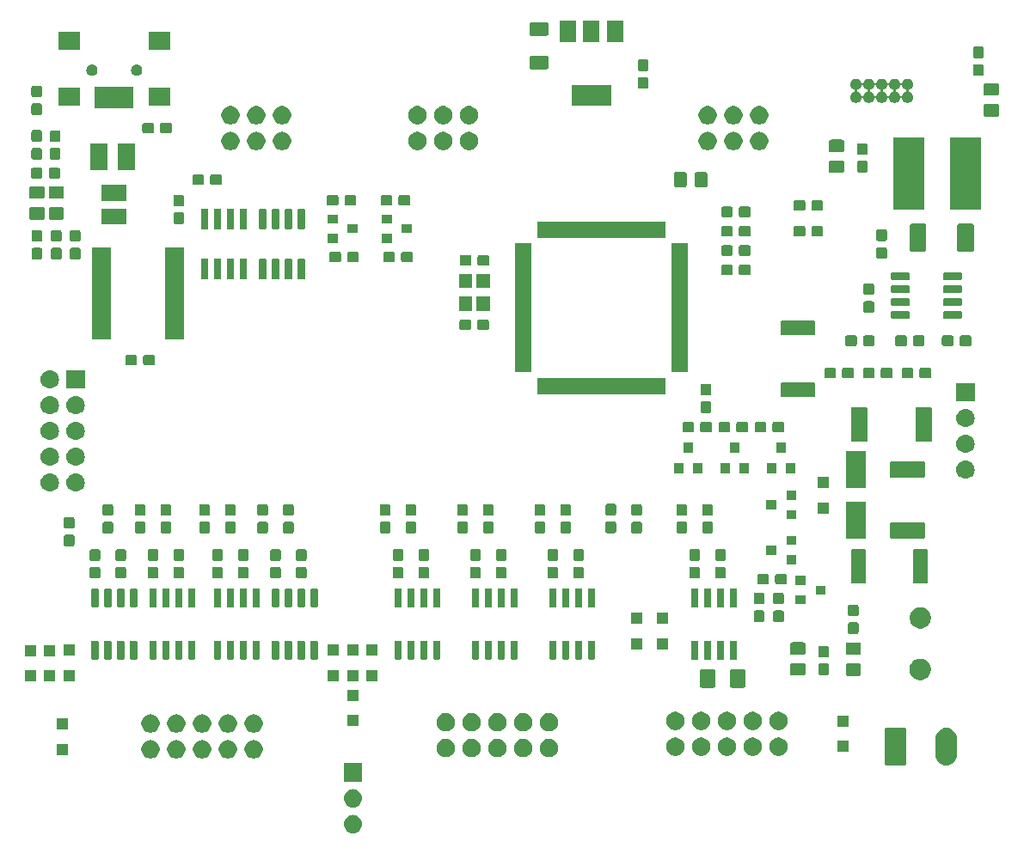
<source format=gbr>
G04 #@! TF.GenerationSoftware,KiCad,Pcbnew,(5.1.4)-1*
G04 #@! TF.CreationDate,2020-09-12T21:15:04+02:00*
G04 #@! TF.ProjectId,SBIO3,5342494f-332e-46b6-9963-61645f706362,rev?*
G04 #@! TF.SameCoordinates,Original*
G04 #@! TF.FileFunction,Soldermask,Top*
G04 #@! TF.FilePolarity,Negative*
%FSLAX46Y46*%
G04 Gerber Fmt 4.6, Leading zero omitted, Abs format (unit mm)*
G04 Created by KiCad (PCBNEW (5.1.4)-1) date 2020-09-12 21:15:04*
%MOMM*%
%LPD*%
G04 APERTURE LIST*
%ADD10C,0.100000*%
G04 APERTURE END LIST*
D10*
G36*
X108060442Y-127375518D02*
G01*
X108126627Y-127382037D01*
X108296466Y-127433557D01*
X108452991Y-127517222D01*
X108488729Y-127546552D01*
X108590186Y-127629814D01*
X108673448Y-127731271D01*
X108702778Y-127767009D01*
X108786443Y-127923534D01*
X108837963Y-128093373D01*
X108855359Y-128270000D01*
X108837963Y-128446627D01*
X108786443Y-128616466D01*
X108702778Y-128772991D01*
X108673448Y-128808729D01*
X108590186Y-128910186D01*
X108488729Y-128993448D01*
X108452991Y-129022778D01*
X108296466Y-129106443D01*
X108126627Y-129157963D01*
X108060442Y-129164482D01*
X107994260Y-129171000D01*
X107905740Y-129171000D01*
X107839558Y-129164482D01*
X107773373Y-129157963D01*
X107603534Y-129106443D01*
X107447009Y-129022778D01*
X107411271Y-128993448D01*
X107309814Y-128910186D01*
X107226552Y-128808729D01*
X107197222Y-128772991D01*
X107113557Y-128616466D01*
X107062037Y-128446627D01*
X107044641Y-128270000D01*
X107062037Y-128093373D01*
X107113557Y-127923534D01*
X107197222Y-127767009D01*
X107226552Y-127731271D01*
X107309814Y-127629814D01*
X107411271Y-127546552D01*
X107447009Y-127517222D01*
X107603534Y-127433557D01*
X107773373Y-127382037D01*
X107839558Y-127375518D01*
X107905740Y-127369000D01*
X107994260Y-127369000D01*
X108060442Y-127375518D01*
X108060442Y-127375518D01*
G37*
G36*
X108060443Y-124835519D02*
G01*
X108126627Y-124842037D01*
X108296466Y-124893557D01*
X108452991Y-124977222D01*
X108488729Y-125006552D01*
X108590186Y-125089814D01*
X108673448Y-125191271D01*
X108702778Y-125227009D01*
X108786443Y-125383534D01*
X108837963Y-125553373D01*
X108855359Y-125730000D01*
X108837963Y-125906627D01*
X108786443Y-126076466D01*
X108702778Y-126232991D01*
X108673448Y-126268729D01*
X108590186Y-126370186D01*
X108488729Y-126453448D01*
X108452991Y-126482778D01*
X108296466Y-126566443D01*
X108126627Y-126617963D01*
X108060442Y-126624482D01*
X107994260Y-126631000D01*
X107905740Y-126631000D01*
X107839558Y-126624482D01*
X107773373Y-126617963D01*
X107603534Y-126566443D01*
X107447009Y-126482778D01*
X107411271Y-126453448D01*
X107309814Y-126370186D01*
X107226552Y-126268729D01*
X107197222Y-126232991D01*
X107113557Y-126076466D01*
X107062037Y-125906627D01*
X107044641Y-125730000D01*
X107062037Y-125553373D01*
X107113557Y-125383534D01*
X107197222Y-125227009D01*
X107226552Y-125191271D01*
X107309814Y-125089814D01*
X107411271Y-125006552D01*
X107447009Y-124977222D01*
X107603534Y-124893557D01*
X107773373Y-124842037D01*
X107839557Y-124835519D01*
X107905740Y-124829000D01*
X107994260Y-124829000D01*
X108060443Y-124835519D01*
X108060443Y-124835519D01*
G37*
G36*
X108851000Y-124091000D02*
G01*
X107049000Y-124091000D01*
X107049000Y-122289000D01*
X108851000Y-122289000D01*
X108851000Y-124091000D01*
X108851000Y-124091000D01*
G37*
G36*
X166576031Y-118814207D02*
G01*
X166774145Y-118874305D01*
X166774148Y-118874306D01*
X166828872Y-118903557D01*
X166956729Y-118971897D01*
X167116765Y-119103235D01*
X167248103Y-119263271D01*
X167248104Y-119263273D01*
X167345694Y-119445851D01*
X167345694Y-119445852D01*
X167345695Y-119445854D01*
X167405793Y-119643968D01*
X167421000Y-119798370D01*
X167421000Y-121501630D01*
X167405793Y-121656032D01*
X167360603Y-121805000D01*
X167345694Y-121854149D01*
X167293939Y-121950975D01*
X167248103Y-122036729D01*
X167116765Y-122196765D01*
X166956729Y-122328103D01*
X166887976Y-122364852D01*
X166774149Y-122425694D01*
X166774146Y-122425695D01*
X166576032Y-122485793D01*
X166370000Y-122506085D01*
X166163969Y-122485793D01*
X165965855Y-122425695D01*
X165965852Y-122425694D01*
X165852025Y-122364852D01*
X165783272Y-122328103D01*
X165623236Y-122196765D01*
X165491898Y-122036729D01*
X165457904Y-121973130D01*
X165394305Y-121854146D01*
X165334207Y-121656033D01*
X165319000Y-121501631D01*
X165319000Y-119798370D01*
X165334207Y-119643971D01*
X165334207Y-119643969D01*
X165394305Y-119445855D01*
X165394306Y-119445852D01*
X165429521Y-119379970D01*
X165491897Y-119263271D01*
X165623235Y-119103235D01*
X165783271Y-118971897D01*
X165888270Y-118915774D01*
X165965851Y-118874306D01*
X165965854Y-118874305D01*
X166163968Y-118814207D01*
X166370000Y-118793915D01*
X166576031Y-118814207D01*
X166576031Y-118814207D01*
G37*
G36*
X162284852Y-118802840D02*
G01*
X162316443Y-118812423D01*
X162345557Y-118827985D01*
X162371074Y-118848926D01*
X162392015Y-118874443D01*
X162407577Y-118903557D01*
X162417160Y-118935148D01*
X162421000Y-118974140D01*
X162421000Y-122325860D01*
X162417160Y-122364852D01*
X162407577Y-122396443D01*
X162392015Y-122425557D01*
X162371074Y-122451074D01*
X162345557Y-122472015D01*
X162316443Y-122487577D01*
X162284852Y-122497160D01*
X162245860Y-122501000D01*
X160494140Y-122501000D01*
X160455148Y-122497160D01*
X160423557Y-122487577D01*
X160394443Y-122472015D01*
X160368926Y-122451074D01*
X160347985Y-122425557D01*
X160332423Y-122396443D01*
X160322840Y-122364852D01*
X160319000Y-122325860D01*
X160319000Y-118974140D01*
X160322840Y-118935148D01*
X160332423Y-118903557D01*
X160347985Y-118874443D01*
X160368926Y-118848926D01*
X160394443Y-118827985D01*
X160423557Y-118812423D01*
X160455148Y-118802840D01*
X160494140Y-118799000D01*
X162245860Y-118799000D01*
X162284852Y-118802840D01*
X162284852Y-118802840D01*
G37*
G36*
X88124512Y-120007927D02*
G01*
X88273812Y-120037624D01*
X88437784Y-120105544D01*
X88585354Y-120204147D01*
X88710853Y-120329646D01*
X88809456Y-120477216D01*
X88877376Y-120641188D01*
X88912000Y-120815259D01*
X88912000Y-120992741D01*
X88877376Y-121166812D01*
X88809456Y-121330784D01*
X88710853Y-121478354D01*
X88585354Y-121603853D01*
X88437784Y-121702456D01*
X88273812Y-121770376D01*
X88124512Y-121800073D01*
X88099742Y-121805000D01*
X87922258Y-121805000D01*
X87897488Y-121800073D01*
X87748188Y-121770376D01*
X87584216Y-121702456D01*
X87436646Y-121603853D01*
X87311147Y-121478354D01*
X87212544Y-121330784D01*
X87144624Y-121166812D01*
X87110000Y-120992741D01*
X87110000Y-120815259D01*
X87144624Y-120641188D01*
X87212544Y-120477216D01*
X87311147Y-120329646D01*
X87436646Y-120204147D01*
X87584216Y-120105544D01*
X87748188Y-120037624D01*
X87897488Y-120007927D01*
X87922258Y-120003000D01*
X88099742Y-120003000D01*
X88124512Y-120007927D01*
X88124512Y-120007927D01*
G37*
G36*
X90664512Y-120007927D02*
G01*
X90813812Y-120037624D01*
X90977784Y-120105544D01*
X91125354Y-120204147D01*
X91250853Y-120329646D01*
X91349456Y-120477216D01*
X91417376Y-120641188D01*
X91452000Y-120815259D01*
X91452000Y-120992741D01*
X91417376Y-121166812D01*
X91349456Y-121330784D01*
X91250853Y-121478354D01*
X91125354Y-121603853D01*
X90977784Y-121702456D01*
X90813812Y-121770376D01*
X90664512Y-121800073D01*
X90639742Y-121805000D01*
X90462258Y-121805000D01*
X90437488Y-121800073D01*
X90288188Y-121770376D01*
X90124216Y-121702456D01*
X89976646Y-121603853D01*
X89851147Y-121478354D01*
X89752544Y-121330784D01*
X89684624Y-121166812D01*
X89650000Y-120992741D01*
X89650000Y-120815259D01*
X89684624Y-120641188D01*
X89752544Y-120477216D01*
X89851147Y-120329646D01*
X89976646Y-120204147D01*
X90124216Y-120105544D01*
X90288188Y-120037624D01*
X90437488Y-120007927D01*
X90462258Y-120003000D01*
X90639742Y-120003000D01*
X90664512Y-120007927D01*
X90664512Y-120007927D01*
G37*
G36*
X93204512Y-120007927D02*
G01*
X93353812Y-120037624D01*
X93517784Y-120105544D01*
X93665354Y-120204147D01*
X93790853Y-120329646D01*
X93889456Y-120477216D01*
X93957376Y-120641188D01*
X93992000Y-120815259D01*
X93992000Y-120992741D01*
X93957376Y-121166812D01*
X93889456Y-121330784D01*
X93790853Y-121478354D01*
X93665354Y-121603853D01*
X93517784Y-121702456D01*
X93353812Y-121770376D01*
X93204512Y-121800073D01*
X93179742Y-121805000D01*
X93002258Y-121805000D01*
X92977488Y-121800073D01*
X92828188Y-121770376D01*
X92664216Y-121702456D01*
X92516646Y-121603853D01*
X92391147Y-121478354D01*
X92292544Y-121330784D01*
X92224624Y-121166812D01*
X92190000Y-120992741D01*
X92190000Y-120815259D01*
X92224624Y-120641188D01*
X92292544Y-120477216D01*
X92391147Y-120329646D01*
X92516646Y-120204147D01*
X92664216Y-120105544D01*
X92828188Y-120037624D01*
X92977488Y-120007927D01*
X93002258Y-120003000D01*
X93179742Y-120003000D01*
X93204512Y-120007927D01*
X93204512Y-120007927D01*
G37*
G36*
X95744512Y-120007927D02*
G01*
X95893812Y-120037624D01*
X96057784Y-120105544D01*
X96205354Y-120204147D01*
X96330853Y-120329646D01*
X96429456Y-120477216D01*
X96497376Y-120641188D01*
X96532000Y-120815259D01*
X96532000Y-120992741D01*
X96497376Y-121166812D01*
X96429456Y-121330784D01*
X96330853Y-121478354D01*
X96205354Y-121603853D01*
X96057784Y-121702456D01*
X95893812Y-121770376D01*
X95744512Y-121800073D01*
X95719742Y-121805000D01*
X95542258Y-121805000D01*
X95517488Y-121800073D01*
X95368188Y-121770376D01*
X95204216Y-121702456D01*
X95056646Y-121603853D01*
X94931147Y-121478354D01*
X94832544Y-121330784D01*
X94764624Y-121166812D01*
X94730000Y-120992741D01*
X94730000Y-120815259D01*
X94764624Y-120641188D01*
X94832544Y-120477216D01*
X94931147Y-120329646D01*
X95056646Y-120204147D01*
X95204216Y-120105544D01*
X95368188Y-120037624D01*
X95517488Y-120007927D01*
X95542258Y-120003000D01*
X95719742Y-120003000D01*
X95744512Y-120007927D01*
X95744512Y-120007927D01*
G37*
G36*
X98284512Y-120007927D02*
G01*
X98433812Y-120037624D01*
X98597784Y-120105544D01*
X98745354Y-120204147D01*
X98870853Y-120329646D01*
X98969456Y-120477216D01*
X99037376Y-120641188D01*
X99072000Y-120815259D01*
X99072000Y-120992741D01*
X99037376Y-121166812D01*
X98969456Y-121330784D01*
X98870853Y-121478354D01*
X98745354Y-121603853D01*
X98597784Y-121702456D01*
X98433812Y-121770376D01*
X98284512Y-121800073D01*
X98259742Y-121805000D01*
X98082258Y-121805000D01*
X98057488Y-121800073D01*
X97908188Y-121770376D01*
X97744216Y-121702456D01*
X97596646Y-121603853D01*
X97471147Y-121478354D01*
X97372544Y-121330784D01*
X97304624Y-121166812D01*
X97270000Y-120992741D01*
X97270000Y-120815259D01*
X97304624Y-120641188D01*
X97372544Y-120477216D01*
X97471147Y-120329646D01*
X97596646Y-120204147D01*
X97744216Y-120105544D01*
X97908188Y-120037624D01*
X98057488Y-120007927D01*
X98082258Y-120003000D01*
X98259742Y-120003000D01*
X98284512Y-120007927D01*
X98284512Y-120007927D01*
G37*
G36*
X117207512Y-119880927D02*
G01*
X117356812Y-119910624D01*
X117520784Y-119978544D01*
X117668354Y-120077147D01*
X117793853Y-120202646D01*
X117892456Y-120350216D01*
X117960376Y-120514188D01*
X117995000Y-120688259D01*
X117995000Y-120865741D01*
X117960376Y-121039812D01*
X117892456Y-121203784D01*
X117793853Y-121351354D01*
X117668354Y-121476853D01*
X117520784Y-121575456D01*
X117356812Y-121643376D01*
X117207512Y-121673073D01*
X117182742Y-121678000D01*
X117005258Y-121678000D01*
X116980488Y-121673073D01*
X116831188Y-121643376D01*
X116667216Y-121575456D01*
X116519646Y-121476853D01*
X116394147Y-121351354D01*
X116295544Y-121203784D01*
X116227624Y-121039812D01*
X116193000Y-120865741D01*
X116193000Y-120688259D01*
X116227624Y-120514188D01*
X116295544Y-120350216D01*
X116394147Y-120202646D01*
X116519646Y-120077147D01*
X116667216Y-119978544D01*
X116831188Y-119910624D01*
X116980488Y-119880927D01*
X117005258Y-119876000D01*
X117182742Y-119876000D01*
X117207512Y-119880927D01*
X117207512Y-119880927D01*
G37*
G36*
X127367512Y-119880927D02*
G01*
X127516812Y-119910624D01*
X127680784Y-119978544D01*
X127828354Y-120077147D01*
X127953853Y-120202646D01*
X128052456Y-120350216D01*
X128120376Y-120514188D01*
X128155000Y-120688259D01*
X128155000Y-120865741D01*
X128120376Y-121039812D01*
X128052456Y-121203784D01*
X127953853Y-121351354D01*
X127828354Y-121476853D01*
X127680784Y-121575456D01*
X127516812Y-121643376D01*
X127367512Y-121673073D01*
X127342742Y-121678000D01*
X127165258Y-121678000D01*
X127140488Y-121673073D01*
X126991188Y-121643376D01*
X126827216Y-121575456D01*
X126679646Y-121476853D01*
X126554147Y-121351354D01*
X126455544Y-121203784D01*
X126387624Y-121039812D01*
X126353000Y-120865741D01*
X126353000Y-120688259D01*
X126387624Y-120514188D01*
X126455544Y-120350216D01*
X126554147Y-120202646D01*
X126679646Y-120077147D01*
X126827216Y-119978544D01*
X126991188Y-119910624D01*
X127140488Y-119880927D01*
X127165258Y-119876000D01*
X127342742Y-119876000D01*
X127367512Y-119880927D01*
X127367512Y-119880927D01*
G37*
G36*
X124827512Y-119880927D02*
G01*
X124976812Y-119910624D01*
X125140784Y-119978544D01*
X125288354Y-120077147D01*
X125413853Y-120202646D01*
X125512456Y-120350216D01*
X125580376Y-120514188D01*
X125615000Y-120688259D01*
X125615000Y-120865741D01*
X125580376Y-121039812D01*
X125512456Y-121203784D01*
X125413853Y-121351354D01*
X125288354Y-121476853D01*
X125140784Y-121575456D01*
X124976812Y-121643376D01*
X124827512Y-121673073D01*
X124802742Y-121678000D01*
X124625258Y-121678000D01*
X124600488Y-121673073D01*
X124451188Y-121643376D01*
X124287216Y-121575456D01*
X124139646Y-121476853D01*
X124014147Y-121351354D01*
X123915544Y-121203784D01*
X123847624Y-121039812D01*
X123813000Y-120865741D01*
X123813000Y-120688259D01*
X123847624Y-120514188D01*
X123915544Y-120350216D01*
X124014147Y-120202646D01*
X124139646Y-120077147D01*
X124287216Y-119978544D01*
X124451188Y-119910624D01*
X124600488Y-119880927D01*
X124625258Y-119876000D01*
X124802742Y-119876000D01*
X124827512Y-119880927D01*
X124827512Y-119880927D01*
G37*
G36*
X122287512Y-119880927D02*
G01*
X122436812Y-119910624D01*
X122600784Y-119978544D01*
X122748354Y-120077147D01*
X122873853Y-120202646D01*
X122972456Y-120350216D01*
X123040376Y-120514188D01*
X123075000Y-120688259D01*
X123075000Y-120865741D01*
X123040376Y-121039812D01*
X122972456Y-121203784D01*
X122873853Y-121351354D01*
X122748354Y-121476853D01*
X122600784Y-121575456D01*
X122436812Y-121643376D01*
X122287512Y-121673073D01*
X122262742Y-121678000D01*
X122085258Y-121678000D01*
X122060488Y-121673073D01*
X121911188Y-121643376D01*
X121747216Y-121575456D01*
X121599646Y-121476853D01*
X121474147Y-121351354D01*
X121375544Y-121203784D01*
X121307624Y-121039812D01*
X121273000Y-120865741D01*
X121273000Y-120688259D01*
X121307624Y-120514188D01*
X121375544Y-120350216D01*
X121474147Y-120202646D01*
X121599646Y-120077147D01*
X121747216Y-119978544D01*
X121911188Y-119910624D01*
X122060488Y-119880927D01*
X122085258Y-119876000D01*
X122262742Y-119876000D01*
X122287512Y-119880927D01*
X122287512Y-119880927D01*
G37*
G36*
X119747512Y-119880927D02*
G01*
X119896812Y-119910624D01*
X120060784Y-119978544D01*
X120208354Y-120077147D01*
X120333853Y-120202646D01*
X120432456Y-120350216D01*
X120500376Y-120514188D01*
X120535000Y-120688259D01*
X120535000Y-120865741D01*
X120500376Y-121039812D01*
X120432456Y-121203784D01*
X120333853Y-121351354D01*
X120208354Y-121476853D01*
X120060784Y-121575456D01*
X119896812Y-121643376D01*
X119747512Y-121673073D01*
X119722742Y-121678000D01*
X119545258Y-121678000D01*
X119520488Y-121673073D01*
X119371188Y-121643376D01*
X119207216Y-121575456D01*
X119059646Y-121476853D01*
X118934147Y-121351354D01*
X118835544Y-121203784D01*
X118767624Y-121039812D01*
X118733000Y-120865741D01*
X118733000Y-120688259D01*
X118767624Y-120514188D01*
X118835544Y-120350216D01*
X118934147Y-120202646D01*
X119059646Y-120077147D01*
X119207216Y-119978544D01*
X119371188Y-119910624D01*
X119520488Y-119880927D01*
X119545258Y-119876000D01*
X119722742Y-119876000D01*
X119747512Y-119880927D01*
X119747512Y-119880927D01*
G37*
G36*
X142353512Y-119753927D02*
G01*
X142502812Y-119783624D01*
X142666784Y-119851544D01*
X142814354Y-119950147D01*
X142939853Y-120075646D01*
X143038456Y-120223216D01*
X143106376Y-120387188D01*
X143141000Y-120561259D01*
X143141000Y-120738741D01*
X143106376Y-120912812D01*
X143038456Y-121076784D01*
X142939853Y-121224354D01*
X142814354Y-121349853D01*
X142666784Y-121448456D01*
X142502812Y-121516376D01*
X142353512Y-121546073D01*
X142328742Y-121551000D01*
X142151258Y-121551000D01*
X142126488Y-121546073D01*
X141977188Y-121516376D01*
X141813216Y-121448456D01*
X141665646Y-121349853D01*
X141540147Y-121224354D01*
X141441544Y-121076784D01*
X141373624Y-120912812D01*
X141339000Y-120738741D01*
X141339000Y-120561259D01*
X141373624Y-120387188D01*
X141441544Y-120223216D01*
X141540147Y-120075646D01*
X141665646Y-119950147D01*
X141813216Y-119851544D01*
X141977188Y-119783624D01*
X142126488Y-119753927D01*
X142151258Y-119749000D01*
X142328742Y-119749000D01*
X142353512Y-119753927D01*
X142353512Y-119753927D01*
G37*
G36*
X149973512Y-119753927D02*
G01*
X150122812Y-119783624D01*
X150286784Y-119851544D01*
X150434354Y-119950147D01*
X150559853Y-120075646D01*
X150658456Y-120223216D01*
X150726376Y-120387188D01*
X150761000Y-120561259D01*
X150761000Y-120738741D01*
X150726376Y-120912812D01*
X150658456Y-121076784D01*
X150559853Y-121224354D01*
X150434354Y-121349853D01*
X150286784Y-121448456D01*
X150122812Y-121516376D01*
X149973512Y-121546073D01*
X149948742Y-121551000D01*
X149771258Y-121551000D01*
X149746488Y-121546073D01*
X149597188Y-121516376D01*
X149433216Y-121448456D01*
X149285646Y-121349853D01*
X149160147Y-121224354D01*
X149061544Y-121076784D01*
X148993624Y-120912812D01*
X148959000Y-120738741D01*
X148959000Y-120561259D01*
X148993624Y-120387188D01*
X149061544Y-120223216D01*
X149160147Y-120075646D01*
X149285646Y-119950147D01*
X149433216Y-119851544D01*
X149597188Y-119783624D01*
X149746488Y-119753927D01*
X149771258Y-119749000D01*
X149948742Y-119749000D01*
X149973512Y-119753927D01*
X149973512Y-119753927D01*
G37*
G36*
X147433512Y-119753927D02*
G01*
X147582812Y-119783624D01*
X147746784Y-119851544D01*
X147894354Y-119950147D01*
X148019853Y-120075646D01*
X148118456Y-120223216D01*
X148186376Y-120387188D01*
X148221000Y-120561259D01*
X148221000Y-120738741D01*
X148186376Y-120912812D01*
X148118456Y-121076784D01*
X148019853Y-121224354D01*
X147894354Y-121349853D01*
X147746784Y-121448456D01*
X147582812Y-121516376D01*
X147433512Y-121546073D01*
X147408742Y-121551000D01*
X147231258Y-121551000D01*
X147206488Y-121546073D01*
X147057188Y-121516376D01*
X146893216Y-121448456D01*
X146745646Y-121349853D01*
X146620147Y-121224354D01*
X146521544Y-121076784D01*
X146453624Y-120912812D01*
X146419000Y-120738741D01*
X146419000Y-120561259D01*
X146453624Y-120387188D01*
X146521544Y-120223216D01*
X146620147Y-120075646D01*
X146745646Y-119950147D01*
X146893216Y-119851544D01*
X147057188Y-119783624D01*
X147206488Y-119753927D01*
X147231258Y-119749000D01*
X147408742Y-119749000D01*
X147433512Y-119753927D01*
X147433512Y-119753927D01*
G37*
G36*
X144893512Y-119753927D02*
G01*
X145042812Y-119783624D01*
X145206784Y-119851544D01*
X145354354Y-119950147D01*
X145479853Y-120075646D01*
X145578456Y-120223216D01*
X145646376Y-120387188D01*
X145681000Y-120561259D01*
X145681000Y-120738741D01*
X145646376Y-120912812D01*
X145578456Y-121076784D01*
X145479853Y-121224354D01*
X145354354Y-121349853D01*
X145206784Y-121448456D01*
X145042812Y-121516376D01*
X144893512Y-121546073D01*
X144868742Y-121551000D01*
X144691258Y-121551000D01*
X144666488Y-121546073D01*
X144517188Y-121516376D01*
X144353216Y-121448456D01*
X144205646Y-121349853D01*
X144080147Y-121224354D01*
X143981544Y-121076784D01*
X143913624Y-120912812D01*
X143879000Y-120738741D01*
X143879000Y-120561259D01*
X143913624Y-120387188D01*
X143981544Y-120223216D01*
X144080147Y-120075646D01*
X144205646Y-119950147D01*
X144353216Y-119851544D01*
X144517188Y-119783624D01*
X144666488Y-119753927D01*
X144691258Y-119749000D01*
X144868742Y-119749000D01*
X144893512Y-119753927D01*
X144893512Y-119753927D01*
G37*
G36*
X139813512Y-119753927D02*
G01*
X139962812Y-119783624D01*
X140126784Y-119851544D01*
X140274354Y-119950147D01*
X140399853Y-120075646D01*
X140498456Y-120223216D01*
X140566376Y-120387188D01*
X140601000Y-120561259D01*
X140601000Y-120738741D01*
X140566376Y-120912812D01*
X140498456Y-121076784D01*
X140399853Y-121224354D01*
X140274354Y-121349853D01*
X140126784Y-121448456D01*
X139962812Y-121516376D01*
X139813512Y-121546073D01*
X139788742Y-121551000D01*
X139611258Y-121551000D01*
X139586488Y-121546073D01*
X139437188Y-121516376D01*
X139273216Y-121448456D01*
X139125646Y-121349853D01*
X139000147Y-121224354D01*
X138901544Y-121076784D01*
X138833624Y-120912812D01*
X138799000Y-120738741D01*
X138799000Y-120561259D01*
X138833624Y-120387188D01*
X138901544Y-120223216D01*
X139000147Y-120075646D01*
X139125646Y-119950147D01*
X139273216Y-119851544D01*
X139437188Y-119783624D01*
X139586488Y-119753927D01*
X139611258Y-119749000D01*
X139788742Y-119749000D01*
X139813512Y-119753927D01*
X139813512Y-119753927D01*
G37*
G36*
X79926000Y-121455000D02*
G01*
X78824000Y-121455000D01*
X78824000Y-120353000D01*
X79926000Y-120353000D01*
X79926000Y-121455000D01*
X79926000Y-121455000D01*
G37*
G36*
X156761000Y-121181000D02*
G01*
X155659000Y-121181000D01*
X155659000Y-120079000D01*
X156761000Y-120079000D01*
X156761000Y-121181000D01*
X156761000Y-121181000D01*
G37*
G36*
X88124512Y-117467927D02*
G01*
X88273812Y-117497624D01*
X88437784Y-117565544D01*
X88585354Y-117664147D01*
X88710853Y-117789646D01*
X88809456Y-117937216D01*
X88877376Y-118101188D01*
X88912000Y-118275259D01*
X88912000Y-118452741D01*
X88877376Y-118626812D01*
X88809456Y-118790784D01*
X88710853Y-118938354D01*
X88585354Y-119063853D01*
X88437784Y-119162456D01*
X88273812Y-119230376D01*
X88124512Y-119260073D01*
X88099742Y-119265000D01*
X87922258Y-119265000D01*
X87897488Y-119260073D01*
X87748188Y-119230376D01*
X87584216Y-119162456D01*
X87436646Y-119063853D01*
X87311147Y-118938354D01*
X87212544Y-118790784D01*
X87144624Y-118626812D01*
X87110000Y-118452741D01*
X87110000Y-118275259D01*
X87144624Y-118101188D01*
X87212544Y-117937216D01*
X87311147Y-117789646D01*
X87436646Y-117664147D01*
X87584216Y-117565544D01*
X87748188Y-117497624D01*
X87897488Y-117467927D01*
X87922258Y-117463000D01*
X88099742Y-117463000D01*
X88124512Y-117467927D01*
X88124512Y-117467927D01*
G37*
G36*
X98284512Y-117467927D02*
G01*
X98433812Y-117497624D01*
X98597784Y-117565544D01*
X98745354Y-117664147D01*
X98870853Y-117789646D01*
X98969456Y-117937216D01*
X99037376Y-118101188D01*
X99072000Y-118275259D01*
X99072000Y-118452741D01*
X99037376Y-118626812D01*
X98969456Y-118790784D01*
X98870853Y-118938354D01*
X98745354Y-119063853D01*
X98597784Y-119162456D01*
X98433812Y-119230376D01*
X98284512Y-119260073D01*
X98259742Y-119265000D01*
X98082258Y-119265000D01*
X98057488Y-119260073D01*
X97908188Y-119230376D01*
X97744216Y-119162456D01*
X97596646Y-119063853D01*
X97471147Y-118938354D01*
X97372544Y-118790784D01*
X97304624Y-118626812D01*
X97270000Y-118452741D01*
X97270000Y-118275259D01*
X97304624Y-118101188D01*
X97372544Y-117937216D01*
X97471147Y-117789646D01*
X97596646Y-117664147D01*
X97744216Y-117565544D01*
X97908188Y-117497624D01*
X98057488Y-117467927D01*
X98082258Y-117463000D01*
X98259742Y-117463000D01*
X98284512Y-117467927D01*
X98284512Y-117467927D01*
G37*
G36*
X95744512Y-117467927D02*
G01*
X95893812Y-117497624D01*
X96057784Y-117565544D01*
X96205354Y-117664147D01*
X96330853Y-117789646D01*
X96429456Y-117937216D01*
X96497376Y-118101188D01*
X96532000Y-118275259D01*
X96532000Y-118452741D01*
X96497376Y-118626812D01*
X96429456Y-118790784D01*
X96330853Y-118938354D01*
X96205354Y-119063853D01*
X96057784Y-119162456D01*
X95893812Y-119230376D01*
X95744512Y-119260073D01*
X95719742Y-119265000D01*
X95542258Y-119265000D01*
X95517488Y-119260073D01*
X95368188Y-119230376D01*
X95204216Y-119162456D01*
X95056646Y-119063853D01*
X94931147Y-118938354D01*
X94832544Y-118790784D01*
X94764624Y-118626812D01*
X94730000Y-118452741D01*
X94730000Y-118275259D01*
X94764624Y-118101188D01*
X94832544Y-117937216D01*
X94931147Y-117789646D01*
X95056646Y-117664147D01*
X95204216Y-117565544D01*
X95368188Y-117497624D01*
X95517488Y-117467927D01*
X95542258Y-117463000D01*
X95719742Y-117463000D01*
X95744512Y-117467927D01*
X95744512Y-117467927D01*
G37*
G36*
X93204512Y-117467927D02*
G01*
X93353812Y-117497624D01*
X93517784Y-117565544D01*
X93665354Y-117664147D01*
X93790853Y-117789646D01*
X93889456Y-117937216D01*
X93957376Y-118101188D01*
X93992000Y-118275259D01*
X93992000Y-118452741D01*
X93957376Y-118626812D01*
X93889456Y-118790784D01*
X93790853Y-118938354D01*
X93665354Y-119063853D01*
X93517784Y-119162456D01*
X93353812Y-119230376D01*
X93204512Y-119260073D01*
X93179742Y-119265000D01*
X93002258Y-119265000D01*
X92977488Y-119260073D01*
X92828188Y-119230376D01*
X92664216Y-119162456D01*
X92516646Y-119063853D01*
X92391147Y-118938354D01*
X92292544Y-118790784D01*
X92224624Y-118626812D01*
X92190000Y-118452741D01*
X92190000Y-118275259D01*
X92224624Y-118101188D01*
X92292544Y-117937216D01*
X92391147Y-117789646D01*
X92516646Y-117664147D01*
X92664216Y-117565544D01*
X92828188Y-117497624D01*
X92977488Y-117467927D01*
X93002258Y-117463000D01*
X93179742Y-117463000D01*
X93204512Y-117467927D01*
X93204512Y-117467927D01*
G37*
G36*
X90664512Y-117467927D02*
G01*
X90813812Y-117497624D01*
X90977784Y-117565544D01*
X91125354Y-117664147D01*
X91250853Y-117789646D01*
X91349456Y-117937216D01*
X91417376Y-118101188D01*
X91452000Y-118275259D01*
X91452000Y-118452741D01*
X91417376Y-118626812D01*
X91349456Y-118790784D01*
X91250853Y-118938354D01*
X91125354Y-119063853D01*
X90977784Y-119162456D01*
X90813812Y-119230376D01*
X90664512Y-119260073D01*
X90639742Y-119265000D01*
X90462258Y-119265000D01*
X90437488Y-119260073D01*
X90288188Y-119230376D01*
X90124216Y-119162456D01*
X89976646Y-119063853D01*
X89851147Y-118938354D01*
X89752544Y-118790784D01*
X89684624Y-118626812D01*
X89650000Y-118452741D01*
X89650000Y-118275259D01*
X89684624Y-118101188D01*
X89752544Y-117937216D01*
X89851147Y-117789646D01*
X89976646Y-117664147D01*
X90124216Y-117565544D01*
X90288188Y-117497624D01*
X90437488Y-117467927D01*
X90462258Y-117463000D01*
X90639742Y-117463000D01*
X90664512Y-117467927D01*
X90664512Y-117467927D01*
G37*
G36*
X119747512Y-117340927D02*
G01*
X119896812Y-117370624D01*
X120060784Y-117438544D01*
X120208354Y-117537147D01*
X120333853Y-117662646D01*
X120432456Y-117810216D01*
X120500376Y-117974188D01*
X120535000Y-118148259D01*
X120535000Y-118325741D01*
X120500376Y-118499812D01*
X120432456Y-118663784D01*
X120333853Y-118811354D01*
X120208354Y-118936853D01*
X120060784Y-119035456D01*
X119896812Y-119103376D01*
X119747512Y-119133073D01*
X119722742Y-119138000D01*
X119545258Y-119138000D01*
X119520488Y-119133073D01*
X119371188Y-119103376D01*
X119207216Y-119035456D01*
X119059646Y-118936853D01*
X118934147Y-118811354D01*
X118835544Y-118663784D01*
X118767624Y-118499812D01*
X118733000Y-118325741D01*
X118733000Y-118148259D01*
X118767624Y-117974188D01*
X118835544Y-117810216D01*
X118934147Y-117662646D01*
X119059646Y-117537147D01*
X119207216Y-117438544D01*
X119371188Y-117370624D01*
X119520488Y-117340927D01*
X119545258Y-117336000D01*
X119722742Y-117336000D01*
X119747512Y-117340927D01*
X119747512Y-117340927D01*
G37*
G36*
X127367512Y-117340927D02*
G01*
X127516812Y-117370624D01*
X127680784Y-117438544D01*
X127828354Y-117537147D01*
X127953853Y-117662646D01*
X128052456Y-117810216D01*
X128120376Y-117974188D01*
X128155000Y-118148259D01*
X128155000Y-118325741D01*
X128120376Y-118499812D01*
X128052456Y-118663784D01*
X127953853Y-118811354D01*
X127828354Y-118936853D01*
X127680784Y-119035456D01*
X127516812Y-119103376D01*
X127367512Y-119133073D01*
X127342742Y-119138000D01*
X127165258Y-119138000D01*
X127140488Y-119133073D01*
X126991188Y-119103376D01*
X126827216Y-119035456D01*
X126679646Y-118936853D01*
X126554147Y-118811354D01*
X126455544Y-118663784D01*
X126387624Y-118499812D01*
X126353000Y-118325741D01*
X126353000Y-118148259D01*
X126387624Y-117974188D01*
X126455544Y-117810216D01*
X126554147Y-117662646D01*
X126679646Y-117537147D01*
X126827216Y-117438544D01*
X126991188Y-117370624D01*
X127140488Y-117340927D01*
X127165258Y-117336000D01*
X127342742Y-117336000D01*
X127367512Y-117340927D01*
X127367512Y-117340927D01*
G37*
G36*
X124827512Y-117340927D02*
G01*
X124976812Y-117370624D01*
X125140784Y-117438544D01*
X125288354Y-117537147D01*
X125413853Y-117662646D01*
X125512456Y-117810216D01*
X125580376Y-117974188D01*
X125615000Y-118148259D01*
X125615000Y-118325741D01*
X125580376Y-118499812D01*
X125512456Y-118663784D01*
X125413853Y-118811354D01*
X125288354Y-118936853D01*
X125140784Y-119035456D01*
X124976812Y-119103376D01*
X124827512Y-119133073D01*
X124802742Y-119138000D01*
X124625258Y-119138000D01*
X124600488Y-119133073D01*
X124451188Y-119103376D01*
X124287216Y-119035456D01*
X124139646Y-118936853D01*
X124014147Y-118811354D01*
X123915544Y-118663784D01*
X123847624Y-118499812D01*
X123813000Y-118325741D01*
X123813000Y-118148259D01*
X123847624Y-117974188D01*
X123915544Y-117810216D01*
X124014147Y-117662646D01*
X124139646Y-117537147D01*
X124287216Y-117438544D01*
X124451188Y-117370624D01*
X124600488Y-117340927D01*
X124625258Y-117336000D01*
X124802742Y-117336000D01*
X124827512Y-117340927D01*
X124827512Y-117340927D01*
G37*
G36*
X117207512Y-117340927D02*
G01*
X117356812Y-117370624D01*
X117520784Y-117438544D01*
X117668354Y-117537147D01*
X117793853Y-117662646D01*
X117892456Y-117810216D01*
X117960376Y-117974188D01*
X117995000Y-118148259D01*
X117995000Y-118325741D01*
X117960376Y-118499812D01*
X117892456Y-118663784D01*
X117793853Y-118811354D01*
X117668354Y-118936853D01*
X117520784Y-119035456D01*
X117356812Y-119103376D01*
X117207512Y-119133073D01*
X117182742Y-119138000D01*
X117005258Y-119138000D01*
X116980488Y-119133073D01*
X116831188Y-119103376D01*
X116667216Y-119035456D01*
X116519646Y-118936853D01*
X116394147Y-118811354D01*
X116295544Y-118663784D01*
X116227624Y-118499812D01*
X116193000Y-118325741D01*
X116193000Y-118148259D01*
X116227624Y-117974188D01*
X116295544Y-117810216D01*
X116394147Y-117662646D01*
X116519646Y-117537147D01*
X116667216Y-117438544D01*
X116831188Y-117370624D01*
X116980488Y-117340927D01*
X117005258Y-117336000D01*
X117182742Y-117336000D01*
X117207512Y-117340927D01*
X117207512Y-117340927D01*
G37*
G36*
X122287512Y-117340927D02*
G01*
X122436812Y-117370624D01*
X122600784Y-117438544D01*
X122748354Y-117537147D01*
X122873853Y-117662646D01*
X122972456Y-117810216D01*
X123040376Y-117974188D01*
X123075000Y-118148259D01*
X123075000Y-118325741D01*
X123040376Y-118499812D01*
X122972456Y-118663784D01*
X122873853Y-118811354D01*
X122748354Y-118936853D01*
X122600784Y-119035456D01*
X122436812Y-119103376D01*
X122287512Y-119133073D01*
X122262742Y-119138000D01*
X122085258Y-119138000D01*
X122060488Y-119133073D01*
X121911188Y-119103376D01*
X121747216Y-119035456D01*
X121599646Y-118936853D01*
X121474147Y-118811354D01*
X121375544Y-118663784D01*
X121307624Y-118499812D01*
X121273000Y-118325741D01*
X121273000Y-118148259D01*
X121307624Y-117974188D01*
X121375544Y-117810216D01*
X121474147Y-117662646D01*
X121599646Y-117537147D01*
X121747216Y-117438544D01*
X121911188Y-117370624D01*
X122060488Y-117340927D01*
X122085258Y-117336000D01*
X122262742Y-117336000D01*
X122287512Y-117340927D01*
X122287512Y-117340927D01*
G37*
G36*
X142353512Y-117213927D02*
G01*
X142502812Y-117243624D01*
X142666784Y-117311544D01*
X142814354Y-117410147D01*
X142939853Y-117535646D01*
X143038456Y-117683216D01*
X143106376Y-117847188D01*
X143141000Y-118021259D01*
X143141000Y-118198741D01*
X143106376Y-118372812D01*
X143038456Y-118536784D01*
X142939853Y-118684354D01*
X142814354Y-118809853D01*
X142666784Y-118908456D01*
X142502812Y-118976376D01*
X142353512Y-119006073D01*
X142328742Y-119011000D01*
X142151258Y-119011000D01*
X142126488Y-119006073D01*
X141977188Y-118976376D01*
X141813216Y-118908456D01*
X141665646Y-118809853D01*
X141540147Y-118684354D01*
X141441544Y-118536784D01*
X141373624Y-118372812D01*
X141339000Y-118198741D01*
X141339000Y-118021259D01*
X141373624Y-117847188D01*
X141441544Y-117683216D01*
X141540147Y-117535646D01*
X141665646Y-117410147D01*
X141813216Y-117311544D01*
X141977188Y-117243624D01*
X142126488Y-117213927D01*
X142151258Y-117209000D01*
X142328742Y-117209000D01*
X142353512Y-117213927D01*
X142353512Y-117213927D01*
G37*
G36*
X149973512Y-117213927D02*
G01*
X150122812Y-117243624D01*
X150286784Y-117311544D01*
X150434354Y-117410147D01*
X150559853Y-117535646D01*
X150658456Y-117683216D01*
X150726376Y-117847188D01*
X150761000Y-118021259D01*
X150761000Y-118198741D01*
X150726376Y-118372812D01*
X150658456Y-118536784D01*
X150559853Y-118684354D01*
X150434354Y-118809853D01*
X150286784Y-118908456D01*
X150122812Y-118976376D01*
X149973512Y-119006073D01*
X149948742Y-119011000D01*
X149771258Y-119011000D01*
X149746488Y-119006073D01*
X149597188Y-118976376D01*
X149433216Y-118908456D01*
X149285646Y-118809853D01*
X149160147Y-118684354D01*
X149061544Y-118536784D01*
X148993624Y-118372812D01*
X148959000Y-118198741D01*
X148959000Y-118021259D01*
X148993624Y-117847188D01*
X149061544Y-117683216D01*
X149160147Y-117535646D01*
X149285646Y-117410147D01*
X149433216Y-117311544D01*
X149597188Y-117243624D01*
X149746488Y-117213927D01*
X149771258Y-117209000D01*
X149948742Y-117209000D01*
X149973512Y-117213927D01*
X149973512Y-117213927D01*
G37*
G36*
X147433512Y-117213927D02*
G01*
X147582812Y-117243624D01*
X147746784Y-117311544D01*
X147894354Y-117410147D01*
X148019853Y-117535646D01*
X148118456Y-117683216D01*
X148186376Y-117847188D01*
X148221000Y-118021259D01*
X148221000Y-118198741D01*
X148186376Y-118372812D01*
X148118456Y-118536784D01*
X148019853Y-118684354D01*
X147894354Y-118809853D01*
X147746784Y-118908456D01*
X147582812Y-118976376D01*
X147433512Y-119006073D01*
X147408742Y-119011000D01*
X147231258Y-119011000D01*
X147206488Y-119006073D01*
X147057188Y-118976376D01*
X146893216Y-118908456D01*
X146745646Y-118809853D01*
X146620147Y-118684354D01*
X146521544Y-118536784D01*
X146453624Y-118372812D01*
X146419000Y-118198741D01*
X146419000Y-118021259D01*
X146453624Y-117847188D01*
X146521544Y-117683216D01*
X146620147Y-117535646D01*
X146745646Y-117410147D01*
X146893216Y-117311544D01*
X147057188Y-117243624D01*
X147206488Y-117213927D01*
X147231258Y-117209000D01*
X147408742Y-117209000D01*
X147433512Y-117213927D01*
X147433512Y-117213927D01*
G37*
G36*
X144893512Y-117213927D02*
G01*
X145042812Y-117243624D01*
X145206784Y-117311544D01*
X145354354Y-117410147D01*
X145479853Y-117535646D01*
X145578456Y-117683216D01*
X145646376Y-117847188D01*
X145681000Y-118021259D01*
X145681000Y-118198741D01*
X145646376Y-118372812D01*
X145578456Y-118536784D01*
X145479853Y-118684354D01*
X145354354Y-118809853D01*
X145206784Y-118908456D01*
X145042812Y-118976376D01*
X144893512Y-119006073D01*
X144868742Y-119011000D01*
X144691258Y-119011000D01*
X144666488Y-119006073D01*
X144517188Y-118976376D01*
X144353216Y-118908456D01*
X144205646Y-118809853D01*
X144080147Y-118684354D01*
X143981544Y-118536784D01*
X143913624Y-118372812D01*
X143879000Y-118198741D01*
X143879000Y-118021259D01*
X143913624Y-117847188D01*
X143981544Y-117683216D01*
X144080147Y-117535646D01*
X144205646Y-117410147D01*
X144353216Y-117311544D01*
X144517188Y-117243624D01*
X144666488Y-117213927D01*
X144691258Y-117209000D01*
X144868742Y-117209000D01*
X144893512Y-117213927D01*
X144893512Y-117213927D01*
G37*
G36*
X139813512Y-117213927D02*
G01*
X139962812Y-117243624D01*
X140126784Y-117311544D01*
X140274354Y-117410147D01*
X140399853Y-117535646D01*
X140498456Y-117683216D01*
X140566376Y-117847188D01*
X140601000Y-118021259D01*
X140601000Y-118198741D01*
X140566376Y-118372812D01*
X140498456Y-118536784D01*
X140399853Y-118684354D01*
X140274354Y-118809853D01*
X140126784Y-118908456D01*
X139962812Y-118976376D01*
X139813512Y-119006073D01*
X139788742Y-119011000D01*
X139611258Y-119011000D01*
X139586488Y-119006073D01*
X139437188Y-118976376D01*
X139273216Y-118908456D01*
X139125646Y-118809853D01*
X139000147Y-118684354D01*
X138901544Y-118536784D01*
X138833624Y-118372812D01*
X138799000Y-118198741D01*
X138799000Y-118021259D01*
X138833624Y-117847188D01*
X138901544Y-117683216D01*
X139000147Y-117535646D01*
X139125646Y-117410147D01*
X139273216Y-117311544D01*
X139437188Y-117243624D01*
X139586488Y-117213927D01*
X139611258Y-117209000D01*
X139788742Y-117209000D01*
X139813512Y-117213927D01*
X139813512Y-117213927D01*
G37*
G36*
X79926000Y-118955000D02*
G01*
X78824000Y-118955000D01*
X78824000Y-117853000D01*
X79926000Y-117853000D01*
X79926000Y-118955000D01*
X79926000Y-118955000D01*
G37*
G36*
X156761000Y-118681000D02*
G01*
X155659000Y-118681000D01*
X155659000Y-117579000D01*
X156761000Y-117579000D01*
X156761000Y-118681000D01*
X156761000Y-118681000D01*
G37*
G36*
X108501000Y-118641000D02*
G01*
X107399000Y-118641000D01*
X107399000Y-117539000D01*
X108501000Y-117539000D01*
X108501000Y-118641000D01*
X108501000Y-118641000D01*
G37*
G36*
X108501000Y-116141000D02*
G01*
X107399000Y-116141000D01*
X107399000Y-115039000D01*
X108501000Y-115039000D01*
X108501000Y-116141000D01*
X108501000Y-116141000D01*
G37*
G36*
X146463062Y-112997181D02*
G01*
X146497981Y-113007774D01*
X146530163Y-113024976D01*
X146558373Y-113048127D01*
X146581524Y-113076337D01*
X146598726Y-113108519D01*
X146609319Y-113143438D01*
X146613500Y-113185895D01*
X146613500Y-114652105D01*
X146609319Y-114694562D01*
X146598726Y-114729481D01*
X146581524Y-114761663D01*
X146558373Y-114789873D01*
X146530163Y-114813024D01*
X146497981Y-114830226D01*
X146463062Y-114840819D01*
X146420605Y-114845000D01*
X145279395Y-114845000D01*
X145236938Y-114840819D01*
X145202019Y-114830226D01*
X145169837Y-114813024D01*
X145141627Y-114789873D01*
X145118476Y-114761663D01*
X145101274Y-114729481D01*
X145090681Y-114694562D01*
X145086500Y-114652105D01*
X145086500Y-113185895D01*
X145090681Y-113143438D01*
X145101274Y-113108519D01*
X145118476Y-113076337D01*
X145141627Y-113048127D01*
X145169837Y-113024976D01*
X145202019Y-113007774D01*
X145236938Y-112997181D01*
X145279395Y-112993000D01*
X146420605Y-112993000D01*
X146463062Y-112997181D01*
X146463062Y-112997181D01*
G37*
G36*
X143488062Y-112997181D02*
G01*
X143522981Y-113007774D01*
X143555163Y-113024976D01*
X143583373Y-113048127D01*
X143606524Y-113076337D01*
X143623726Y-113108519D01*
X143634319Y-113143438D01*
X143638500Y-113185895D01*
X143638500Y-114652105D01*
X143634319Y-114694562D01*
X143623726Y-114729481D01*
X143606524Y-114761663D01*
X143583373Y-114789873D01*
X143555163Y-114813024D01*
X143522981Y-114830226D01*
X143488062Y-114840819D01*
X143445605Y-114845000D01*
X142304395Y-114845000D01*
X142261938Y-114840819D01*
X142227019Y-114830226D01*
X142194837Y-114813024D01*
X142166627Y-114789873D01*
X142143476Y-114761663D01*
X142126274Y-114729481D01*
X142115681Y-114694562D01*
X142111500Y-114652105D01*
X142111500Y-113185895D01*
X142115681Y-113143438D01*
X142126274Y-113108519D01*
X142143476Y-113076337D01*
X142166627Y-113048127D01*
X142194837Y-113024976D01*
X142227019Y-113007774D01*
X142261938Y-112997181D01*
X142304395Y-112993000D01*
X143445605Y-112993000D01*
X143488062Y-112997181D01*
X143488062Y-112997181D01*
G37*
G36*
X78656000Y-114216000D02*
G01*
X77554000Y-114216000D01*
X77554000Y-113114000D01*
X78656000Y-113114000D01*
X78656000Y-114216000D01*
X78656000Y-114216000D01*
G37*
G36*
X76751000Y-114216000D02*
G01*
X75649000Y-114216000D01*
X75649000Y-113114000D01*
X76751000Y-113114000D01*
X76751000Y-114216000D01*
X76751000Y-114216000D01*
G37*
G36*
X110406000Y-114196000D02*
G01*
X109304000Y-114196000D01*
X109304000Y-113094000D01*
X110406000Y-113094000D01*
X110406000Y-114196000D01*
X110406000Y-114196000D01*
G37*
G36*
X108501000Y-114196000D02*
G01*
X107399000Y-114196000D01*
X107399000Y-113094000D01*
X108501000Y-113094000D01*
X108501000Y-114196000D01*
X108501000Y-114196000D01*
G37*
G36*
X80561000Y-114196000D02*
G01*
X79459000Y-114196000D01*
X79459000Y-113094000D01*
X80561000Y-113094000D01*
X80561000Y-114196000D01*
X80561000Y-114196000D01*
G37*
G36*
X106596000Y-114196000D02*
G01*
X105494000Y-114196000D01*
X105494000Y-113094000D01*
X106596000Y-113094000D01*
X106596000Y-114196000D01*
X106596000Y-114196000D01*
G37*
G36*
X164126564Y-112019389D02*
G01*
X164317833Y-112098615D01*
X164317835Y-112098616D01*
X164489973Y-112213635D01*
X164636365Y-112360027D01*
X164738681Y-112513153D01*
X164751385Y-112532167D01*
X164830611Y-112723436D01*
X164871000Y-112926484D01*
X164871000Y-113133516D01*
X164830611Y-113336564D01*
X164758078Y-113511674D01*
X164751384Y-113527835D01*
X164636365Y-113699973D01*
X164489973Y-113846365D01*
X164317835Y-113961384D01*
X164317834Y-113961385D01*
X164317833Y-113961385D01*
X164126564Y-114040611D01*
X163923516Y-114081000D01*
X163716484Y-114081000D01*
X163513436Y-114040611D01*
X163322167Y-113961385D01*
X163322166Y-113961385D01*
X163322165Y-113961384D01*
X163150027Y-113846365D01*
X163003635Y-113699973D01*
X162888616Y-113527835D01*
X162881922Y-113511674D01*
X162809389Y-113336564D01*
X162769000Y-113133516D01*
X162769000Y-112926484D01*
X162809389Y-112723436D01*
X162888615Y-112532167D01*
X162901320Y-112513153D01*
X163003635Y-112360027D01*
X163150027Y-112213635D01*
X163322165Y-112098616D01*
X163322167Y-112098615D01*
X163513436Y-112019389D01*
X163716484Y-111979000D01*
X163923516Y-111979000D01*
X164126564Y-112019389D01*
X164126564Y-112019389D01*
G37*
G36*
X157814674Y-112426465D02*
G01*
X157852367Y-112437899D01*
X157887103Y-112456466D01*
X157917548Y-112481452D01*
X157942534Y-112511897D01*
X157961101Y-112546633D01*
X157972535Y-112584326D01*
X157977000Y-112629661D01*
X157977000Y-113466339D01*
X157972535Y-113511674D01*
X157961101Y-113549367D01*
X157942534Y-113584103D01*
X157917548Y-113614548D01*
X157887103Y-113639534D01*
X157852367Y-113658101D01*
X157814674Y-113669535D01*
X157769339Y-113674000D01*
X156682661Y-113674000D01*
X156637326Y-113669535D01*
X156599633Y-113658101D01*
X156564897Y-113639534D01*
X156534452Y-113614548D01*
X156509466Y-113584103D01*
X156490899Y-113549367D01*
X156479465Y-113511674D01*
X156475000Y-113466339D01*
X156475000Y-112629661D01*
X156479465Y-112584326D01*
X156490899Y-112546633D01*
X156509466Y-112511897D01*
X156534452Y-112481452D01*
X156564897Y-112456466D01*
X156599633Y-112437899D01*
X156637326Y-112426465D01*
X156682661Y-112422000D01*
X157769339Y-112422000D01*
X157814674Y-112426465D01*
X157814674Y-112426465D01*
G37*
G36*
X152353674Y-112408465D02*
G01*
X152391367Y-112419899D01*
X152426103Y-112438466D01*
X152456548Y-112463452D01*
X152481534Y-112493897D01*
X152500101Y-112528633D01*
X152511535Y-112566326D01*
X152516000Y-112611661D01*
X152516000Y-113448339D01*
X152511535Y-113493674D01*
X152500101Y-113531367D01*
X152481534Y-113566103D01*
X152456548Y-113596548D01*
X152426103Y-113621534D01*
X152391367Y-113640101D01*
X152353674Y-113651535D01*
X152308339Y-113656000D01*
X151221661Y-113656000D01*
X151176326Y-113651535D01*
X151138633Y-113640101D01*
X151103897Y-113621534D01*
X151073452Y-113596548D01*
X151048466Y-113566103D01*
X151029899Y-113531367D01*
X151018465Y-113493674D01*
X151014000Y-113448339D01*
X151014000Y-112611661D01*
X151018465Y-112566326D01*
X151029899Y-112528633D01*
X151048466Y-112493897D01*
X151073452Y-112463452D01*
X151103897Y-112438466D01*
X151138633Y-112419899D01*
X151176326Y-112408465D01*
X151221661Y-112404000D01*
X152308339Y-112404000D01*
X152353674Y-112408465D01*
X152353674Y-112408465D01*
G37*
G36*
X154669499Y-112458445D02*
G01*
X154706995Y-112469820D01*
X154741554Y-112488292D01*
X154771847Y-112513153D01*
X154796708Y-112543446D01*
X154815180Y-112578005D01*
X154826555Y-112615501D01*
X154831000Y-112660638D01*
X154831000Y-113399362D01*
X154826555Y-113444499D01*
X154815180Y-113481995D01*
X154796708Y-113516554D01*
X154771847Y-113546847D01*
X154741554Y-113571708D01*
X154706995Y-113590180D01*
X154669499Y-113601555D01*
X154624362Y-113606000D01*
X153985638Y-113606000D01*
X153940501Y-113601555D01*
X153903005Y-113590180D01*
X153868446Y-113571708D01*
X153838153Y-113546847D01*
X153813292Y-113516554D01*
X153794820Y-113481995D01*
X153783445Y-113444499D01*
X153779000Y-113399362D01*
X153779000Y-112660638D01*
X153783445Y-112615501D01*
X153794820Y-112578005D01*
X153813292Y-112543446D01*
X153838153Y-112513153D01*
X153868446Y-112488292D01*
X153903005Y-112469820D01*
X153940501Y-112458445D01*
X153985638Y-112454000D01*
X154624362Y-112454000D01*
X154669499Y-112458445D01*
X154669499Y-112458445D01*
G37*
G36*
X144404928Y-110236764D02*
G01*
X144426009Y-110243160D01*
X144445445Y-110253548D01*
X144462476Y-110267524D01*
X144476452Y-110284555D01*
X144486840Y-110303991D01*
X144493236Y-110325072D01*
X144496000Y-110353140D01*
X144496000Y-111966860D01*
X144493236Y-111994928D01*
X144486840Y-112016009D01*
X144476452Y-112035445D01*
X144462476Y-112052476D01*
X144445445Y-112066452D01*
X144426009Y-112076840D01*
X144404928Y-112083236D01*
X144376860Y-112086000D01*
X143913140Y-112086000D01*
X143885072Y-112083236D01*
X143863991Y-112076840D01*
X143844555Y-112066452D01*
X143827524Y-112052476D01*
X143813548Y-112035445D01*
X143803160Y-112016009D01*
X143796764Y-111994928D01*
X143794000Y-111966860D01*
X143794000Y-110353140D01*
X143796764Y-110325072D01*
X143803160Y-110303991D01*
X143813548Y-110284555D01*
X143827524Y-110267524D01*
X143844555Y-110253548D01*
X143863991Y-110243160D01*
X143885072Y-110236764D01*
X143913140Y-110234000D01*
X144376860Y-110234000D01*
X144404928Y-110236764D01*
X144404928Y-110236764D01*
G37*
G36*
X145674928Y-110236764D02*
G01*
X145696009Y-110243160D01*
X145715445Y-110253548D01*
X145732476Y-110267524D01*
X145746452Y-110284555D01*
X145756840Y-110303991D01*
X145763236Y-110325072D01*
X145766000Y-110353140D01*
X145766000Y-111966860D01*
X145763236Y-111994928D01*
X145756840Y-112016009D01*
X145746452Y-112035445D01*
X145732476Y-112052476D01*
X145715445Y-112066452D01*
X145696009Y-112076840D01*
X145674928Y-112083236D01*
X145646860Y-112086000D01*
X145183140Y-112086000D01*
X145155072Y-112083236D01*
X145133991Y-112076840D01*
X145114555Y-112066452D01*
X145097524Y-112052476D01*
X145083548Y-112035445D01*
X145073160Y-112016009D01*
X145066764Y-111994928D01*
X145064000Y-111966860D01*
X145064000Y-110353140D01*
X145066764Y-110325072D01*
X145073160Y-110303991D01*
X145083548Y-110284555D01*
X145097524Y-110267524D01*
X145114555Y-110253548D01*
X145133991Y-110243160D01*
X145155072Y-110236764D01*
X145183140Y-110234000D01*
X145646860Y-110234000D01*
X145674928Y-110236764D01*
X145674928Y-110236764D01*
G37*
G36*
X143134928Y-110236764D02*
G01*
X143156009Y-110243160D01*
X143175445Y-110253548D01*
X143192476Y-110267524D01*
X143206452Y-110284555D01*
X143216840Y-110303991D01*
X143223236Y-110325072D01*
X143226000Y-110353140D01*
X143226000Y-111966860D01*
X143223236Y-111994928D01*
X143216840Y-112016009D01*
X143206452Y-112035445D01*
X143192476Y-112052476D01*
X143175445Y-112066452D01*
X143156009Y-112076840D01*
X143134928Y-112083236D01*
X143106860Y-112086000D01*
X142643140Y-112086000D01*
X142615072Y-112083236D01*
X142593991Y-112076840D01*
X142574555Y-112066452D01*
X142557524Y-112052476D01*
X142543548Y-112035445D01*
X142533160Y-112016009D01*
X142526764Y-111994928D01*
X142524000Y-111966860D01*
X142524000Y-110353140D01*
X142526764Y-110325072D01*
X142533160Y-110303991D01*
X142543548Y-110284555D01*
X142557524Y-110267524D01*
X142574555Y-110253548D01*
X142593991Y-110243160D01*
X142615072Y-110236764D01*
X142643140Y-110234000D01*
X143106860Y-110234000D01*
X143134928Y-110236764D01*
X143134928Y-110236764D01*
G37*
G36*
X141864928Y-110236764D02*
G01*
X141886009Y-110243160D01*
X141905445Y-110253548D01*
X141922476Y-110267524D01*
X141936452Y-110284555D01*
X141946840Y-110303991D01*
X141953236Y-110325072D01*
X141956000Y-110353140D01*
X141956000Y-111966860D01*
X141953236Y-111994928D01*
X141946840Y-112016009D01*
X141936452Y-112035445D01*
X141922476Y-112052476D01*
X141905445Y-112066452D01*
X141886009Y-112076840D01*
X141864928Y-112083236D01*
X141836860Y-112086000D01*
X141373140Y-112086000D01*
X141345072Y-112083236D01*
X141323991Y-112076840D01*
X141304555Y-112066452D01*
X141287524Y-112052476D01*
X141273548Y-112035445D01*
X141263160Y-112016009D01*
X141256764Y-111994928D01*
X141254000Y-111966860D01*
X141254000Y-110353140D01*
X141256764Y-110325072D01*
X141263160Y-110303991D01*
X141273548Y-110284555D01*
X141287524Y-110267524D01*
X141304555Y-110253548D01*
X141323991Y-110243160D01*
X141345072Y-110236764D01*
X141373140Y-110234000D01*
X141836860Y-110234000D01*
X141864928Y-110236764D01*
X141864928Y-110236764D01*
G37*
G36*
X84079928Y-110201764D02*
G01*
X84101009Y-110208160D01*
X84120445Y-110218548D01*
X84137476Y-110232524D01*
X84151452Y-110249555D01*
X84161840Y-110268991D01*
X84168236Y-110290072D01*
X84171000Y-110318140D01*
X84171000Y-111931860D01*
X84168236Y-111959928D01*
X84161840Y-111981009D01*
X84151452Y-112000445D01*
X84137476Y-112017476D01*
X84120445Y-112031452D01*
X84101009Y-112041840D01*
X84079928Y-112048236D01*
X84051860Y-112051000D01*
X83588140Y-112051000D01*
X83560072Y-112048236D01*
X83538991Y-112041840D01*
X83519555Y-112031452D01*
X83502524Y-112017476D01*
X83488548Y-112000445D01*
X83478160Y-111981009D01*
X83471764Y-111959928D01*
X83469000Y-111931860D01*
X83469000Y-110318140D01*
X83471764Y-110290072D01*
X83478160Y-110268991D01*
X83488548Y-110249555D01*
X83502524Y-110232524D01*
X83519555Y-110218548D01*
X83538991Y-110208160D01*
X83560072Y-110201764D01*
X83588140Y-110199000D01*
X84051860Y-110199000D01*
X84079928Y-110201764D01*
X84079928Y-110201764D01*
G37*
G36*
X85349928Y-110201764D02*
G01*
X85371009Y-110208160D01*
X85390445Y-110218548D01*
X85407476Y-110232524D01*
X85421452Y-110249555D01*
X85431840Y-110268991D01*
X85438236Y-110290072D01*
X85441000Y-110318140D01*
X85441000Y-111931860D01*
X85438236Y-111959928D01*
X85431840Y-111981009D01*
X85421452Y-112000445D01*
X85407476Y-112017476D01*
X85390445Y-112031452D01*
X85371009Y-112041840D01*
X85349928Y-112048236D01*
X85321860Y-112051000D01*
X84858140Y-112051000D01*
X84830072Y-112048236D01*
X84808991Y-112041840D01*
X84789555Y-112031452D01*
X84772524Y-112017476D01*
X84758548Y-112000445D01*
X84748160Y-111981009D01*
X84741764Y-111959928D01*
X84739000Y-111931860D01*
X84739000Y-110318140D01*
X84741764Y-110290072D01*
X84748160Y-110268991D01*
X84758548Y-110249555D01*
X84772524Y-110232524D01*
X84789555Y-110218548D01*
X84808991Y-110208160D01*
X84830072Y-110201764D01*
X84858140Y-110199000D01*
X85321860Y-110199000D01*
X85349928Y-110201764D01*
X85349928Y-110201764D01*
G37*
G36*
X86619928Y-110201764D02*
G01*
X86641009Y-110208160D01*
X86660445Y-110218548D01*
X86677476Y-110232524D01*
X86691452Y-110249555D01*
X86701840Y-110268991D01*
X86708236Y-110290072D01*
X86711000Y-110318140D01*
X86711000Y-111931860D01*
X86708236Y-111959928D01*
X86701840Y-111981009D01*
X86691452Y-112000445D01*
X86677476Y-112017476D01*
X86660445Y-112031452D01*
X86641009Y-112041840D01*
X86619928Y-112048236D01*
X86591860Y-112051000D01*
X86128140Y-112051000D01*
X86100072Y-112048236D01*
X86078991Y-112041840D01*
X86059555Y-112031452D01*
X86042524Y-112017476D01*
X86028548Y-112000445D01*
X86018160Y-111981009D01*
X86011764Y-111959928D01*
X86009000Y-111931860D01*
X86009000Y-110318140D01*
X86011764Y-110290072D01*
X86018160Y-110268991D01*
X86028548Y-110249555D01*
X86042524Y-110232524D01*
X86059555Y-110218548D01*
X86078991Y-110208160D01*
X86100072Y-110201764D01*
X86128140Y-110199000D01*
X86591860Y-110199000D01*
X86619928Y-110201764D01*
X86619928Y-110201764D01*
G37*
G36*
X92334928Y-110201764D02*
G01*
X92356009Y-110208160D01*
X92375445Y-110218548D01*
X92392476Y-110232524D01*
X92406452Y-110249555D01*
X92416840Y-110268991D01*
X92423236Y-110290072D01*
X92426000Y-110318140D01*
X92426000Y-111931860D01*
X92423236Y-111959928D01*
X92416840Y-111981009D01*
X92406452Y-112000445D01*
X92392476Y-112017476D01*
X92375445Y-112031452D01*
X92356009Y-112041840D01*
X92334928Y-112048236D01*
X92306860Y-112051000D01*
X91843140Y-112051000D01*
X91815072Y-112048236D01*
X91793991Y-112041840D01*
X91774555Y-112031452D01*
X91757524Y-112017476D01*
X91743548Y-112000445D01*
X91733160Y-111981009D01*
X91726764Y-111959928D01*
X91724000Y-111931860D01*
X91724000Y-110318140D01*
X91726764Y-110290072D01*
X91733160Y-110268991D01*
X91743548Y-110249555D01*
X91757524Y-110232524D01*
X91774555Y-110218548D01*
X91793991Y-110208160D01*
X91815072Y-110201764D01*
X91843140Y-110199000D01*
X92306860Y-110199000D01*
X92334928Y-110201764D01*
X92334928Y-110201764D01*
G37*
G36*
X91064928Y-110201764D02*
G01*
X91086009Y-110208160D01*
X91105445Y-110218548D01*
X91122476Y-110232524D01*
X91136452Y-110249555D01*
X91146840Y-110268991D01*
X91153236Y-110290072D01*
X91156000Y-110318140D01*
X91156000Y-111931860D01*
X91153236Y-111959928D01*
X91146840Y-111981009D01*
X91136452Y-112000445D01*
X91122476Y-112017476D01*
X91105445Y-112031452D01*
X91086009Y-112041840D01*
X91064928Y-112048236D01*
X91036860Y-112051000D01*
X90573140Y-112051000D01*
X90545072Y-112048236D01*
X90523991Y-112041840D01*
X90504555Y-112031452D01*
X90487524Y-112017476D01*
X90473548Y-112000445D01*
X90463160Y-111981009D01*
X90456764Y-111959928D01*
X90454000Y-111931860D01*
X90454000Y-110318140D01*
X90456764Y-110290072D01*
X90463160Y-110268991D01*
X90473548Y-110249555D01*
X90487524Y-110232524D01*
X90504555Y-110218548D01*
X90523991Y-110208160D01*
X90545072Y-110201764D01*
X90573140Y-110199000D01*
X91036860Y-110199000D01*
X91064928Y-110201764D01*
X91064928Y-110201764D01*
G37*
G36*
X88524928Y-110201764D02*
G01*
X88546009Y-110208160D01*
X88565445Y-110218548D01*
X88582476Y-110232524D01*
X88596452Y-110249555D01*
X88606840Y-110268991D01*
X88613236Y-110290072D01*
X88616000Y-110318140D01*
X88616000Y-111931860D01*
X88613236Y-111959928D01*
X88606840Y-111981009D01*
X88596452Y-112000445D01*
X88582476Y-112017476D01*
X88565445Y-112031452D01*
X88546009Y-112041840D01*
X88524928Y-112048236D01*
X88496860Y-112051000D01*
X88033140Y-112051000D01*
X88005072Y-112048236D01*
X87983991Y-112041840D01*
X87964555Y-112031452D01*
X87947524Y-112017476D01*
X87933548Y-112000445D01*
X87923160Y-111981009D01*
X87916764Y-111959928D01*
X87914000Y-111931860D01*
X87914000Y-110318140D01*
X87916764Y-110290072D01*
X87923160Y-110268991D01*
X87933548Y-110249555D01*
X87947524Y-110232524D01*
X87964555Y-110218548D01*
X87983991Y-110208160D01*
X88005072Y-110201764D01*
X88033140Y-110199000D01*
X88496860Y-110199000D01*
X88524928Y-110201764D01*
X88524928Y-110201764D01*
G37*
G36*
X116464928Y-110201764D02*
G01*
X116486009Y-110208160D01*
X116505445Y-110218548D01*
X116522476Y-110232524D01*
X116536452Y-110249555D01*
X116546840Y-110268991D01*
X116553236Y-110290072D01*
X116556000Y-110318140D01*
X116556000Y-111931860D01*
X116553236Y-111959928D01*
X116546840Y-111981009D01*
X116536452Y-112000445D01*
X116522476Y-112017476D01*
X116505445Y-112031452D01*
X116486009Y-112041840D01*
X116464928Y-112048236D01*
X116436860Y-112051000D01*
X115973140Y-112051000D01*
X115945072Y-112048236D01*
X115923991Y-112041840D01*
X115904555Y-112031452D01*
X115887524Y-112017476D01*
X115873548Y-112000445D01*
X115863160Y-111981009D01*
X115856764Y-111959928D01*
X115854000Y-111931860D01*
X115854000Y-110318140D01*
X115856764Y-110290072D01*
X115863160Y-110268991D01*
X115873548Y-110249555D01*
X115887524Y-110232524D01*
X115904555Y-110218548D01*
X115923991Y-110208160D01*
X115945072Y-110201764D01*
X115973140Y-110199000D01*
X116436860Y-110199000D01*
X116464928Y-110201764D01*
X116464928Y-110201764D01*
G37*
G36*
X115194928Y-110201764D02*
G01*
X115216009Y-110208160D01*
X115235445Y-110218548D01*
X115252476Y-110232524D01*
X115266452Y-110249555D01*
X115276840Y-110268991D01*
X115283236Y-110290072D01*
X115286000Y-110318140D01*
X115286000Y-111931860D01*
X115283236Y-111959928D01*
X115276840Y-111981009D01*
X115266452Y-112000445D01*
X115252476Y-112017476D01*
X115235445Y-112031452D01*
X115216009Y-112041840D01*
X115194928Y-112048236D01*
X115166860Y-112051000D01*
X114703140Y-112051000D01*
X114675072Y-112048236D01*
X114653991Y-112041840D01*
X114634555Y-112031452D01*
X114617524Y-112017476D01*
X114603548Y-112000445D01*
X114593160Y-111981009D01*
X114586764Y-111959928D01*
X114584000Y-111931860D01*
X114584000Y-110318140D01*
X114586764Y-110290072D01*
X114593160Y-110268991D01*
X114603548Y-110249555D01*
X114617524Y-110232524D01*
X114634555Y-110218548D01*
X114653991Y-110208160D01*
X114675072Y-110201764D01*
X114703140Y-110199000D01*
X115166860Y-110199000D01*
X115194928Y-110201764D01*
X115194928Y-110201764D01*
G37*
G36*
X113924928Y-110201764D02*
G01*
X113946009Y-110208160D01*
X113965445Y-110218548D01*
X113982476Y-110232524D01*
X113996452Y-110249555D01*
X114006840Y-110268991D01*
X114013236Y-110290072D01*
X114016000Y-110318140D01*
X114016000Y-111931860D01*
X114013236Y-111959928D01*
X114006840Y-111981009D01*
X113996452Y-112000445D01*
X113982476Y-112017476D01*
X113965445Y-112031452D01*
X113946009Y-112041840D01*
X113924928Y-112048236D01*
X113896860Y-112051000D01*
X113433140Y-112051000D01*
X113405072Y-112048236D01*
X113383991Y-112041840D01*
X113364555Y-112031452D01*
X113347524Y-112017476D01*
X113333548Y-112000445D01*
X113323160Y-111981009D01*
X113316764Y-111959928D01*
X113314000Y-111931860D01*
X113314000Y-110318140D01*
X113316764Y-110290072D01*
X113323160Y-110268991D01*
X113333548Y-110249555D01*
X113347524Y-110232524D01*
X113364555Y-110218548D01*
X113383991Y-110208160D01*
X113405072Y-110201764D01*
X113433140Y-110199000D01*
X113896860Y-110199000D01*
X113924928Y-110201764D01*
X113924928Y-110201764D01*
G37*
G36*
X112654928Y-110201764D02*
G01*
X112676009Y-110208160D01*
X112695445Y-110218548D01*
X112712476Y-110232524D01*
X112726452Y-110249555D01*
X112736840Y-110268991D01*
X112743236Y-110290072D01*
X112746000Y-110318140D01*
X112746000Y-111931860D01*
X112743236Y-111959928D01*
X112736840Y-111981009D01*
X112726452Y-112000445D01*
X112712476Y-112017476D01*
X112695445Y-112031452D01*
X112676009Y-112041840D01*
X112654928Y-112048236D01*
X112626860Y-112051000D01*
X112163140Y-112051000D01*
X112135072Y-112048236D01*
X112113991Y-112041840D01*
X112094555Y-112031452D01*
X112077524Y-112017476D01*
X112063548Y-112000445D01*
X112053160Y-111981009D01*
X112046764Y-111959928D01*
X112044000Y-111931860D01*
X112044000Y-110318140D01*
X112046764Y-110290072D01*
X112053160Y-110268991D01*
X112063548Y-110249555D01*
X112077524Y-110232524D01*
X112094555Y-110218548D01*
X112113991Y-110208160D01*
X112135072Y-110201764D01*
X112163140Y-110199000D01*
X112626860Y-110199000D01*
X112654928Y-110201764D01*
X112654928Y-110201764D01*
G37*
G36*
X89794928Y-110201764D02*
G01*
X89816009Y-110208160D01*
X89835445Y-110218548D01*
X89852476Y-110232524D01*
X89866452Y-110249555D01*
X89876840Y-110268991D01*
X89883236Y-110290072D01*
X89886000Y-110318140D01*
X89886000Y-111931860D01*
X89883236Y-111959928D01*
X89876840Y-111981009D01*
X89866452Y-112000445D01*
X89852476Y-112017476D01*
X89835445Y-112031452D01*
X89816009Y-112041840D01*
X89794928Y-112048236D01*
X89766860Y-112051000D01*
X89303140Y-112051000D01*
X89275072Y-112048236D01*
X89253991Y-112041840D01*
X89234555Y-112031452D01*
X89217524Y-112017476D01*
X89203548Y-112000445D01*
X89193160Y-111981009D01*
X89186764Y-111959928D01*
X89184000Y-111931860D01*
X89184000Y-110318140D01*
X89186764Y-110290072D01*
X89193160Y-110268991D01*
X89203548Y-110249555D01*
X89217524Y-110232524D01*
X89234555Y-110218548D01*
X89253991Y-110208160D01*
X89275072Y-110201764D01*
X89303140Y-110199000D01*
X89766860Y-110199000D01*
X89794928Y-110201764D01*
X89794928Y-110201764D01*
G37*
G36*
X104399928Y-110201764D02*
G01*
X104421009Y-110208160D01*
X104440445Y-110218548D01*
X104457476Y-110232524D01*
X104471452Y-110249555D01*
X104481840Y-110268991D01*
X104488236Y-110290072D01*
X104491000Y-110318140D01*
X104491000Y-111931860D01*
X104488236Y-111959928D01*
X104481840Y-111981009D01*
X104471452Y-112000445D01*
X104457476Y-112017476D01*
X104440445Y-112031452D01*
X104421009Y-112041840D01*
X104399928Y-112048236D01*
X104371860Y-112051000D01*
X103908140Y-112051000D01*
X103880072Y-112048236D01*
X103858991Y-112041840D01*
X103839555Y-112031452D01*
X103822524Y-112017476D01*
X103808548Y-112000445D01*
X103798160Y-111981009D01*
X103791764Y-111959928D01*
X103789000Y-111931860D01*
X103789000Y-110318140D01*
X103791764Y-110290072D01*
X103798160Y-110268991D01*
X103808548Y-110249555D01*
X103822524Y-110232524D01*
X103839555Y-110218548D01*
X103858991Y-110208160D01*
X103880072Y-110201764D01*
X103908140Y-110199000D01*
X104371860Y-110199000D01*
X104399928Y-110201764D01*
X104399928Y-110201764D01*
G37*
G36*
X103129928Y-110201764D02*
G01*
X103151009Y-110208160D01*
X103170445Y-110218548D01*
X103187476Y-110232524D01*
X103201452Y-110249555D01*
X103211840Y-110268991D01*
X103218236Y-110290072D01*
X103221000Y-110318140D01*
X103221000Y-111931860D01*
X103218236Y-111959928D01*
X103211840Y-111981009D01*
X103201452Y-112000445D01*
X103187476Y-112017476D01*
X103170445Y-112031452D01*
X103151009Y-112041840D01*
X103129928Y-112048236D01*
X103101860Y-112051000D01*
X102638140Y-112051000D01*
X102610072Y-112048236D01*
X102588991Y-112041840D01*
X102569555Y-112031452D01*
X102552524Y-112017476D01*
X102538548Y-112000445D01*
X102528160Y-111981009D01*
X102521764Y-111959928D01*
X102519000Y-111931860D01*
X102519000Y-110318140D01*
X102521764Y-110290072D01*
X102528160Y-110268991D01*
X102538548Y-110249555D01*
X102552524Y-110232524D01*
X102569555Y-110218548D01*
X102588991Y-110208160D01*
X102610072Y-110201764D01*
X102638140Y-110199000D01*
X103101860Y-110199000D01*
X103129928Y-110201764D01*
X103129928Y-110201764D01*
G37*
G36*
X101859928Y-110201764D02*
G01*
X101881009Y-110208160D01*
X101900445Y-110218548D01*
X101917476Y-110232524D01*
X101931452Y-110249555D01*
X101941840Y-110268991D01*
X101948236Y-110290072D01*
X101951000Y-110318140D01*
X101951000Y-111931860D01*
X101948236Y-111959928D01*
X101941840Y-111981009D01*
X101931452Y-112000445D01*
X101917476Y-112017476D01*
X101900445Y-112031452D01*
X101881009Y-112041840D01*
X101859928Y-112048236D01*
X101831860Y-112051000D01*
X101368140Y-112051000D01*
X101340072Y-112048236D01*
X101318991Y-112041840D01*
X101299555Y-112031452D01*
X101282524Y-112017476D01*
X101268548Y-112000445D01*
X101258160Y-111981009D01*
X101251764Y-111959928D01*
X101249000Y-111931860D01*
X101249000Y-110318140D01*
X101251764Y-110290072D01*
X101258160Y-110268991D01*
X101268548Y-110249555D01*
X101282524Y-110232524D01*
X101299555Y-110218548D01*
X101318991Y-110208160D01*
X101340072Y-110201764D01*
X101368140Y-110199000D01*
X101831860Y-110199000D01*
X101859928Y-110201764D01*
X101859928Y-110201764D01*
G37*
G36*
X121544928Y-110201764D02*
G01*
X121566009Y-110208160D01*
X121585445Y-110218548D01*
X121602476Y-110232524D01*
X121616452Y-110249555D01*
X121626840Y-110268991D01*
X121633236Y-110290072D01*
X121636000Y-110318140D01*
X121636000Y-111931860D01*
X121633236Y-111959928D01*
X121626840Y-111981009D01*
X121616452Y-112000445D01*
X121602476Y-112017476D01*
X121585445Y-112031452D01*
X121566009Y-112041840D01*
X121544928Y-112048236D01*
X121516860Y-112051000D01*
X121053140Y-112051000D01*
X121025072Y-112048236D01*
X121003991Y-112041840D01*
X120984555Y-112031452D01*
X120967524Y-112017476D01*
X120953548Y-112000445D01*
X120943160Y-111981009D01*
X120936764Y-111959928D01*
X120934000Y-111931860D01*
X120934000Y-110318140D01*
X120936764Y-110290072D01*
X120943160Y-110268991D01*
X120953548Y-110249555D01*
X120967524Y-110232524D01*
X120984555Y-110218548D01*
X121003991Y-110208160D01*
X121025072Y-110201764D01*
X121053140Y-110199000D01*
X121516860Y-110199000D01*
X121544928Y-110201764D01*
X121544928Y-110201764D01*
G37*
G36*
X82809928Y-110201764D02*
G01*
X82831009Y-110208160D01*
X82850445Y-110218548D01*
X82867476Y-110232524D01*
X82881452Y-110249555D01*
X82891840Y-110268991D01*
X82898236Y-110290072D01*
X82901000Y-110318140D01*
X82901000Y-111931860D01*
X82898236Y-111959928D01*
X82891840Y-111981009D01*
X82881452Y-112000445D01*
X82867476Y-112017476D01*
X82850445Y-112031452D01*
X82831009Y-112041840D01*
X82809928Y-112048236D01*
X82781860Y-112051000D01*
X82318140Y-112051000D01*
X82290072Y-112048236D01*
X82268991Y-112041840D01*
X82249555Y-112031452D01*
X82232524Y-112017476D01*
X82218548Y-112000445D01*
X82208160Y-111981009D01*
X82201764Y-111959928D01*
X82199000Y-111931860D01*
X82199000Y-110318140D01*
X82201764Y-110290072D01*
X82208160Y-110268991D01*
X82218548Y-110249555D01*
X82232524Y-110232524D01*
X82249555Y-110218548D01*
X82268991Y-110208160D01*
X82290072Y-110201764D01*
X82318140Y-110199000D01*
X82781860Y-110199000D01*
X82809928Y-110201764D01*
X82809928Y-110201764D01*
G37*
G36*
X129164928Y-110201764D02*
G01*
X129186009Y-110208160D01*
X129205445Y-110218548D01*
X129222476Y-110232524D01*
X129236452Y-110249555D01*
X129246840Y-110268991D01*
X129253236Y-110290072D01*
X129256000Y-110318140D01*
X129256000Y-111931860D01*
X129253236Y-111959928D01*
X129246840Y-111981009D01*
X129236452Y-112000445D01*
X129222476Y-112017476D01*
X129205445Y-112031452D01*
X129186009Y-112041840D01*
X129164928Y-112048236D01*
X129136860Y-112051000D01*
X128673140Y-112051000D01*
X128645072Y-112048236D01*
X128623991Y-112041840D01*
X128604555Y-112031452D01*
X128587524Y-112017476D01*
X128573548Y-112000445D01*
X128563160Y-111981009D01*
X128556764Y-111959928D01*
X128554000Y-111931860D01*
X128554000Y-110318140D01*
X128556764Y-110290072D01*
X128563160Y-110268991D01*
X128573548Y-110249555D01*
X128587524Y-110232524D01*
X128604555Y-110218548D01*
X128623991Y-110208160D01*
X128645072Y-110201764D01*
X128673140Y-110199000D01*
X129136860Y-110199000D01*
X129164928Y-110201764D01*
X129164928Y-110201764D01*
G37*
G36*
X100589928Y-110201764D02*
G01*
X100611009Y-110208160D01*
X100630445Y-110218548D01*
X100647476Y-110232524D01*
X100661452Y-110249555D01*
X100671840Y-110268991D01*
X100678236Y-110290072D01*
X100681000Y-110318140D01*
X100681000Y-111931860D01*
X100678236Y-111959928D01*
X100671840Y-111981009D01*
X100661452Y-112000445D01*
X100647476Y-112017476D01*
X100630445Y-112031452D01*
X100611009Y-112041840D01*
X100589928Y-112048236D01*
X100561860Y-112051000D01*
X100098140Y-112051000D01*
X100070072Y-112048236D01*
X100048991Y-112041840D01*
X100029555Y-112031452D01*
X100012524Y-112017476D01*
X99998548Y-112000445D01*
X99988160Y-111981009D01*
X99981764Y-111959928D01*
X99979000Y-111931860D01*
X99979000Y-110318140D01*
X99981764Y-110290072D01*
X99988160Y-110268991D01*
X99998548Y-110249555D01*
X100012524Y-110232524D01*
X100029555Y-110218548D01*
X100048991Y-110208160D01*
X100070072Y-110201764D01*
X100098140Y-110199000D01*
X100561860Y-110199000D01*
X100589928Y-110201764D01*
X100589928Y-110201764D01*
G37*
G36*
X98684928Y-110201764D02*
G01*
X98706009Y-110208160D01*
X98725445Y-110218548D01*
X98742476Y-110232524D01*
X98756452Y-110249555D01*
X98766840Y-110268991D01*
X98773236Y-110290072D01*
X98776000Y-110318140D01*
X98776000Y-111931860D01*
X98773236Y-111959928D01*
X98766840Y-111981009D01*
X98756452Y-112000445D01*
X98742476Y-112017476D01*
X98725445Y-112031452D01*
X98706009Y-112041840D01*
X98684928Y-112048236D01*
X98656860Y-112051000D01*
X98193140Y-112051000D01*
X98165072Y-112048236D01*
X98143991Y-112041840D01*
X98124555Y-112031452D01*
X98107524Y-112017476D01*
X98093548Y-112000445D01*
X98083160Y-111981009D01*
X98076764Y-111959928D01*
X98074000Y-111931860D01*
X98074000Y-110318140D01*
X98076764Y-110290072D01*
X98083160Y-110268991D01*
X98093548Y-110249555D01*
X98107524Y-110232524D01*
X98124555Y-110218548D01*
X98143991Y-110208160D01*
X98165072Y-110201764D01*
X98193140Y-110199000D01*
X98656860Y-110199000D01*
X98684928Y-110201764D01*
X98684928Y-110201764D01*
G37*
G36*
X97414928Y-110201764D02*
G01*
X97436009Y-110208160D01*
X97455445Y-110218548D01*
X97472476Y-110232524D01*
X97486452Y-110249555D01*
X97496840Y-110268991D01*
X97503236Y-110290072D01*
X97506000Y-110318140D01*
X97506000Y-111931860D01*
X97503236Y-111959928D01*
X97496840Y-111981009D01*
X97486452Y-112000445D01*
X97472476Y-112017476D01*
X97455445Y-112031452D01*
X97436009Y-112041840D01*
X97414928Y-112048236D01*
X97386860Y-112051000D01*
X96923140Y-112051000D01*
X96895072Y-112048236D01*
X96873991Y-112041840D01*
X96854555Y-112031452D01*
X96837524Y-112017476D01*
X96823548Y-112000445D01*
X96813160Y-111981009D01*
X96806764Y-111959928D01*
X96804000Y-111931860D01*
X96804000Y-110318140D01*
X96806764Y-110290072D01*
X96813160Y-110268991D01*
X96823548Y-110249555D01*
X96837524Y-110232524D01*
X96854555Y-110218548D01*
X96873991Y-110208160D01*
X96895072Y-110201764D01*
X96923140Y-110199000D01*
X97386860Y-110199000D01*
X97414928Y-110201764D01*
X97414928Y-110201764D01*
G37*
G36*
X96144928Y-110201764D02*
G01*
X96166009Y-110208160D01*
X96185445Y-110218548D01*
X96202476Y-110232524D01*
X96216452Y-110249555D01*
X96226840Y-110268991D01*
X96233236Y-110290072D01*
X96236000Y-110318140D01*
X96236000Y-111931860D01*
X96233236Y-111959928D01*
X96226840Y-111981009D01*
X96216452Y-112000445D01*
X96202476Y-112017476D01*
X96185445Y-112031452D01*
X96166009Y-112041840D01*
X96144928Y-112048236D01*
X96116860Y-112051000D01*
X95653140Y-112051000D01*
X95625072Y-112048236D01*
X95603991Y-112041840D01*
X95584555Y-112031452D01*
X95567524Y-112017476D01*
X95553548Y-112000445D01*
X95543160Y-111981009D01*
X95536764Y-111959928D01*
X95534000Y-111931860D01*
X95534000Y-110318140D01*
X95536764Y-110290072D01*
X95543160Y-110268991D01*
X95553548Y-110249555D01*
X95567524Y-110232524D01*
X95584555Y-110218548D01*
X95603991Y-110208160D01*
X95625072Y-110201764D01*
X95653140Y-110199000D01*
X96116860Y-110199000D01*
X96144928Y-110201764D01*
X96144928Y-110201764D01*
G37*
G36*
X94874928Y-110201764D02*
G01*
X94896009Y-110208160D01*
X94915445Y-110218548D01*
X94932476Y-110232524D01*
X94946452Y-110249555D01*
X94956840Y-110268991D01*
X94963236Y-110290072D01*
X94966000Y-110318140D01*
X94966000Y-111931860D01*
X94963236Y-111959928D01*
X94956840Y-111981009D01*
X94946452Y-112000445D01*
X94932476Y-112017476D01*
X94915445Y-112031452D01*
X94896009Y-112041840D01*
X94874928Y-112048236D01*
X94846860Y-112051000D01*
X94383140Y-112051000D01*
X94355072Y-112048236D01*
X94333991Y-112041840D01*
X94314555Y-112031452D01*
X94297524Y-112017476D01*
X94283548Y-112000445D01*
X94273160Y-111981009D01*
X94266764Y-111959928D01*
X94264000Y-111931860D01*
X94264000Y-110318140D01*
X94266764Y-110290072D01*
X94273160Y-110268991D01*
X94283548Y-110249555D01*
X94297524Y-110232524D01*
X94314555Y-110218548D01*
X94333991Y-110208160D01*
X94355072Y-110201764D01*
X94383140Y-110199000D01*
X94846860Y-110199000D01*
X94874928Y-110201764D01*
X94874928Y-110201764D01*
G37*
G36*
X131704928Y-110201764D02*
G01*
X131726009Y-110208160D01*
X131745445Y-110218548D01*
X131762476Y-110232524D01*
X131776452Y-110249555D01*
X131786840Y-110268991D01*
X131793236Y-110290072D01*
X131796000Y-110318140D01*
X131796000Y-111931860D01*
X131793236Y-111959928D01*
X131786840Y-111981009D01*
X131776452Y-112000445D01*
X131762476Y-112017476D01*
X131745445Y-112031452D01*
X131726009Y-112041840D01*
X131704928Y-112048236D01*
X131676860Y-112051000D01*
X131213140Y-112051000D01*
X131185072Y-112048236D01*
X131163991Y-112041840D01*
X131144555Y-112031452D01*
X131127524Y-112017476D01*
X131113548Y-112000445D01*
X131103160Y-111981009D01*
X131096764Y-111959928D01*
X131094000Y-111931860D01*
X131094000Y-110318140D01*
X131096764Y-110290072D01*
X131103160Y-110268991D01*
X131113548Y-110249555D01*
X131127524Y-110232524D01*
X131144555Y-110218548D01*
X131163991Y-110208160D01*
X131185072Y-110201764D01*
X131213140Y-110199000D01*
X131676860Y-110199000D01*
X131704928Y-110201764D01*
X131704928Y-110201764D01*
G37*
G36*
X130434928Y-110201764D02*
G01*
X130456009Y-110208160D01*
X130475445Y-110218548D01*
X130492476Y-110232524D01*
X130506452Y-110249555D01*
X130516840Y-110268991D01*
X130523236Y-110290072D01*
X130526000Y-110318140D01*
X130526000Y-111931860D01*
X130523236Y-111959928D01*
X130516840Y-111981009D01*
X130506452Y-112000445D01*
X130492476Y-112017476D01*
X130475445Y-112031452D01*
X130456009Y-112041840D01*
X130434928Y-112048236D01*
X130406860Y-112051000D01*
X129943140Y-112051000D01*
X129915072Y-112048236D01*
X129893991Y-112041840D01*
X129874555Y-112031452D01*
X129857524Y-112017476D01*
X129843548Y-112000445D01*
X129833160Y-111981009D01*
X129826764Y-111959928D01*
X129824000Y-111931860D01*
X129824000Y-110318140D01*
X129826764Y-110290072D01*
X129833160Y-110268991D01*
X129843548Y-110249555D01*
X129857524Y-110232524D01*
X129874555Y-110218548D01*
X129893991Y-110208160D01*
X129915072Y-110201764D01*
X129943140Y-110199000D01*
X130406860Y-110199000D01*
X130434928Y-110201764D01*
X130434928Y-110201764D01*
G37*
G36*
X120274928Y-110201764D02*
G01*
X120296009Y-110208160D01*
X120315445Y-110218548D01*
X120332476Y-110232524D01*
X120346452Y-110249555D01*
X120356840Y-110268991D01*
X120363236Y-110290072D01*
X120366000Y-110318140D01*
X120366000Y-111931860D01*
X120363236Y-111959928D01*
X120356840Y-111981009D01*
X120346452Y-112000445D01*
X120332476Y-112017476D01*
X120315445Y-112031452D01*
X120296009Y-112041840D01*
X120274928Y-112048236D01*
X120246860Y-112051000D01*
X119783140Y-112051000D01*
X119755072Y-112048236D01*
X119733991Y-112041840D01*
X119714555Y-112031452D01*
X119697524Y-112017476D01*
X119683548Y-112000445D01*
X119673160Y-111981009D01*
X119666764Y-111959928D01*
X119664000Y-111931860D01*
X119664000Y-110318140D01*
X119666764Y-110290072D01*
X119673160Y-110268991D01*
X119683548Y-110249555D01*
X119697524Y-110232524D01*
X119714555Y-110218548D01*
X119733991Y-110208160D01*
X119755072Y-110201764D01*
X119783140Y-110199000D01*
X120246860Y-110199000D01*
X120274928Y-110201764D01*
X120274928Y-110201764D01*
G37*
G36*
X127894928Y-110201764D02*
G01*
X127916009Y-110208160D01*
X127935445Y-110218548D01*
X127952476Y-110232524D01*
X127966452Y-110249555D01*
X127976840Y-110268991D01*
X127983236Y-110290072D01*
X127986000Y-110318140D01*
X127986000Y-111931860D01*
X127983236Y-111959928D01*
X127976840Y-111981009D01*
X127966452Y-112000445D01*
X127952476Y-112017476D01*
X127935445Y-112031452D01*
X127916009Y-112041840D01*
X127894928Y-112048236D01*
X127866860Y-112051000D01*
X127403140Y-112051000D01*
X127375072Y-112048236D01*
X127353991Y-112041840D01*
X127334555Y-112031452D01*
X127317524Y-112017476D01*
X127303548Y-112000445D01*
X127293160Y-111981009D01*
X127286764Y-111959928D01*
X127284000Y-111931860D01*
X127284000Y-110318140D01*
X127286764Y-110290072D01*
X127293160Y-110268991D01*
X127303548Y-110249555D01*
X127317524Y-110232524D01*
X127334555Y-110218548D01*
X127353991Y-110208160D01*
X127375072Y-110201764D01*
X127403140Y-110199000D01*
X127866860Y-110199000D01*
X127894928Y-110201764D01*
X127894928Y-110201764D01*
G37*
G36*
X124084928Y-110201764D02*
G01*
X124106009Y-110208160D01*
X124125445Y-110218548D01*
X124142476Y-110232524D01*
X124156452Y-110249555D01*
X124166840Y-110268991D01*
X124173236Y-110290072D01*
X124176000Y-110318140D01*
X124176000Y-111931860D01*
X124173236Y-111959928D01*
X124166840Y-111981009D01*
X124156452Y-112000445D01*
X124142476Y-112017476D01*
X124125445Y-112031452D01*
X124106009Y-112041840D01*
X124084928Y-112048236D01*
X124056860Y-112051000D01*
X123593140Y-112051000D01*
X123565072Y-112048236D01*
X123543991Y-112041840D01*
X123524555Y-112031452D01*
X123507524Y-112017476D01*
X123493548Y-112000445D01*
X123483160Y-111981009D01*
X123476764Y-111959928D01*
X123474000Y-111931860D01*
X123474000Y-110318140D01*
X123476764Y-110290072D01*
X123483160Y-110268991D01*
X123493548Y-110249555D01*
X123507524Y-110232524D01*
X123524555Y-110218548D01*
X123543991Y-110208160D01*
X123565072Y-110201764D01*
X123593140Y-110199000D01*
X124056860Y-110199000D01*
X124084928Y-110201764D01*
X124084928Y-110201764D01*
G37*
G36*
X122814928Y-110201764D02*
G01*
X122836009Y-110208160D01*
X122855445Y-110218548D01*
X122872476Y-110232524D01*
X122886452Y-110249555D01*
X122896840Y-110268991D01*
X122903236Y-110290072D01*
X122906000Y-110318140D01*
X122906000Y-111931860D01*
X122903236Y-111959928D01*
X122896840Y-111981009D01*
X122886452Y-112000445D01*
X122872476Y-112017476D01*
X122855445Y-112031452D01*
X122836009Y-112041840D01*
X122814928Y-112048236D01*
X122786860Y-112051000D01*
X122323140Y-112051000D01*
X122295072Y-112048236D01*
X122273991Y-112041840D01*
X122254555Y-112031452D01*
X122237524Y-112017476D01*
X122223548Y-112000445D01*
X122213160Y-111981009D01*
X122206764Y-111959928D01*
X122204000Y-111931860D01*
X122204000Y-110318140D01*
X122206764Y-110290072D01*
X122213160Y-110268991D01*
X122223548Y-110249555D01*
X122237524Y-110232524D01*
X122254555Y-110218548D01*
X122273991Y-110208160D01*
X122295072Y-110201764D01*
X122323140Y-110199000D01*
X122786860Y-110199000D01*
X122814928Y-110201764D01*
X122814928Y-110201764D01*
G37*
G36*
X154669499Y-110708445D02*
G01*
X154706995Y-110719820D01*
X154741554Y-110738292D01*
X154771847Y-110763153D01*
X154796708Y-110793446D01*
X154815180Y-110828005D01*
X154826555Y-110865501D01*
X154831000Y-110910638D01*
X154831000Y-111649362D01*
X154826555Y-111694499D01*
X154815180Y-111731995D01*
X154796708Y-111766554D01*
X154771847Y-111796847D01*
X154741554Y-111821708D01*
X154706995Y-111840180D01*
X154669499Y-111851555D01*
X154624362Y-111856000D01*
X153985638Y-111856000D01*
X153940501Y-111851555D01*
X153903005Y-111840180D01*
X153868446Y-111821708D01*
X153838153Y-111796847D01*
X153813292Y-111766554D01*
X153794820Y-111731995D01*
X153783445Y-111694499D01*
X153779000Y-111649362D01*
X153779000Y-110910638D01*
X153783445Y-110865501D01*
X153794820Y-110828005D01*
X153813292Y-110793446D01*
X153838153Y-110763153D01*
X153868446Y-110738292D01*
X153903005Y-110719820D01*
X153940501Y-110708445D01*
X153985638Y-110704000D01*
X154624362Y-110704000D01*
X154669499Y-110708445D01*
X154669499Y-110708445D01*
G37*
G36*
X78656000Y-111716000D02*
G01*
X77554000Y-111716000D01*
X77554000Y-110614000D01*
X78656000Y-110614000D01*
X78656000Y-111716000D01*
X78656000Y-111716000D01*
G37*
G36*
X76751000Y-111716000D02*
G01*
X75649000Y-111716000D01*
X75649000Y-110614000D01*
X76751000Y-110614000D01*
X76751000Y-111716000D01*
X76751000Y-111716000D01*
G37*
G36*
X106596000Y-111696000D02*
G01*
X105494000Y-111696000D01*
X105494000Y-110594000D01*
X106596000Y-110594000D01*
X106596000Y-111696000D01*
X106596000Y-111696000D01*
G37*
G36*
X80561000Y-111696000D02*
G01*
X79459000Y-111696000D01*
X79459000Y-110594000D01*
X80561000Y-110594000D01*
X80561000Y-111696000D01*
X80561000Y-111696000D01*
G37*
G36*
X108501000Y-111696000D02*
G01*
X107399000Y-111696000D01*
X107399000Y-110594000D01*
X108501000Y-110594000D01*
X108501000Y-111696000D01*
X108501000Y-111696000D01*
G37*
G36*
X110406000Y-111696000D02*
G01*
X109304000Y-111696000D01*
X109304000Y-110594000D01*
X110406000Y-110594000D01*
X110406000Y-111696000D01*
X110406000Y-111696000D01*
G37*
G36*
X157814674Y-110376465D02*
G01*
X157852367Y-110387899D01*
X157887103Y-110406466D01*
X157917548Y-110431452D01*
X157942534Y-110461897D01*
X157961101Y-110496633D01*
X157972535Y-110534326D01*
X157977000Y-110579661D01*
X157977000Y-111416339D01*
X157972535Y-111461674D01*
X157961101Y-111499367D01*
X157942534Y-111534103D01*
X157917548Y-111564548D01*
X157887103Y-111589534D01*
X157852367Y-111608101D01*
X157814674Y-111619535D01*
X157769339Y-111624000D01*
X156682661Y-111624000D01*
X156637326Y-111619535D01*
X156599633Y-111608101D01*
X156564897Y-111589534D01*
X156534452Y-111564548D01*
X156509466Y-111534103D01*
X156490899Y-111499367D01*
X156479465Y-111461674D01*
X156475000Y-111416339D01*
X156475000Y-110579661D01*
X156479465Y-110534326D01*
X156490899Y-110496633D01*
X156509466Y-110461897D01*
X156534452Y-110431452D01*
X156564897Y-110406466D01*
X156599633Y-110387899D01*
X156637326Y-110376465D01*
X156682661Y-110372000D01*
X157769339Y-110372000D01*
X157814674Y-110376465D01*
X157814674Y-110376465D01*
G37*
G36*
X152353674Y-110358465D02*
G01*
X152391367Y-110369899D01*
X152426103Y-110388466D01*
X152456548Y-110413452D01*
X152481534Y-110443897D01*
X152500101Y-110478633D01*
X152511535Y-110516326D01*
X152516000Y-110561661D01*
X152516000Y-111398339D01*
X152511535Y-111443674D01*
X152500101Y-111481367D01*
X152481534Y-111516103D01*
X152456548Y-111546548D01*
X152426103Y-111571534D01*
X152391367Y-111590101D01*
X152353674Y-111601535D01*
X152308339Y-111606000D01*
X151221661Y-111606000D01*
X151176326Y-111601535D01*
X151138633Y-111590101D01*
X151103897Y-111571534D01*
X151073452Y-111546548D01*
X151048466Y-111516103D01*
X151029899Y-111481367D01*
X151018465Y-111443674D01*
X151014000Y-111398339D01*
X151014000Y-110561661D01*
X151018465Y-110516326D01*
X151029899Y-110478633D01*
X151048466Y-110443897D01*
X151073452Y-110413452D01*
X151103897Y-110388466D01*
X151138633Y-110369899D01*
X151176326Y-110358465D01*
X151221661Y-110354000D01*
X152308339Y-110354000D01*
X152353674Y-110358465D01*
X152353674Y-110358465D01*
G37*
G36*
X136441000Y-111041000D02*
G01*
X135339000Y-111041000D01*
X135339000Y-109939000D01*
X136441000Y-109939000D01*
X136441000Y-111041000D01*
X136441000Y-111041000D01*
G37*
G36*
X138981000Y-111041000D02*
G01*
X137879000Y-111041000D01*
X137879000Y-109939000D01*
X138981000Y-109939000D01*
X138981000Y-111041000D01*
X138981000Y-111041000D01*
G37*
G36*
X157590499Y-108394445D02*
G01*
X157627995Y-108405820D01*
X157662554Y-108424292D01*
X157692847Y-108449153D01*
X157717708Y-108479446D01*
X157736180Y-108514005D01*
X157747555Y-108551501D01*
X157752000Y-108596638D01*
X157752000Y-109335362D01*
X157747555Y-109380499D01*
X157736180Y-109417995D01*
X157717708Y-109452554D01*
X157692847Y-109482847D01*
X157662554Y-109507708D01*
X157627995Y-109526180D01*
X157590499Y-109537555D01*
X157545362Y-109542000D01*
X156906638Y-109542000D01*
X156861501Y-109537555D01*
X156824005Y-109526180D01*
X156789446Y-109507708D01*
X156759153Y-109482847D01*
X156734292Y-109452554D01*
X156715820Y-109417995D01*
X156704445Y-109380499D01*
X156700000Y-109335362D01*
X156700000Y-108596638D01*
X156704445Y-108551501D01*
X156715820Y-108514005D01*
X156734292Y-108479446D01*
X156759153Y-108449153D01*
X156789446Y-108424292D01*
X156824005Y-108405820D01*
X156861501Y-108394445D01*
X156906638Y-108390000D01*
X157545362Y-108390000D01*
X157590499Y-108394445D01*
X157590499Y-108394445D01*
G37*
G36*
X164136564Y-106939389D02*
G01*
X164327833Y-107018615D01*
X164327835Y-107018616D01*
X164499973Y-107133635D01*
X164646365Y-107280027D01*
X164747036Y-107430691D01*
X164761385Y-107452167D01*
X164840611Y-107643436D01*
X164881000Y-107846484D01*
X164881000Y-108053516D01*
X164840611Y-108256564D01*
X164771136Y-108424292D01*
X164761384Y-108447835D01*
X164646365Y-108619973D01*
X164499973Y-108766365D01*
X164327835Y-108881384D01*
X164327834Y-108881385D01*
X164327833Y-108881385D01*
X164136564Y-108960611D01*
X163933516Y-109001000D01*
X163726484Y-109001000D01*
X163523436Y-108960611D01*
X163332167Y-108881385D01*
X163332166Y-108881385D01*
X163332165Y-108881384D01*
X163160027Y-108766365D01*
X163013635Y-108619973D01*
X162898616Y-108447835D01*
X162888864Y-108424292D01*
X162819389Y-108256564D01*
X162779000Y-108053516D01*
X162779000Y-107846484D01*
X162819389Y-107643436D01*
X162898615Y-107452167D01*
X162912965Y-107430691D01*
X163013635Y-107280027D01*
X163160027Y-107133635D01*
X163332165Y-107018616D01*
X163332167Y-107018615D01*
X163523436Y-106939389D01*
X163726484Y-106899000D01*
X163933516Y-106899000D01*
X164136564Y-106939389D01*
X164136564Y-106939389D01*
G37*
G36*
X138981000Y-108541000D02*
G01*
X137879000Y-108541000D01*
X137879000Y-107439000D01*
X138981000Y-107439000D01*
X138981000Y-108541000D01*
X138981000Y-108541000D01*
G37*
G36*
X136441000Y-108541000D02*
G01*
X135339000Y-108541000D01*
X135339000Y-107439000D01*
X136441000Y-107439000D01*
X136441000Y-108541000D01*
X136441000Y-108541000D01*
G37*
G36*
X150224499Y-107223445D02*
G01*
X150261995Y-107234820D01*
X150296554Y-107253292D01*
X150326847Y-107278153D01*
X150351708Y-107308446D01*
X150370180Y-107343005D01*
X150381555Y-107380501D01*
X150386000Y-107425638D01*
X150386000Y-108164362D01*
X150381555Y-108209499D01*
X150370180Y-108246995D01*
X150351708Y-108281554D01*
X150326847Y-108311847D01*
X150296554Y-108336708D01*
X150261995Y-108355180D01*
X150224499Y-108366555D01*
X150179362Y-108371000D01*
X149540638Y-108371000D01*
X149495501Y-108366555D01*
X149458005Y-108355180D01*
X149423446Y-108336708D01*
X149393153Y-108311847D01*
X149368292Y-108281554D01*
X149349820Y-108246995D01*
X149338445Y-108209499D01*
X149334000Y-108164362D01*
X149334000Y-107425638D01*
X149338445Y-107380501D01*
X149349820Y-107343005D01*
X149368292Y-107308446D01*
X149393153Y-107278153D01*
X149423446Y-107253292D01*
X149458005Y-107234820D01*
X149495501Y-107223445D01*
X149540638Y-107219000D01*
X150179362Y-107219000D01*
X150224499Y-107223445D01*
X150224499Y-107223445D01*
G37*
G36*
X148319499Y-107223445D02*
G01*
X148356995Y-107234820D01*
X148391554Y-107253292D01*
X148421847Y-107278153D01*
X148446708Y-107308446D01*
X148465180Y-107343005D01*
X148476555Y-107380501D01*
X148481000Y-107425638D01*
X148481000Y-108164362D01*
X148476555Y-108209499D01*
X148465180Y-108246995D01*
X148446708Y-108281554D01*
X148421847Y-108311847D01*
X148391554Y-108336708D01*
X148356995Y-108355180D01*
X148319499Y-108366555D01*
X148274362Y-108371000D01*
X147635638Y-108371000D01*
X147590501Y-108366555D01*
X147553005Y-108355180D01*
X147518446Y-108336708D01*
X147488153Y-108311847D01*
X147463292Y-108281554D01*
X147444820Y-108246995D01*
X147433445Y-108209499D01*
X147429000Y-108164362D01*
X147429000Y-107425638D01*
X147433445Y-107380501D01*
X147444820Y-107343005D01*
X147463292Y-107308446D01*
X147488153Y-107278153D01*
X147518446Y-107253292D01*
X147553005Y-107234820D01*
X147590501Y-107223445D01*
X147635638Y-107219000D01*
X148274362Y-107219000D01*
X148319499Y-107223445D01*
X148319499Y-107223445D01*
G37*
G36*
X157590499Y-106644445D02*
G01*
X157627995Y-106655820D01*
X157662554Y-106674292D01*
X157692847Y-106699153D01*
X157717708Y-106729446D01*
X157736180Y-106764005D01*
X157747555Y-106801501D01*
X157752000Y-106846638D01*
X157752000Y-107585362D01*
X157747555Y-107630499D01*
X157736180Y-107667995D01*
X157717708Y-107702554D01*
X157692847Y-107732847D01*
X157662554Y-107757708D01*
X157627995Y-107776180D01*
X157590499Y-107787555D01*
X157545362Y-107792000D01*
X156906638Y-107792000D01*
X156861501Y-107787555D01*
X156824005Y-107776180D01*
X156789446Y-107757708D01*
X156759153Y-107732847D01*
X156734292Y-107702554D01*
X156715820Y-107667995D01*
X156704445Y-107630499D01*
X156700000Y-107585362D01*
X156700000Y-106846638D01*
X156704445Y-106801501D01*
X156715820Y-106764005D01*
X156734292Y-106729446D01*
X156759153Y-106699153D01*
X156789446Y-106674292D01*
X156824005Y-106655820D01*
X156861501Y-106644445D01*
X156906638Y-106640000D01*
X157545362Y-106640000D01*
X157590499Y-106644445D01*
X157590499Y-106644445D01*
G37*
G36*
X145674928Y-105086764D02*
G01*
X145696009Y-105093160D01*
X145715445Y-105103548D01*
X145732476Y-105117524D01*
X145746452Y-105134555D01*
X145756840Y-105153991D01*
X145763236Y-105175072D01*
X145766000Y-105203140D01*
X145766000Y-106816860D01*
X145763236Y-106844928D01*
X145756840Y-106866009D01*
X145746452Y-106885445D01*
X145732476Y-106902476D01*
X145715445Y-106916452D01*
X145696009Y-106926840D01*
X145674928Y-106933236D01*
X145646860Y-106936000D01*
X145183140Y-106936000D01*
X145155072Y-106933236D01*
X145133991Y-106926840D01*
X145114555Y-106916452D01*
X145097524Y-106902476D01*
X145083548Y-106885445D01*
X145073160Y-106866009D01*
X145066764Y-106844928D01*
X145064000Y-106816860D01*
X145064000Y-105203140D01*
X145066764Y-105175072D01*
X145073160Y-105153991D01*
X145083548Y-105134555D01*
X145097524Y-105117524D01*
X145114555Y-105103548D01*
X145133991Y-105093160D01*
X145155072Y-105086764D01*
X145183140Y-105084000D01*
X145646860Y-105084000D01*
X145674928Y-105086764D01*
X145674928Y-105086764D01*
G37*
G36*
X144404928Y-105086764D02*
G01*
X144426009Y-105093160D01*
X144445445Y-105103548D01*
X144462476Y-105117524D01*
X144476452Y-105134555D01*
X144486840Y-105153991D01*
X144493236Y-105175072D01*
X144496000Y-105203140D01*
X144496000Y-106816860D01*
X144493236Y-106844928D01*
X144486840Y-106866009D01*
X144476452Y-106885445D01*
X144462476Y-106902476D01*
X144445445Y-106916452D01*
X144426009Y-106926840D01*
X144404928Y-106933236D01*
X144376860Y-106936000D01*
X143913140Y-106936000D01*
X143885072Y-106933236D01*
X143863991Y-106926840D01*
X143844555Y-106916452D01*
X143827524Y-106902476D01*
X143813548Y-106885445D01*
X143803160Y-106866009D01*
X143796764Y-106844928D01*
X143794000Y-106816860D01*
X143794000Y-105203140D01*
X143796764Y-105175072D01*
X143803160Y-105153991D01*
X143813548Y-105134555D01*
X143827524Y-105117524D01*
X143844555Y-105103548D01*
X143863991Y-105093160D01*
X143885072Y-105086764D01*
X143913140Y-105084000D01*
X144376860Y-105084000D01*
X144404928Y-105086764D01*
X144404928Y-105086764D01*
G37*
G36*
X143134928Y-105086764D02*
G01*
X143156009Y-105093160D01*
X143175445Y-105103548D01*
X143192476Y-105117524D01*
X143206452Y-105134555D01*
X143216840Y-105153991D01*
X143223236Y-105175072D01*
X143226000Y-105203140D01*
X143226000Y-106816860D01*
X143223236Y-106844928D01*
X143216840Y-106866009D01*
X143206452Y-106885445D01*
X143192476Y-106902476D01*
X143175445Y-106916452D01*
X143156009Y-106926840D01*
X143134928Y-106933236D01*
X143106860Y-106936000D01*
X142643140Y-106936000D01*
X142615072Y-106933236D01*
X142593991Y-106926840D01*
X142574555Y-106916452D01*
X142557524Y-106902476D01*
X142543548Y-106885445D01*
X142533160Y-106866009D01*
X142526764Y-106844928D01*
X142524000Y-106816860D01*
X142524000Y-105203140D01*
X142526764Y-105175072D01*
X142533160Y-105153991D01*
X142543548Y-105134555D01*
X142557524Y-105117524D01*
X142574555Y-105103548D01*
X142593991Y-105093160D01*
X142615072Y-105086764D01*
X142643140Y-105084000D01*
X143106860Y-105084000D01*
X143134928Y-105086764D01*
X143134928Y-105086764D01*
G37*
G36*
X141864928Y-105086764D02*
G01*
X141886009Y-105093160D01*
X141905445Y-105103548D01*
X141922476Y-105117524D01*
X141936452Y-105134555D01*
X141946840Y-105153991D01*
X141953236Y-105175072D01*
X141956000Y-105203140D01*
X141956000Y-106816860D01*
X141953236Y-106844928D01*
X141946840Y-106866009D01*
X141936452Y-106885445D01*
X141922476Y-106902476D01*
X141905445Y-106916452D01*
X141886009Y-106926840D01*
X141864928Y-106933236D01*
X141836860Y-106936000D01*
X141373140Y-106936000D01*
X141345072Y-106933236D01*
X141323991Y-106926840D01*
X141304555Y-106916452D01*
X141287524Y-106902476D01*
X141273548Y-106885445D01*
X141263160Y-106866009D01*
X141256764Y-106844928D01*
X141254000Y-106816860D01*
X141254000Y-105203140D01*
X141256764Y-105175072D01*
X141263160Y-105153991D01*
X141273548Y-105134555D01*
X141287524Y-105117524D01*
X141304555Y-105103548D01*
X141323991Y-105093160D01*
X141345072Y-105086764D01*
X141373140Y-105084000D01*
X141836860Y-105084000D01*
X141864928Y-105086764D01*
X141864928Y-105086764D01*
G37*
G36*
X122814928Y-105051764D02*
G01*
X122836009Y-105058160D01*
X122855445Y-105068548D01*
X122872476Y-105082524D01*
X122886452Y-105099555D01*
X122896840Y-105118991D01*
X122903236Y-105140072D01*
X122906000Y-105168140D01*
X122906000Y-106781860D01*
X122903236Y-106809928D01*
X122896840Y-106831009D01*
X122886452Y-106850445D01*
X122872476Y-106867476D01*
X122855445Y-106881452D01*
X122836009Y-106891840D01*
X122814928Y-106898236D01*
X122786860Y-106901000D01*
X122323140Y-106901000D01*
X122295072Y-106898236D01*
X122273991Y-106891840D01*
X122254555Y-106881452D01*
X122237524Y-106867476D01*
X122223548Y-106850445D01*
X122213160Y-106831009D01*
X122206764Y-106809928D01*
X122204000Y-106781860D01*
X122204000Y-105168140D01*
X122206764Y-105140072D01*
X122213160Y-105118991D01*
X122223548Y-105099555D01*
X122237524Y-105082524D01*
X122254555Y-105068548D01*
X122273991Y-105058160D01*
X122295072Y-105051764D01*
X122323140Y-105049000D01*
X122786860Y-105049000D01*
X122814928Y-105051764D01*
X122814928Y-105051764D01*
G37*
G36*
X84079928Y-105051764D02*
G01*
X84101009Y-105058160D01*
X84120445Y-105068548D01*
X84137476Y-105082524D01*
X84151452Y-105099555D01*
X84161840Y-105118991D01*
X84168236Y-105140072D01*
X84171000Y-105168140D01*
X84171000Y-106781860D01*
X84168236Y-106809928D01*
X84161840Y-106831009D01*
X84151452Y-106850445D01*
X84137476Y-106867476D01*
X84120445Y-106881452D01*
X84101009Y-106891840D01*
X84079928Y-106898236D01*
X84051860Y-106901000D01*
X83588140Y-106901000D01*
X83560072Y-106898236D01*
X83538991Y-106891840D01*
X83519555Y-106881452D01*
X83502524Y-106867476D01*
X83488548Y-106850445D01*
X83478160Y-106831009D01*
X83471764Y-106809928D01*
X83469000Y-106781860D01*
X83469000Y-105168140D01*
X83471764Y-105140072D01*
X83478160Y-105118991D01*
X83488548Y-105099555D01*
X83502524Y-105082524D01*
X83519555Y-105068548D01*
X83538991Y-105058160D01*
X83560072Y-105051764D01*
X83588140Y-105049000D01*
X84051860Y-105049000D01*
X84079928Y-105051764D01*
X84079928Y-105051764D01*
G37*
G36*
X112654928Y-105051764D02*
G01*
X112676009Y-105058160D01*
X112695445Y-105068548D01*
X112712476Y-105082524D01*
X112726452Y-105099555D01*
X112736840Y-105118991D01*
X112743236Y-105140072D01*
X112746000Y-105168140D01*
X112746000Y-106781860D01*
X112743236Y-106809928D01*
X112736840Y-106831009D01*
X112726452Y-106850445D01*
X112712476Y-106867476D01*
X112695445Y-106881452D01*
X112676009Y-106891840D01*
X112654928Y-106898236D01*
X112626860Y-106901000D01*
X112163140Y-106901000D01*
X112135072Y-106898236D01*
X112113991Y-106891840D01*
X112094555Y-106881452D01*
X112077524Y-106867476D01*
X112063548Y-106850445D01*
X112053160Y-106831009D01*
X112046764Y-106809928D01*
X112044000Y-106781860D01*
X112044000Y-105168140D01*
X112046764Y-105140072D01*
X112053160Y-105118991D01*
X112063548Y-105099555D01*
X112077524Y-105082524D01*
X112094555Y-105068548D01*
X112113991Y-105058160D01*
X112135072Y-105051764D01*
X112163140Y-105049000D01*
X112626860Y-105049000D01*
X112654928Y-105051764D01*
X112654928Y-105051764D01*
G37*
G36*
X113924928Y-105051764D02*
G01*
X113946009Y-105058160D01*
X113965445Y-105068548D01*
X113982476Y-105082524D01*
X113996452Y-105099555D01*
X114006840Y-105118991D01*
X114013236Y-105140072D01*
X114016000Y-105168140D01*
X114016000Y-106781860D01*
X114013236Y-106809928D01*
X114006840Y-106831009D01*
X113996452Y-106850445D01*
X113982476Y-106867476D01*
X113965445Y-106881452D01*
X113946009Y-106891840D01*
X113924928Y-106898236D01*
X113896860Y-106901000D01*
X113433140Y-106901000D01*
X113405072Y-106898236D01*
X113383991Y-106891840D01*
X113364555Y-106881452D01*
X113347524Y-106867476D01*
X113333548Y-106850445D01*
X113323160Y-106831009D01*
X113316764Y-106809928D01*
X113314000Y-106781860D01*
X113314000Y-105168140D01*
X113316764Y-105140072D01*
X113323160Y-105118991D01*
X113333548Y-105099555D01*
X113347524Y-105082524D01*
X113364555Y-105068548D01*
X113383991Y-105058160D01*
X113405072Y-105051764D01*
X113433140Y-105049000D01*
X113896860Y-105049000D01*
X113924928Y-105051764D01*
X113924928Y-105051764D01*
G37*
G36*
X115194928Y-105051764D02*
G01*
X115216009Y-105058160D01*
X115235445Y-105068548D01*
X115252476Y-105082524D01*
X115266452Y-105099555D01*
X115276840Y-105118991D01*
X115283236Y-105140072D01*
X115286000Y-105168140D01*
X115286000Y-106781860D01*
X115283236Y-106809928D01*
X115276840Y-106831009D01*
X115266452Y-106850445D01*
X115252476Y-106867476D01*
X115235445Y-106881452D01*
X115216009Y-106891840D01*
X115194928Y-106898236D01*
X115166860Y-106901000D01*
X114703140Y-106901000D01*
X114675072Y-106898236D01*
X114653991Y-106891840D01*
X114634555Y-106881452D01*
X114617524Y-106867476D01*
X114603548Y-106850445D01*
X114593160Y-106831009D01*
X114586764Y-106809928D01*
X114584000Y-106781860D01*
X114584000Y-105168140D01*
X114586764Y-105140072D01*
X114593160Y-105118991D01*
X114603548Y-105099555D01*
X114617524Y-105082524D01*
X114634555Y-105068548D01*
X114653991Y-105058160D01*
X114675072Y-105051764D01*
X114703140Y-105049000D01*
X115166860Y-105049000D01*
X115194928Y-105051764D01*
X115194928Y-105051764D01*
G37*
G36*
X120274928Y-105051764D02*
G01*
X120296009Y-105058160D01*
X120315445Y-105068548D01*
X120332476Y-105082524D01*
X120346452Y-105099555D01*
X120356840Y-105118991D01*
X120363236Y-105140072D01*
X120366000Y-105168140D01*
X120366000Y-106781860D01*
X120363236Y-106809928D01*
X120356840Y-106831009D01*
X120346452Y-106850445D01*
X120332476Y-106867476D01*
X120315445Y-106881452D01*
X120296009Y-106891840D01*
X120274928Y-106898236D01*
X120246860Y-106901000D01*
X119783140Y-106901000D01*
X119755072Y-106898236D01*
X119733991Y-106891840D01*
X119714555Y-106881452D01*
X119697524Y-106867476D01*
X119683548Y-106850445D01*
X119673160Y-106831009D01*
X119666764Y-106809928D01*
X119664000Y-106781860D01*
X119664000Y-105168140D01*
X119666764Y-105140072D01*
X119673160Y-105118991D01*
X119683548Y-105099555D01*
X119697524Y-105082524D01*
X119714555Y-105068548D01*
X119733991Y-105058160D01*
X119755072Y-105051764D01*
X119783140Y-105049000D01*
X120246860Y-105049000D01*
X120274928Y-105051764D01*
X120274928Y-105051764D01*
G37*
G36*
X121544928Y-105051764D02*
G01*
X121566009Y-105058160D01*
X121585445Y-105068548D01*
X121602476Y-105082524D01*
X121616452Y-105099555D01*
X121626840Y-105118991D01*
X121633236Y-105140072D01*
X121636000Y-105168140D01*
X121636000Y-106781860D01*
X121633236Y-106809928D01*
X121626840Y-106831009D01*
X121616452Y-106850445D01*
X121602476Y-106867476D01*
X121585445Y-106881452D01*
X121566009Y-106891840D01*
X121544928Y-106898236D01*
X121516860Y-106901000D01*
X121053140Y-106901000D01*
X121025072Y-106898236D01*
X121003991Y-106891840D01*
X120984555Y-106881452D01*
X120967524Y-106867476D01*
X120953548Y-106850445D01*
X120943160Y-106831009D01*
X120936764Y-106809928D01*
X120934000Y-106781860D01*
X120934000Y-105168140D01*
X120936764Y-105140072D01*
X120943160Y-105118991D01*
X120953548Y-105099555D01*
X120967524Y-105082524D01*
X120984555Y-105068548D01*
X121003991Y-105058160D01*
X121025072Y-105051764D01*
X121053140Y-105049000D01*
X121516860Y-105049000D01*
X121544928Y-105051764D01*
X121544928Y-105051764D01*
G37*
G36*
X124084928Y-105051764D02*
G01*
X124106009Y-105058160D01*
X124125445Y-105068548D01*
X124142476Y-105082524D01*
X124156452Y-105099555D01*
X124166840Y-105118991D01*
X124173236Y-105140072D01*
X124176000Y-105168140D01*
X124176000Y-106781860D01*
X124173236Y-106809928D01*
X124166840Y-106831009D01*
X124156452Y-106850445D01*
X124142476Y-106867476D01*
X124125445Y-106881452D01*
X124106009Y-106891840D01*
X124084928Y-106898236D01*
X124056860Y-106901000D01*
X123593140Y-106901000D01*
X123565072Y-106898236D01*
X123543991Y-106891840D01*
X123524555Y-106881452D01*
X123507524Y-106867476D01*
X123493548Y-106850445D01*
X123483160Y-106831009D01*
X123476764Y-106809928D01*
X123474000Y-106781860D01*
X123474000Y-105168140D01*
X123476764Y-105140072D01*
X123483160Y-105118991D01*
X123493548Y-105099555D01*
X123507524Y-105082524D01*
X123524555Y-105068548D01*
X123543991Y-105058160D01*
X123565072Y-105051764D01*
X123593140Y-105049000D01*
X124056860Y-105049000D01*
X124084928Y-105051764D01*
X124084928Y-105051764D01*
G37*
G36*
X127894928Y-105051764D02*
G01*
X127916009Y-105058160D01*
X127935445Y-105068548D01*
X127952476Y-105082524D01*
X127966452Y-105099555D01*
X127976840Y-105118991D01*
X127983236Y-105140072D01*
X127986000Y-105168140D01*
X127986000Y-106781860D01*
X127983236Y-106809928D01*
X127976840Y-106831009D01*
X127966452Y-106850445D01*
X127952476Y-106867476D01*
X127935445Y-106881452D01*
X127916009Y-106891840D01*
X127894928Y-106898236D01*
X127866860Y-106901000D01*
X127403140Y-106901000D01*
X127375072Y-106898236D01*
X127353991Y-106891840D01*
X127334555Y-106881452D01*
X127317524Y-106867476D01*
X127303548Y-106850445D01*
X127293160Y-106831009D01*
X127286764Y-106809928D01*
X127284000Y-106781860D01*
X127284000Y-105168140D01*
X127286764Y-105140072D01*
X127293160Y-105118991D01*
X127303548Y-105099555D01*
X127317524Y-105082524D01*
X127334555Y-105068548D01*
X127353991Y-105058160D01*
X127375072Y-105051764D01*
X127403140Y-105049000D01*
X127866860Y-105049000D01*
X127894928Y-105051764D01*
X127894928Y-105051764D01*
G37*
G36*
X130434928Y-105051764D02*
G01*
X130456009Y-105058160D01*
X130475445Y-105068548D01*
X130492476Y-105082524D01*
X130506452Y-105099555D01*
X130516840Y-105118991D01*
X130523236Y-105140072D01*
X130526000Y-105168140D01*
X130526000Y-106781860D01*
X130523236Y-106809928D01*
X130516840Y-106831009D01*
X130506452Y-106850445D01*
X130492476Y-106867476D01*
X130475445Y-106881452D01*
X130456009Y-106891840D01*
X130434928Y-106898236D01*
X130406860Y-106901000D01*
X129943140Y-106901000D01*
X129915072Y-106898236D01*
X129893991Y-106891840D01*
X129874555Y-106881452D01*
X129857524Y-106867476D01*
X129843548Y-106850445D01*
X129833160Y-106831009D01*
X129826764Y-106809928D01*
X129824000Y-106781860D01*
X129824000Y-105168140D01*
X129826764Y-105140072D01*
X129833160Y-105118991D01*
X129843548Y-105099555D01*
X129857524Y-105082524D01*
X129874555Y-105068548D01*
X129893991Y-105058160D01*
X129915072Y-105051764D01*
X129943140Y-105049000D01*
X130406860Y-105049000D01*
X130434928Y-105051764D01*
X130434928Y-105051764D01*
G37*
G36*
X131704928Y-105051764D02*
G01*
X131726009Y-105058160D01*
X131745445Y-105068548D01*
X131762476Y-105082524D01*
X131776452Y-105099555D01*
X131786840Y-105118991D01*
X131793236Y-105140072D01*
X131796000Y-105168140D01*
X131796000Y-106781860D01*
X131793236Y-106809928D01*
X131786840Y-106831009D01*
X131776452Y-106850445D01*
X131762476Y-106867476D01*
X131745445Y-106881452D01*
X131726009Y-106891840D01*
X131704928Y-106898236D01*
X131676860Y-106901000D01*
X131213140Y-106901000D01*
X131185072Y-106898236D01*
X131163991Y-106891840D01*
X131144555Y-106881452D01*
X131127524Y-106867476D01*
X131113548Y-106850445D01*
X131103160Y-106831009D01*
X131096764Y-106809928D01*
X131094000Y-106781860D01*
X131094000Y-105168140D01*
X131096764Y-105140072D01*
X131103160Y-105118991D01*
X131113548Y-105099555D01*
X131127524Y-105082524D01*
X131144555Y-105068548D01*
X131163991Y-105058160D01*
X131185072Y-105051764D01*
X131213140Y-105049000D01*
X131676860Y-105049000D01*
X131704928Y-105051764D01*
X131704928Y-105051764D01*
G37*
G36*
X116464928Y-105051764D02*
G01*
X116486009Y-105058160D01*
X116505445Y-105068548D01*
X116522476Y-105082524D01*
X116536452Y-105099555D01*
X116546840Y-105118991D01*
X116553236Y-105140072D01*
X116556000Y-105168140D01*
X116556000Y-106781860D01*
X116553236Y-106809928D01*
X116546840Y-106831009D01*
X116536452Y-106850445D01*
X116522476Y-106867476D01*
X116505445Y-106881452D01*
X116486009Y-106891840D01*
X116464928Y-106898236D01*
X116436860Y-106901000D01*
X115973140Y-106901000D01*
X115945072Y-106898236D01*
X115923991Y-106891840D01*
X115904555Y-106881452D01*
X115887524Y-106867476D01*
X115873548Y-106850445D01*
X115863160Y-106831009D01*
X115856764Y-106809928D01*
X115854000Y-106781860D01*
X115854000Y-105168140D01*
X115856764Y-105140072D01*
X115863160Y-105118991D01*
X115873548Y-105099555D01*
X115887524Y-105082524D01*
X115904555Y-105068548D01*
X115923991Y-105058160D01*
X115945072Y-105051764D01*
X115973140Y-105049000D01*
X116436860Y-105049000D01*
X116464928Y-105051764D01*
X116464928Y-105051764D01*
G37*
G36*
X129164928Y-105051764D02*
G01*
X129186009Y-105058160D01*
X129205445Y-105068548D01*
X129222476Y-105082524D01*
X129236452Y-105099555D01*
X129246840Y-105118991D01*
X129253236Y-105140072D01*
X129256000Y-105168140D01*
X129256000Y-106781860D01*
X129253236Y-106809928D01*
X129246840Y-106831009D01*
X129236452Y-106850445D01*
X129222476Y-106867476D01*
X129205445Y-106881452D01*
X129186009Y-106891840D01*
X129164928Y-106898236D01*
X129136860Y-106901000D01*
X128673140Y-106901000D01*
X128645072Y-106898236D01*
X128623991Y-106891840D01*
X128604555Y-106881452D01*
X128587524Y-106867476D01*
X128573548Y-106850445D01*
X128563160Y-106831009D01*
X128556764Y-106809928D01*
X128554000Y-106781860D01*
X128554000Y-105168140D01*
X128556764Y-105140072D01*
X128563160Y-105118991D01*
X128573548Y-105099555D01*
X128587524Y-105082524D01*
X128604555Y-105068548D01*
X128623991Y-105058160D01*
X128645072Y-105051764D01*
X128673140Y-105049000D01*
X129136860Y-105049000D01*
X129164928Y-105051764D01*
X129164928Y-105051764D01*
G37*
G36*
X86619928Y-105051764D02*
G01*
X86641009Y-105058160D01*
X86660445Y-105068548D01*
X86677476Y-105082524D01*
X86691452Y-105099555D01*
X86701840Y-105118991D01*
X86708236Y-105140072D01*
X86711000Y-105168140D01*
X86711000Y-106781860D01*
X86708236Y-106809928D01*
X86701840Y-106831009D01*
X86691452Y-106850445D01*
X86677476Y-106867476D01*
X86660445Y-106881452D01*
X86641009Y-106891840D01*
X86619928Y-106898236D01*
X86591860Y-106901000D01*
X86128140Y-106901000D01*
X86100072Y-106898236D01*
X86078991Y-106891840D01*
X86059555Y-106881452D01*
X86042524Y-106867476D01*
X86028548Y-106850445D01*
X86018160Y-106831009D01*
X86011764Y-106809928D01*
X86009000Y-106781860D01*
X86009000Y-105168140D01*
X86011764Y-105140072D01*
X86018160Y-105118991D01*
X86028548Y-105099555D01*
X86042524Y-105082524D01*
X86059555Y-105068548D01*
X86078991Y-105058160D01*
X86100072Y-105051764D01*
X86128140Y-105049000D01*
X86591860Y-105049000D01*
X86619928Y-105051764D01*
X86619928Y-105051764D01*
G37*
G36*
X89794928Y-105051764D02*
G01*
X89816009Y-105058160D01*
X89835445Y-105068548D01*
X89852476Y-105082524D01*
X89866452Y-105099555D01*
X89876840Y-105118991D01*
X89883236Y-105140072D01*
X89886000Y-105168140D01*
X89886000Y-106781860D01*
X89883236Y-106809928D01*
X89876840Y-106831009D01*
X89866452Y-106850445D01*
X89852476Y-106867476D01*
X89835445Y-106881452D01*
X89816009Y-106891840D01*
X89794928Y-106898236D01*
X89766860Y-106901000D01*
X89303140Y-106901000D01*
X89275072Y-106898236D01*
X89253991Y-106891840D01*
X89234555Y-106881452D01*
X89217524Y-106867476D01*
X89203548Y-106850445D01*
X89193160Y-106831009D01*
X89186764Y-106809928D01*
X89184000Y-106781860D01*
X89184000Y-105168140D01*
X89186764Y-105140072D01*
X89193160Y-105118991D01*
X89203548Y-105099555D01*
X89217524Y-105082524D01*
X89234555Y-105068548D01*
X89253991Y-105058160D01*
X89275072Y-105051764D01*
X89303140Y-105049000D01*
X89766860Y-105049000D01*
X89794928Y-105051764D01*
X89794928Y-105051764D01*
G37*
G36*
X104399928Y-105051764D02*
G01*
X104421009Y-105058160D01*
X104440445Y-105068548D01*
X104457476Y-105082524D01*
X104471452Y-105099555D01*
X104481840Y-105118991D01*
X104488236Y-105140072D01*
X104491000Y-105168140D01*
X104491000Y-106781860D01*
X104488236Y-106809928D01*
X104481840Y-106831009D01*
X104471452Y-106850445D01*
X104457476Y-106867476D01*
X104440445Y-106881452D01*
X104421009Y-106891840D01*
X104399928Y-106898236D01*
X104371860Y-106901000D01*
X103908140Y-106901000D01*
X103880072Y-106898236D01*
X103858991Y-106891840D01*
X103839555Y-106881452D01*
X103822524Y-106867476D01*
X103808548Y-106850445D01*
X103798160Y-106831009D01*
X103791764Y-106809928D01*
X103789000Y-106781860D01*
X103789000Y-105168140D01*
X103791764Y-105140072D01*
X103798160Y-105118991D01*
X103808548Y-105099555D01*
X103822524Y-105082524D01*
X103839555Y-105068548D01*
X103858991Y-105058160D01*
X103880072Y-105051764D01*
X103908140Y-105049000D01*
X104371860Y-105049000D01*
X104399928Y-105051764D01*
X104399928Y-105051764D01*
G37*
G36*
X103129928Y-105051764D02*
G01*
X103151009Y-105058160D01*
X103170445Y-105068548D01*
X103187476Y-105082524D01*
X103201452Y-105099555D01*
X103211840Y-105118991D01*
X103218236Y-105140072D01*
X103221000Y-105168140D01*
X103221000Y-106781860D01*
X103218236Y-106809928D01*
X103211840Y-106831009D01*
X103201452Y-106850445D01*
X103187476Y-106867476D01*
X103170445Y-106881452D01*
X103151009Y-106891840D01*
X103129928Y-106898236D01*
X103101860Y-106901000D01*
X102638140Y-106901000D01*
X102610072Y-106898236D01*
X102588991Y-106891840D01*
X102569555Y-106881452D01*
X102552524Y-106867476D01*
X102538548Y-106850445D01*
X102528160Y-106831009D01*
X102521764Y-106809928D01*
X102519000Y-106781860D01*
X102519000Y-105168140D01*
X102521764Y-105140072D01*
X102528160Y-105118991D01*
X102538548Y-105099555D01*
X102552524Y-105082524D01*
X102569555Y-105068548D01*
X102588991Y-105058160D01*
X102610072Y-105051764D01*
X102638140Y-105049000D01*
X103101860Y-105049000D01*
X103129928Y-105051764D01*
X103129928Y-105051764D01*
G37*
G36*
X91064928Y-105051764D02*
G01*
X91086009Y-105058160D01*
X91105445Y-105068548D01*
X91122476Y-105082524D01*
X91136452Y-105099555D01*
X91146840Y-105118991D01*
X91153236Y-105140072D01*
X91156000Y-105168140D01*
X91156000Y-106781860D01*
X91153236Y-106809928D01*
X91146840Y-106831009D01*
X91136452Y-106850445D01*
X91122476Y-106867476D01*
X91105445Y-106881452D01*
X91086009Y-106891840D01*
X91064928Y-106898236D01*
X91036860Y-106901000D01*
X90573140Y-106901000D01*
X90545072Y-106898236D01*
X90523991Y-106891840D01*
X90504555Y-106881452D01*
X90487524Y-106867476D01*
X90473548Y-106850445D01*
X90463160Y-106831009D01*
X90456764Y-106809928D01*
X90454000Y-106781860D01*
X90454000Y-105168140D01*
X90456764Y-105140072D01*
X90463160Y-105118991D01*
X90473548Y-105099555D01*
X90487524Y-105082524D01*
X90504555Y-105068548D01*
X90523991Y-105058160D01*
X90545072Y-105051764D01*
X90573140Y-105049000D01*
X91036860Y-105049000D01*
X91064928Y-105051764D01*
X91064928Y-105051764D01*
G37*
G36*
X92334928Y-105051764D02*
G01*
X92356009Y-105058160D01*
X92375445Y-105068548D01*
X92392476Y-105082524D01*
X92406452Y-105099555D01*
X92416840Y-105118991D01*
X92423236Y-105140072D01*
X92426000Y-105168140D01*
X92426000Y-106781860D01*
X92423236Y-106809928D01*
X92416840Y-106831009D01*
X92406452Y-106850445D01*
X92392476Y-106867476D01*
X92375445Y-106881452D01*
X92356009Y-106891840D01*
X92334928Y-106898236D01*
X92306860Y-106901000D01*
X91843140Y-106901000D01*
X91815072Y-106898236D01*
X91793991Y-106891840D01*
X91774555Y-106881452D01*
X91757524Y-106867476D01*
X91743548Y-106850445D01*
X91733160Y-106831009D01*
X91726764Y-106809928D01*
X91724000Y-106781860D01*
X91724000Y-105168140D01*
X91726764Y-105140072D01*
X91733160Y-105118991D01*
X91743548Y-105099555D01*
X91757524Y-105082524D01*
X91774555Y-105068548D01*
X91793991Y-105058160D01*
X91815072Y-105051764D01*
X91843140Y-105049000D01*
X92306860Y-105049000D01*
X92334928Y-105051764D01*
X92334928Y-105051764D01*
G37*
G36*
X85349928Y-105051764D02*
G01*
X85371009Y-105058160D01*
X85390445Y-105068548D01*
X85407476Y-105082524D01*
X85421452Y-105099555D01*
X85431840Y-105118991D01*
X85438236Y-105140072D01*
X85441000Y-105168140D01*
X85441000Y-106781860D01*
X85438236Y-106809928D01*
X85431840Y-106831009D01*
X85421452Y-106850445D01*
X85407476Y-106867476D01*
X85390445Y-106881452D01*
X85371009Y-106891840D01*
X85349928Y-106898236D01*
X85321860Y-106901000D01*
X84858140Y-106901000D01*
X84830072Y-106898236D01*
X84808991Y-106891840D01*
X84789555Y-106881452D01*
X84772524Y-106867476D01*
X84758548Y-106850445D01*
X84748160Y-106831009D01*
X84741764Y-106809928D01*
X84739000Y-106781860D01*
X84739000Y-105168140D01*
X84741764Y-105140072D01*
X84748160Y-105118991D01*
X84758548Y-105099555D01*
X84772524Y-105082524D01*
X84789555Y-105068548D01*
X84808991Y-105058160D01*
X84830072Y-105051764D01*
X84858140Y-105049000D01*
X85321860Y-105049000D01*
X85349928Y-105051764D01*
X85349928Y-105051764D01*
G37*
G36*
X94874928Y-105051764D02*
G01*
X94896009Y-105058160D01*
X94915445Y-105068548D01*
X94932476Y-105082524D01*
X94946452Y-105099555D01*
X94956840Y-105118991D01*
X94963236Y-105140072D01*
X94966000Y-105168140D01*
X94966000Y-106781860D01*
X94963236Y-106809928D01*
X94956840Y-106831009D01*
X94946452Y-106850445D01*
X94932476Y-106867476D01*
X94915445Y-106881452D01*
X94896009Y-106891840D01*
X94874928Y-106898236D01*
X94846860Y-106901000D01*
X94383140Y-106901000D01*
X94355072Y-106898236D01*
X94333991Y-106891840D01*
X94314555Y-106881452D01*
X94297524Y-106867476D01*
X94283548Y-106850445D01*
X94273160Y-106831009D01*
X94266764Y-106809928D01*
X94264000Y-106781860D01*
X94264000Y-105168140D01*
X94266764Y-105140072D01*
X94273160Y-105118991D01*
X94283548Y-105099555D01*
X94297524Y-105082524D01*
X94314555Y-105068548D01*
X94333991Y-105058160D01*
X94355072Y-105051764D01*
X94383140Y-105049000D01*
X94846860Y-105049000D01*
X94874928Y-105051764D01*
X94874928Y-105051764D01*
G37*
G36*
X96144928Y-105051764D02*
G01*
X96166009Y-105058160D01*
X96185445Y-105068548D01*
X96202476Y-105082524D01*
X96216452Y-105099555D01*
X96226840Y-105118991D01*
X96233236Y-105140072D01*
X96236000Y-105168140D01*
X96236000Y-106781860D01*
X96233236Y-106809928D01*
X96226840Y-106831009D01*
X96216452Y-106850445D01*
X96202476Y-106867476D01*
X96185445Y-106881452D01*
X96166009Y-106891840D01*
X96144928Y-106898236D01*
X96116860Y-106901000D01*
X95653140Y-106901000D01*
X95625072Y-106898236D01*
X95603991Y-106891840D01*
X95584555Y-106881452D01*
X95567524Y-106867476D01*
X95553548Y-106850445D01*
X95543160Y-106831009D01*
X95536764Y-106809928D01*
X95534000Y-106781860D01*
X95534000Y-105168140D01*
X95536764Y-105140072D01*
X95543160Y-105118991D01*
X95553548Y-105099555D01*
X95567524Y-105082524D01*
X95584555Y-105068548D01*
X95603991Y-105058160D01*
X95625072Y-105051764D01*
X95653140Y-105049000D01*
X96116860Y-105049000D01*
X96144928Y-105051764D01*
X96144928Y-105051764D01*
G37*
G36*
X97414928Y-105051764D02*
G01*
X97436009Y-105058160D01*
X97455445Y-105068548D01*
X97472476Y-105082524D01*
X97486452Y-105099555D01*
X97496840Y-105118991D01*
X97503236Y-105140072D01*
X97506000Y-105168140D01*
X97506000Y-106781860D01*
X97503236Y-106809928D01*
X97496840Y-106831009D01*
X97486452Y-106850445D01*
X97472476Y-106867476D01*
X97455445Y-106881452D01*
X97436009Y-106891840D01*
X97414928Y-106898236D01*
X97386860Y-106901000D01*
X96923140Y-106901000D01*
X96895072Y-106898236D01*
X96873991Y-106891840D01*
X96854555Y-106881452D01*
X96837524Y-106867476D01*
X96823548Y-106850445D01*
X96813160Y-106831009D01*
X96806764Y-106809928D01*
X96804000Y-106781860D01*
X96804000Y-105168140D01*
X96806764Y-105140072D01*
X96813160Y-105118991D01*
X96823548Y-105099555D01*
X96837524Y-105082524D01*
X96854555Y-105068548D01*
X96873991Y-105058160D01*
X96895072Y-105051764D01*
X96923140Y-105049000D01*
X97386860Y-105049000D01*
X97414928Y-105051764D01*
X97414928Y-105051764D01*
G37*
G36*
X98684928Y-105051764D02*
G01*
X98706009Y-105058160D01*
X98725445Y-105068548D01*
X98742476Y-105082524D01*
X98756452Y-105099555D01*
X98766840Y-105118991D01*
X98773236Y-105140072D01*
X98776000Y-105168140D01*
X98776000Y-106781860D01*
X98773236Y-106809928D01*
X98766840Y-106831009D01*
X98756452Y-106850445D01*
X98742476Y-106867476D01*
X98725445Y-106881452D01*
X98706009Y-106891840D01*
X98684928Y-106898236D01*
X98656860Y-106901000D01*
X98193140Y-106901000D01*
X98165072Y-106898236D01*
X98143991Y-106891840D01*
X98124555Y-106881452D01*
X98107524Y-106867476D01*
X98093548Y-106850445D01*
X98083160Y-106831009D01*
X98076764Y-106809928D01*
X98074000Y-106781860D01*
X98074000Y-105168140D01*
X98076764Y-105140072D01*
X98083160Y-105118991D01*
X98093548Y-105099555D01*
X98107524Y-105082524D01*
X98124555Y-105068548D01*
X98143991Y-105058160D01*
X98165072Y-105051764D01*
X98193140Y-105049000D01*
X98656860Y-105049000D01*
X98684928Y-105051764D01*
X98684928Y-105051764D01*
G37*
G36*
X82809928Y-105051764D02*
G01*
X82831009Y-105058160D01*
X82850445Y-105068548D01*
X82867476Y-105082524D01*
X82881452Y-105099555D01*
X82891840Y-105118991D01*
X82898236Y-105140072D01*
X82901000Y-105168140D01*
X82901000Y-106781860D01*
X82898236Y-106809928D01*
X82891840Y-106831009D01*
X82881452Y-106850445D01*
X82867476Y-106867476D01*
X82850445Y-106881452D01*
X82831009Y-106891840D01*
X82809928Y-106898236D01*
X82781860Y-106901000D01*
X82318140Y-106901000D01*
X82290072Y-106898236D01*
X82268991Y-106891840D01*
X82249555Y-106881452D01*
X82232524Y-106867476D01*
X82218548Y-106850445D01*
X82208160Y-106831009D01*
X82201764Y-106809928D01*
X82199000Y-106781860D01*
X82199000Y-105168140D01*
X82201764Y-105140072D01*
X82208160Y-105118991D01*
X82218548Y-105099555D01*
X82232524Y-105082524D01*
X82249555Y-105068548D01*
X82268991Y-105058160D01*
X82290072Y-105051764D01*
X82318140Y-105049000D01*
X82781860Y-105049000D01*
X82809928Y-105051764D01*
X82809928Y-105051764D01*
G37*
G36*
X100589928Y-105051764D02*
G01*
X100611009Y-105058160D01*
X100630445Y-105068548D01*
X100647476Y-105082524D01*
X100661452Y-105099555D01*
X100671840Y-105118991D01*
X100678236Y-105140072D01*
X100681000Y-105168140D01*
X100681000Y-106781860D01*
X100678236Y-106809928D01*
X100671840Y-106831009D01*
X100661452Y-106850445D01*
X100647476Y-106867476D01*
X100630445Y-106881452D01*
X100611009Y-106891840D01*
X100589928Y-106898236D01*
X100561860Y-106901000D01*
X100098140Y-106901000D01*
X100070072Y-106898236D01*
X100048991Y-106891840D01*
X100029555Y-106881452D01*
X100012524Y-106867476D01*
X99998548Y-106850445D01*
X99988160Y-106831009D01*
X99981764Y-106809928D01*
X99979000Y-106781860D01*
X99979000Y-105168140D01*
X99981764Y-105140072D01*
X99988160Y-105118991D01*
X99998548Y-105099555D01*
X100012524Y-105082524D01*
X100029555Y-105068548D01*
X100048991Y-105058160D01*
X100070072Y-105051764D01*
X100098140Y-105049000D01*
X100561860Y-105049000D01*
X100589928Y-105051764D01*
X100589928Y-105051764D01*
G37*
G36*
X101859928Y-105051764D02*
G01*
X101881009Y-105058160D01*
X101900445Y-105068548D01*
X101917476Y-105082524D01*
X101931452Y-105099555D01*
X101941840Y-105118991D01*
X101948236Y-105140072D01*
X101951000Y-105168140D01*
X101951000Y-106781860D01*
X101948236Y-106809928D01*
X101941840Y-106831009D01*
X101931452Y-106850445D01*
X101917476Y-106867476D01*
X101900445Y-106881452D01*
X101881009Y-106891840D01*
X101859928Y-106898236D01*
X101831860Y-106901000D01*
X101368140Y-106901000D01*
X101340072Y-106898236D01*
X101318991Y-106891840D01*
X101299555Y-106881452D01*
X101282524Y-106867476D01*
X101268548Y-106850445D01*
X101258160Y-106831009D01*
X101251764Y-106809928D01*
X101249000Y-106781860D01*
X101249000Y-105168140D01*
X101251764Y-105140072D01*
X101258160Y-105118991D01*
X101268548Y-105099555D01*
X101282524Y-105082524D01*
X101299555Y-105068548D01*
X101318991Y-105058160D01*
X101340072Y-105051764D01*
X101368140Y-105049000D01*
X101831860Y-105049000D01*
X101859928Y-105051764D01*
X101859928Y-105051764D01*
G37*
G36*
X88524928Y-105051764D02*
G01*
X88546009Y-105058160D01*
X88565445Y-105068548D01*
X88582476Y-105082524D01*
X88596452Y-105099555D01*
X88606840Y-105118991D01*
X88613236Y-105140072D01*
X88616000Y-105168140D01*
X88616000Y-106781860D01*
X88613236Y-106809928D01*
X88606840Y-106831009D01*
X88596452Y-106850445D01*
X88582476Y-106867476D01*
X88565445Y-106881452D01*
X88546009Y-106891840D01*
X88524928Y-106898236D01*
X88496860Y-106901000D01*
X88033140Y-106901000D01*
X88005072Y-106898236D01*
X87983991Y-106891840D01*
X87964555Y-106881452D01*
X87947524Y-106867476D01*
X87933548Y-106850445D01*
X87923160Y-106831009D01*
X87916764Y-106809928D01*
X87914000Y-106781860D01*
X87914000Y-105168140D01*
X87916764Y-105140072D01*
X87923160Y-105118991D01*
X87933548Y-105099555D01*
X87947524Y-105082524D01*
X87964555Y-105068548D01*
X87983991Y-105058160D01*
X88005072Y-105051764D01*
X88033140Y-105049000D01*
X88496860Y-105049000D01*
X88524928Y-105051764D01*
X88524928Y-105051764D01*
G37*
G36*
X152520000Y-106623000D02*
G01*
X151518000Y-106623000D01*
X151518000Y-105721000D01*
X152520000Y-105721000D01*
X152520000Y-106623000D01*
X152520000Y-106623000D01*
G37*
G36*
X150224499Y-105473445D02*
G01*
X150261995Y-105484820D01*
X150296554Y-105503292D01*
X150326847Y-105528153D01*
X150351708Y-105558446D01*
X150370180Y-105593005D01*
X150381555Y-105630501D01*
X150386000Y-105675638D01*
X150386000Y-106414362D01*
X150381555Y-106459499D01*
X150370180Y-106496995D01*
X150351708Y-106531554D01*
X150326847Y-106561847D01*
X150296554Y-106586708D01*
X150261995Y-106605180D01*
X150224499Y-106616555D01*
X150179362Y-106621000D01*
X149540638Y-106621000D01*
X149495501Y-106616555D01*
X149458005Y-106605180D01*
X149423446Y-106586708D01*
X149393153Y-106561847D01*
X149368292Y-106531554D01*
X149349820Y-106496995D01*
X149338445Y-106459499D01*
X149334000Y-106414362D01*
X149334000Y-105675638D01*
X149338445Y-105630501D01*
X149349820Y-105593005D01*
X149368292Y-105558446D01*
X149393153Y-105528153D01*
X149423446Y-105503292D01*
X149458005Y-105484820D01*
X149495501Y-105473445D01*
X149540638Y-105469000D01*
X150179362Y-105469000D01*
X150224499Y-105473445D01*
X150224499Y-105473445D01*
G37*
G36*
X148319499Y-105473445D02*
G01*
X148356995Y-105484820D01*
X148391554Y-105503292D01*
X148421847Y-105528153D01*
X148446708Y-105558446D01*
X148465180Y-105593005D01*
X148476555Y-105630501D01*
X148481000Y-105675638D01*
X148481000Y-106414362D01*
X148476555Y-106459499D01*
X148465180Y-106496995D01*
X148446708Y-106531554D01*
X148421847Y-106561847D01*
X148391554Y-106586708D01*
X148356995Y-106605180D01*
X148319499Y-106616555D01*
X148274362Y-106621000D01*
X147635638Y-106621000D01*
X147590501Y-106616555D01*
X147553005Y-106605180D01*
X147518446Y-106586708D01*
X147488153Y-106561847D01*
X147463292Y-106531554D01*
X147444820Y-106496995D01*
X147433445Y-106459499D01*
X147429000Y-106414362D01*
X147429000Y-105675638D01*
X147433445Y-105630501D01*
X147444820Y-105593005D01*
X147463292Y-105558446D01*
X147488153Y-105528153D01*
X147518446Y-105503292D01*
X147553005Y-105484820D01*
X147590501Y-105473445D01*
X147635638Y-105469000D01*
X148274362Y-105469000D01*
X148319499Y-105473445D01*
X148319499Y-105473445D01*
G37*
G36*
X154520000Y-105673000D02*
G01*
X153518000Y-105673000D01*
X153518000Y-104771000D01*
X154520000Y-104771000D01*
X154520000Y-105673000D01*
X154520000Y-105673000D01*
G37*
G36*
X152520000Y-104723000D02*
G01*
X151518000Y-104723000D01*
X151518000Y-103821000D01*
X152520000Y-103821000D01*
X152520000Y-104723000D01*
X152520000Y-104723000D01*
G37*
G36*
X150514499Y-103618445D02*
G01*
X150551995Y-103629820D01*
X150586554Y-103648292D01*
X150616847Y-103673153D01*
X150641708Y-103703446D01*
X150660180Y-103738005D01*
X150671555Y-103775501D01*
X150676000Y-103820638D01*
X150676000Y-104459362D01*
X150671555Y-104504499D01*
X150660180Y-104541995D01*
X150641708Y-104576554D01*
X150616847Y-104606847D01*
X150586554Y-104631708D01*
X150551995Y-104650180D01*
X150514499Y-104661555D01*
X150469362Y-104666000D01*
X149730638Y-104666000D01*
X149685501Y-104661555D01*
X149648005Y-104650180D01*
X149613446Y-104631708D01*
X149583153Y-104606847D01*
X149558292Y-104576554D01*
X149539820Y-104541995D01*
X149528445Y-104504499D01*
X149524000Y-104459362D01*
X149524000Y-103820638D01*
X149528445Y-103775501D01*
X149539820Y-103738005D01*
X149558292Y-103703446D01*
X149583153Y-103673153D01*
X149613446Y-103648292D01*
X149648005Y-103629820D01*
X149685501Y-103618445D01*
X149730638Y-103614000D01*
X150469362Y-103614000D01*
X150514499Y-103618445D01*
X150514499Y-103618445D01*
G37*
G36*
X148764499Y-103618445D02*
G01*
X148801995Y-103629820D01*
X148836554Y-103648292D01*
X148866847Y-103673153D01*
X148891708Y-103703446D01*
X148910180Y-103738005D01*
X148921555Y-103775501D01*
X148926000Y-103820638D01*
X148926000Y-104459362D01*
X148921555Y-104504499D01*
X148910180Y-104541995D01*
X148891708Y-104576554D01*
X148866847Y-104606847D01*
X148836554Y-104631708D01*
X148801995Y-104650180D01*
X148764499Y-104661555D01*
X148719362Y-104666000D01*
X147980638Y-104666000D01*
X147935501Y-104661555D01*
X147898005Y-104650180D01*
X147863446Y-104631708D01*
X147833153Y-104606847D01*
X147808292Y-104576554D01*
X147789820Y-104541995D01*
X147778445Y-104504499D01*
X147774000Y-104459362D01*
X147774000Y-103820638D01*
X147778445Y-103775501D01*
X147789820Y-103738005D01*
X147808292Y-103703446D01*
X147833153Y-103673153D01*
X147863446Y-103648292D01*
X147898005Y-103629820D01*
X147935501Y-103618445D01*
X147980638Y-103614000D01*
X148719362Y-103614000D01*
X148764499Y-103618445D01*
X148764499Y-103618445D01*
G37*
G36*
X158306798Y-101148247D02*
G01*
X158342367Y-101159037D01*
X158375139Y-101176554D01*
X158403869Y-101200131D01*
X158427446Y-101228861D01*
X158444963Y-101261633D01*
X158455753Y-101297202D01*
X158460000Y-101340325D01*
X158460000Y-104399675D01*
X158455753Y-104442798D01*
X158444963Y-104478367D01*
X158427446Y-104511139D01*
X158403869Y-104539869D01*
X158375139Y-104563446D01*
X158342367Y-104580963D01*
X158306798Y-104591753D01*
X158263675Y-104596000D01*
X157204325Y-104596000D01*
X157161202Y-104591753D01*
X157125633Y-104580963D01*
X157092861Y-104563446D01*
X157064131Y-104539869D01*
X157040554Y-104511139D01*
X157023037Y-104478367D01*
X157012247Y-104442798D01*
X157008000Y-104399675D01*
X157008000Y-101340325D01*
X157012247Y-101297202D01*
X157023037Y-101261633D01*
X157040554Y-101228861D01*
X157064131Y-101200131D01*
X157092861Y-101176554D01*
X157125633Y-101159037D01*
X157161202Y-101148247D01*
X157204325Y-101144000D01*
X158263675Y-101144000D01*
X158306798Y-101148247D01*
X158306798Y-101148247D01*
G37*
G36*
X164402798Y-101148247D02*
G01*
X164438367Y-101159037D01*
X164471139Y-101176554D01*
X164499869Y-101200131D01*
X164523446Y-101228861D01*
X164540963Y-101261633D01*
X164551753Y-101297202D01*
X164556000Y-101340325D01*
X164556000Y-104399675D01*
X164551753Y-104442798D01*
X164540963Y-104478367D01*
X164523446Y-104511139D01*
X164499869Y-104539869D01*
X164471139Y-104563446D01*
X164438367Y-104580963D01*
X164402798Y-104591753D01*
X164359675Y-104596000D01*
X163300325Y-104596000D01*
X163257202Y-104591753D01*
X163221633Y-104580963D01*
X163188861Y-104563446D01*
X163160131Y-104539869D01*
X163136554Y-104511139D01*
X163119037Y-104478367D01*
X163108247Y-104442798D01*
X163104000Y-104399675D01*
X163104000Y-101340325D01*
X163108247Y-101297202D01*
X163119037Y-101261633D01*
X163136554Y-101228861D01*
X163160131Y-101200131D01*
X163188861Y-101176554D01*
X163221633Y-101159037D01*
X163257202Y-101148247D01*
X163300325Y-101144000D01*
X164359675Y-101144000D01*
X164402798Y-101148247D01*
X164402798Y-101148247D01*
G37*
G36*
X127999499Y-102933445D02*
G01*
X128036995Y-102944820D01*
X128071554Y-102963292D01*
X128101847Y-102988153D01*
X128126708Y-103018446D01*
X128145180Y-103053005D01*
X128156555Y-103090501D01*
X128161000Y-103135638D01*
X128161000Y-103874362D01*
X128156555Y-103919499D01*
X128145180Y-103956995D01*
X128126708Y-103991554D01*
X128101847Y-104021847D01*
X128071554Y-104046708D01*
X128036995Y-104065180D01*
X127999499Y-104076555D01*
X127954362Y-104081000D01*
X127315638Y-104081000D01*
X127270501Y-104076555D01*
X127233005Y-104065180D01*
X127198446Y-104046708D01*
X127168153Y-104021847D01*
X127143292Y-103991554D01*
X127124820Y-103956995D01*
X127113445Y-103919499D01*
X127109000Y-103874362D01*
X127109000Y-103135638D01*
X127113445Y-103090501D01*
X127124820Y-103053005D01*
X127143292Y-103018446D01*
X127168153Y-102988153D01*
X127198446Y-102963292D01*
X127233005Y-102944820D01*
X127270501Y-102933445D01*
X127315638Y-102929000D01*
X127954362Y-102929000D01*
X127999499Y-102933445D01*
X127999499Y-102933445D01*
G37*
G36*
X122919499Y-102933445D02*
G01*
X122956995Y-102944820D01*
X122991554Y-102963292D01*
X123021847Y-102988153D01*
X123046708Y-103018446D01*
X123065180Y-103053005D01*
X123076555Y-103090501D01*
X123081000Y-103135638D01*
X123081000Y-103874362D01*
X123076555Y-103919499D01*
X123065180Y-103956995D01*
X123046708Y-103991554D01*
X123021847Y-104021847D01*
X122991554Y-104046708D01*
X122956995Y-104065180D01*
X122919499Y-104076555D01*
X122874362Y-104081000D01*
X122235638Y-104081000D01*
X122190501Y-104076555D01*
X122153005Y-104065180D01*
X122118446Y-104046708D01*
X122088153Y-104021847D01*
X122063292Y-103991554D01*
X122044820Y-103956995D01*
X122033445Y-103919499D01*
X122029000Y-103874362D01*
X122029000Y-103135638D01*
X122033445Y-103090501D01*
X122044820Y-103053005D01*
X122063292Y-103018446D01*
X122088153Y-102988153D01*
X122118446Y-102963292D01*
X122153005Y-102944820D01*
X122190501Y-102933445D01*
X122235638Y-102929000D01*
X122874362Y-102929000D01*
X122919499Y-102933445D01*
X122919499Y-102933445D01*
G37*
G36*
X144509499Y-102933445D02*
G01*
X144546995Y-102944820D01*
X144581554Y-102963292D01*
X144611847Y-102988153D01*
X144636708Y-103018446D01*
X144655180Y-103053005D01*
X144666555Y-103090501D01*
X144671000Y-103135638D01*
X144671000Y-103874362D01*
X144666555Y-103919499D01*
X144655180Y-103956995D01*
X144636708Y-103991554D01*
X144611847Y-104021847D01*
X144581554Y-104046708D01*
X144546995Y-104065180D01*
X144509499Y-104076555D01*
X144464362Y-104081000D01*
X143825638Y-104081000D01*
X143780501Y-104076555D01*
X143743005Y-104065180D01*
X143708446Y-104046708D01*
X143678153Y-104021847D01*
X143653292Y-103991554D01*
X143634820Y-103956995D01*
X143623445Y-103919499D01*
X143619000Y-103874362D01*
X143619000Y-103135638D01*
X143623445Y-103090501D01*
X143634820Y-103053005D01*
X143653292Y-103018446D01*
X143678153Y-102988153D01*
X143708446Y-102963292D01*
X143743005Y-102944820D01*
X143780501Y-102933445D01*
X143825638Y-102929000D01*
X144464362Y-102929000D01*
X144509499Y-102933445D01*
X144509499Y-102933445D01*
G37*
G36*
X141969499Y-102933445D02*
G01*
X142006995Y-102944820D01*
X142041554Y-102963292D01*
X142071847Y-102988153D01*
X142096708Y-103018446D01*
X142115180Y-103053005D01*
X142126555Y-103090501D01*
X142131000Y-103135638D01*
X142131000Y-103874362D01*
X142126555Y-103919499D01*
X142115180Y-103956995D01*
X142096708Y-103991554D01*
X142071847Y-104021847D01*
X142041554Y-104046708D01*
X142006995Y-104065180D01*
X141969499Y-104076555D01*
X141924362Y-104081000D01*
X141285638Y-104081000D01*
X141240501Y-104076555D01*
X141203005Y-104065180D01*
X141168446Y-104046708D01*
X141138153Y-104021847D01*
X141113292Y-103991554D01*
X141094820Y-103956995D01*
X141083445Y-103919499D01*
X141079000Y-103874362D01*
X141079000Y-103135638D01*
X141083445Y-103090501D01*
X141094820Y-103053005D01*
X141113292Y-103018446D01*
X141138153Y-102988153D01*
X141168446Y-102963292D01*
X141203005Y-102944820D01*
X141240501Y-102933445D01*
X141285638Y-102929000D01*
X141924362Y-102929000D01*
X141969499Y-102933445D01*
X141969499Y-102933445D01*
G37*
G36*
X130539499Y-102933445D02*
G01*
X130576995Y-102944820D01*
X130611554Y-102963292D01*
X130641847Y-102988153D01*
X130666708Y-103018446D01*
X130685180Y-103053005D01*
X130696555Y-103090501D01*
X130701000Y-103135638D01*
X130701000Y-103874362D01*
X130696555Y-103919499D01*
X130685180Y-103956995D01*
X130666708Y-103991554D01*
X130641847Y-104021847D01*
X130611554Y-104046708D01*
X130576995Y-104065180D01*
X130539499Y-104076555D01*
X130494362Y-104081000D01*
X129855638Y-104081000D01*
X129810501Y-104076555D01*
X129773005Y-104065180D01*
X129738446Y-104046708D01*
X129708153Y-104021847D01*
X129683292Y-103991554D01*
X129664820Y-103956995D01*
X129653445Y-103919499D01*
X129649000Y-103874362D01*
X129649000Y-103135638D01*
X129653445Y-103090501D01*
X129664820Y-103053005D01*
X129683292Y-103018446D01*
X129708153Y-102988153D01*
X129738446Y-102963292D01*
X129773005Y-102944820D01*
X129810501Y-102933445D01*
X129855638Y-102929000D01*
X130494362Y-102929000D01*
X130539499Y-102933445D01*
X130539499Y-102933445D01*
G37*
G36*
X85454499Y-102933445D02*
G01*
X85491995Y-102944820D01*
X85526554Y-102963292D01*
X85556847Y-102988153D01*
X85581708Y-103018446D01*
X85600180Y-103053005D01*
X85611555Y-103090501D01*
X85616000Y-103135638D01*
X85616000Y-103874362D01*
X85611555Y-103919499D01*
X85600180Y-103956995D01*
X85581708Y-103991554D01*
X85556847Y-104021847D01*
X85526554Y-104046708D01*
X85491995Y-104065180D01*
X85454499Y-104076555D01*
X85409362Y-104081000D01*
X84770638Y-104081000D01*
X84725501Y-104076555D01*
X84688005Y-104065180D01*
X84653446Y-104046708D01*
X84623153Y-104021847D01*
X84598292Y-103991554D01*
X84579820Y-103956995D01*
X84568445Y-103919499D01*
X84564000Y-103874362D01*
X84564000Y-103135638D01*
X84568445Y-103090501D01*
X84579820Y-103053005D01*
X84598292Y-103018446D01*
X84623153Y-102988153D01*
X84653446Y-102963292D01*
X84688005Y-102944820D01*
X84725501Y-102933445D01*
X84770638Y-102929000D01*
X85409362Y-102929000D01*
X85454499Y-102933445D01*
X85454499Y-102933445D01*
G37*
G36*
X82914499Y-102933445D02*
G01*
X82951995Y-102944820D01*
X82986554Y-102963292D01*
X83016847Y-102988153D01*
X83041708Y-103018446D01*
X83060180Y-103053005D01*
X83071555Y-103090501D01*
X83076000Y-103135638D01*
X83076000Y-103874362D01*
X83071555Y-103919499D01*
X83060180Y-103956995D01*
X83041708Y-103991554D01*
X83016847Y-104021847D01*
X82986554Y-104046708D01*
X82951995Y-104065180D01*
X82914499Y-104076555D01*
X82869362Y-104081000D01*
X82230638Y-104081000D01*
X82185501Y-104076555D01*
X82148005Y-104065180D01*
X82113446Y-104046708D01*
X82083153Y-104021847D01*
X82058292Y-103991554D01*
X82039820Y-103956995D01*
X82028445Y-103919499D01*
X82024000Y-103874362D01*
X82024000Y-103135638D01*
X82028445Y-103090501D01*
X82039820Y-103053005D01*
X82058292Y-103018446D01*
X82083153Y-102988153D01*
X82113446Y-102963292D01*
X82148005Y-102944820D01*
X82185501Y-102933445D01*
X82230638Y-102929000D01*
X82869362Y-102929000D01*
X82914499Y-102933445D01*
X82914499Y-102933445D01*
G37*
G36*
X88629499Y-102933445D02*
G01*
X88666995Y-102944820D01*
X88701554Y-102963292D01*
X88731847Y-102988153D01*
X88756708Y-103018446D01*
X88775180Y-103053005D01*
X88786555Y-103090501D01*
X88791000Y-103135638D01*
X88791000Y-103874362D01*
X88786555Y-103919499D01*
X88775180Y-103956995D01*
X88756708Y-103991554D01*
X88731847Y-104021847D01*
X88701554Y-104046708D01*
X88666995Y-104065180D01*
X88629499Y-104076555D01*
X88584362Y-104081000D01*
X87945638Y-104081000D01*
X87900501Y-104076555D01*
X87863005Y-104065180D01*
X87828446Y-104046708D01*
X87798153Y-104021847D01*
X87773292Y-103991554D01*
X87754820Y-103956995D01*
X87743445Y-103919499D01*
X87739000Y-103874362D01*
X87739000Y-103135638D01*
X87743445Y-103090501D01*
X87754820Y-103053005D01*
X87773292Y-103018446D01*
X87798153Y-102988153D01*
X87828446Y-102963292D01*
X87863005Y-102944820D01*
X87900501Y-102933445D01*
X87945638Y-102929000D01*
X88584362Y-102929000D01*
X88629499Y-102933445D01*
X88629499Y-102933445D01*
G37*
G36*
X100694499Y-102933445D02*
G01*
X100731995Y-102944820D01*
X100766554Y-102963292D01*
X100796847Y-102988153D01*
X100821708Y-103018446D01*
X100840180Y-103053005D01*
X100851555Y-103090501D01*
X100856000Y-103135638D01*
X100856000Y-103874362D01*
X100851555Y-103919499D01*
X100840180Y-103956995D01*
X100821708Y-103991554D01*
X100796847Y-104021847D01*
X100766554Y-104046708D01*
X100731995Y-104065180D01*
X100694499Y-104076555D01*
X100649362Y-104081000D01*
X100010638Y-104081000D01*
X99965501Y-104076555D01*
X99928005Y-104065180D01*
X99893446Y-104046708D01*
X99863153Y-104021847D01*
X99838292Y-103991554D01*
X99819820Y-103956995D01*
X99808445Y-103919499D01*
X99804000Y-103874362D01*
X99804000Y-103135638D01*
X99808445Y-103090501D01*
X99819820Y-103053005D01*
X99838292Y-103018446D01*
X99863153Y-102988153D01*
X99893446Y-102963292D01*
X99928005Y-102944820D01*
X99965501Y-102933445D01*
X100010638Y-102929000D01*
X100649362Y-102929000D01*
X100694499Y-102933445D01*
X100694499Y-102933445D01*
G37*
G36*
X97519499Y-102933445D02*
G01*
X97556995Y-102944820D01*
X97591554Y-102963292D01*
X97621847Y-102988153D01*
X97646708Y-103018446D01*
X97665180Y-103053005D01*
X97676555Y-103090501D01*
X97681000Y-103135638D01*
X97681000Y-103874362D01*
X97676555Y-103919499D01*
X97665180Y-103956995D01*
X97646708Y-103991554D01*
X97621847Y-104021847D01*
X97591554Y-104046708D01*
X97556995Y-104065180D01*
X97519499Y-104076555D01*
X97474362Y-104081000D01*
X96835638Y-104081000D01*
X96790501Y-104076555D01*
X96753005Y-104065180D01*
X96718446Y-104046708D01*
X96688153Y-104021847D01*
X96663292Y-103991554D01*
X96644820Y-103956995D01*
X96633445Y-103919499D01*
X96629000Y-103874362D01*
X96629000Y-103135638D01*
X96633445Y-103090501D01*
X96644820Y-103053005D01*
X96663292Y-103018446D01*
X96688153Y-102988153D01*
X96718446Y-102963292D01*
X96753005Y-102944820D01*
X96790501Y-102933445D01*
X96835638Y-102929000D01*
X97474362Y-102929000D01*
X97519499Y-102933445D01*
X97519499Y-102933445D01*
G37*
G36*
X120379499Y-102933445D02*
G01*
X120416995Y-102944820D01*
X120451554Y-102963292D01*
X120481847Y-102988153D01*
X120506708Y-103018446D01*
X120525180Y-103053005D01*
X120536555Y-103090501D01*
X120541000Y-103135638D01*
X120541000Y-103874362D01*
X120536555Y-103919499D01*
X120525180Y-103956995D01*
X120506708Y-103991554D01*
X120481847Y-104021847D01*
X120451554Y-104046708D01*
X120416995Y-104065180D01*
X120379499Y-104076555D01*
X120334362Y-104081000D01*
X119695638Y-104081000D01*
X119650501Y-104076555D01*
X119613005Y-104065180D01*
X119578446Y-104046708D01*
X119548153Y-104021847D01*
X119523292Y-103991554D01*
X119504820Y-103956995D01*
X119493445Y-103919499D01*
X119489000Y-103874362D01*
X119489000Y-103135638D01*
X119493445Y-103090501D01*
X119504820Y-103053005D01*
X119523292Y-103018446D01*
X119548153Y-102988153D01*
X119578446Y-102963292D01*
X119613005Y-102944820D01*
X119650501Y-102933445D01*
X119695638Y-102929000D01*
X120334362Y-102929000D01*
X120379499Y-102933445D01*
X120379499Y-102933445D01*
G37*
G36*
X115299499Y-102933445D02*
G01*
X115336995Y-102944820D01*
X115371554Y-102963292D01*
X115401847Y-102988153D01*
X115426708Y-103018446D01*
X115445180Y-103053005D01*
X115456555Y-103090501D01*
X115461000Y-103135638D01*
X115461000Y-103874362D01*
X115456555Y-103919499D01*
X115445180Y-103956995D01*
X115426708Y-103991554D01*
X115401847Y-104021847D01*
X115371554Y-104046708D01*
X115336995Y-104065180D01*
X115299499Y-104076555D01*
X115254362Y-104081000D01*
X114615638Y-104081000D01*
X114570501Y-104076555D01*
X114533005Y-104065180D01*
X114498446Y-104046708D01*
X114468153Y-104021847D01*
X114443292Y-103991554D01*
X114424820Y-103956995D01*
X114413445Y-103919499D01*
X114409000Y-103874362D01*
X114409000Y-103135638D01*
X114413445Y-103090501D01*
X114424820Y-103053005D01*
X114443292Y-103018446D01*
X114468153Y-102988153D01*
X114498446Y-102963292D01*
X114533005Y-102944820D01*
X114570501Y-102933445D01*
X114615638Y-102929000D01*
X115254362Y-102929000D01*
X115299499Y-102933445D01*
X115299499Y-102933445D01*
G37*
G36*
X91169499Y-102933445D02*
G01*
X91206995Y-102944820D01*
X91241554Y-102963292D01*
X91271847Y-102988153D01*
X91296708Y-103018446D01*
X91315180Y-103053005D01*
X91326555Y-103090501D01*
X91331000Y-103135638D01*
X91331000Y-103874362D01*
X91326555Y-103919499D01*
X91315180Y-103956995D01*
X91296708Y-103991554D01*
X91271847Y-104021847D01*
X91241554Y-104046708D01*
X91206995Y-104065180D01*
X91169499Y-104076555D01*
X91124362Y-104081000D01*
X90485638Y-104081000D01*
X90440501Y-104076555D01*
X90403005Y-104065180D01*
X90368446Y-104046708D01*
X90338153Y-104021847D01*
X90313292Y-103991554D01*
X90294820Y-103956995D01*
X90283445Y-103919499D01*
X90279000Y-103874362D01*
X90279000Y-103135638D01*
X90283445Y-103090501D01*
X90294820Y-103053005D01*
X90313292Y-103018446D01*
X90338153Y-102988153D01*
X90368446Y-102963292D01*
X90403005Y-102944820D01*
X90440501Y-102933445D01*
X90485638Y-102929000D01*
X91124362Y-102929000D01*
X91169499Y-102933445D01*
X91169499Y-102933445D01*
G37*
G36*
X94979499Y-102933445D02*
G01*
X95016995Y-102944820D01*
X95051554Y-102963292D01*
X95081847Y-102988153D01*
X95106708Y-103018446D01*
X95125180Y-103053005D01*
X95136555Y-103090501D01*
X95141000Y-103135638D01*
X95141000Y-103874362D01*
X95136555Y-103919499D01*
X95125180Y-103956995D01*
X95106708Y-103991554D01*
X95081847Y-104021847D01*
X95051554Y-104046708D01*
X95016995Y-104065180D01*
X94979499Y-104076555D01*
X94934362Y-104081000D01*
X94295638Y-104081000D01*
X94250501Y-104076555D01*
X94213005Y-104065180D01*
X94178446Y-104046708D01*
X94148153Y-104021847D01*
X94123292Y-103991554D01*
X94104820Y-103956995D01*
X94093445Y-103919499D01*
X94089000Y-103874362D01*
X94089000Y-103135638D01*
X94093445Y-103090501D01*
X94104820Y-103053005D01*
X94123292Y-103018446D01*
X94148153Y-102988153D01*
X94178446Y-102963292D01*
X94213005Y-102944820D01*
X94250501Y-102933445D01*
X94295638Y-102929000D01*
X94934362Y-102929000D01*
X94979499Y-102933445D01*
X94979499Y-102933445D01*
G37*
G36*
X112759499Y-102933445D02*
G01*
X112796995Y-102944820D01*
X112831554Y-102963292D01*
X112861847Y-102988153D01*
X112886708Y-103018446D01*
X112905180Y-103053005D01*
X112916555Y-103090501D01*
X112921000Y-103135638D01*
X112921000Y-103874362D01*
X112916555Y-103919499D01*
X112905180Y-103956995D01*
X112886708Y-103991554D01*
X112861847Y-104021847D01*
X112831554Y-104046708D01*
X112796995Y-104065180D01*
X112759499Y-104076555D01*
X112714362Y-104081000D01*
X112075638Y-104081000D01*
X112030501Y-104076555D01*
X111993005Y-104065180D01*
X111958446Y-104046708D01*
X111928153Y-104021847D01*
X111903292Y-103991554D01*
X111884820Y-103956995D01*
X111873445Y-103919499D01*
X111869000Y-103874362D01*
X111869000Y-103135638D01*
X111873445Y-103090501D01*
X111884820Y-103053005D01*
X111903292Y-103018446D01*
X111928153Y-102988153D01*
X111958446Y-102963292D01*
X111993005Y-102944820D01*
X112030501Y-102933445D01*
X112075638Y-102929000D01*
X112714362Y-102929000D01*
X112759499Y-102933445D01*
X112759499Y-102933445D01*
G37*
G36*
X103234499Y-102933445D02*
G01*
X103271995Y-102944820D01*
X103306554Y-102963292D01*
X103336847Y-102988153D01*
X103361708Y-103018446D01*
X103380180Y-103053005D01*
X103391555Y-103090501D01*
X103396000Y-103135638D01*
X103396000Y-103874362D01*
X103391555Y-103919499D01*
X103380180Y-103956995D01*
X103361708Y-103991554D01*
X103336847Y-104021847D01*
X103306554Y-104046708D01*
X103271995Y-104065180D01*
X103234499Y-104076555D01*
X103189362Y-104081000D01*
X102550638Y-104081000D01*
X102505501Y-104076555D01*
X102468005Y-104065180D01*
X102433446Y-104046708D01*
X102403153Y-104021847D01*
X102378292Y-103991554D01*
X102359820Y-103956995D01*
X102348445Y-103919499D01*
X102344000Y-103874362D01*
X102344000Y-103135638D01*
X102348445Y-103090501D01*
X102359820Y-103053005D01*
X102378292Y-103018446D01*
X102403153Y-102988153D01*
X102433446Y-102963292D01*
X102468005Y-102944820D01*
X102505501Y-102933445D01*
X102550638Y-102929000D01*
X103189362Y-102929000D01*
X103234499Y-102933445D01*
X103234499Y-102933445D01*
G37*
G36*
X151631000Y-102686000D02*
G01*
X150629000Y-102686000D01*
X150629000Y-101784000D01*
X151631000Y-101784000D01*
X151631000Y-102686000D01*
X151631000Y-102686000D01*
G37*
G36*
X103234499Y-101183445D02*
G01*
X103271995Y-101194820D01*
X103306554Y-101213292D01*
X103336847Y-101238153D01*
X103361708Y-101268446D01*
X103380180Y-101303005D01*
X103391555Y-101340501D01*
X103396000Y-101385638D01*
X103396000Y-102124362D01*
X103391555Y-102169499D01*
X103380180Y-102206995D01*
X103361708Y-102241554D01*
X103336847Y-102271847D01*
X103306554Y-102296708D01*
X103271995Y-102315180D01*
X103234499Y-102326555D01*
X103189362Y-102331000D01*
X102550638Y-102331000D01*
X102505501Y-102326555D01*
X102468005Y-102315180D01*
X102433446Y-102296708D01*
X102403153Y-102271847D01*
X102378292Y-102241554D01*
X102359820Y-102206995D01*
X102348445Y-102169499D01*
X102344000Y-102124362D01*
X102344000Y-101385638D01*
X102348445Y-101340501D01*
X102359820Y-101303005D01*
X102378292Y-101268446D01*
X102403153Y-101238153D01*
X102433446Y-101213292D01*
X102468005Y-101194820D01*
X102505501Y-101183445D01*
X102550638Y-101179000D01*
X103189362Y-101179000D01*
X103234499Y-101183445D01*
X103234499Y-101183445D01*
G37*
G36*
X144509499Y-101183445D02*
G01*
X144546995Y-101194820D01*
X144581554Y-101213292D01*
X144611847Y-101238153D01*
X144636708Y-101268446D01*
X144655180Y-101303005D01*
X144666555Y-101340501D01*
X144671000Y-101385638D01*
X144671000Y-102124362D01*
X144666555Y-102169499D01*
X144655180Y-102206995D01*
X144636708Y-102241554D01*
X144611847Y-102271847D01*
X144581554Y-102296708D01*
X144546995Y-102315180D01*
X144509499Y-102326555D01*
X144464362Y-102331000D01*
X143825638Y-102331000D01*
X143780501Y-102326555D01*
X143743005Y-102315180D01*
X143708446Y-102296708D01*
X143678153Y-102271847D01*
X143653292Y-102241554D01*
X143634820Y-102206995D01*
X143623445Y-102169499D01*
X143619000Y-102124362D01*
X143619000Y-101385638D01*
X143623445Y-101340501D01*
X143634820Y-101303005D01*
X143653292Y-101268446D01*
X143678153Y-101238153D01*
X143708446Y-101213292D01*
X143743005Y-101194820D01*
X143780501Y-101183445D01*
X143825638Y-101179000D01*
X144464362Y-101179000D01*
X144509499Y-101183445D01*
X144509499Y-101183445D01*
G37*
G36*
X141969499Y-101183445D02*
G01*
X142006995Y-101194820D01*
X142041554Y-101213292D01*
X142071847Y-101238153D01*
X142096708Y-101268446D01*
X142115180Y-101303005D01*
X142126555Y-101340501D01*
X142131000Y-101385638D01*
X142131000Y-102124362D01*
X142126555Y-102169499D01*
X142115180Y-102206995D01*
X142096708Y-102241554D01*
X142071847Y-102271847D01*
X142041554Y-102296708D01*
X142006995Y-102315180D01*
X141969499Y-102326555D01*
X141924362Y-102331000D01*
X141285638Y-102331000D01*
X141240501Y-102326555D01*
X141203005Y-102315180D01*
X141168446Y-102296708D01*
X141138153Y-102271847D01*
X141113292Y-102241554D01*
X141094820Y-102206995D01*
X141083445Y-102169499D01*
X141079000Y-102124362D01*
X141079000Y-101385638D01*
X141083445Y-101340501D01*
X141094820Y-101303005D01*
X141113292Y-101268446D01*
X141138153Y-101238153D01*
X141168446Y-101213292D01*
X141203005Y-101194820D01*
X141240501Y-101183445D01*
X141285638Y-101179000D01*
X141924362Y-101179000D01*
X141969499Y-101183445D01*
X141969499Y-101183445D01*
G37*
G36*
X130539499Y-101183445D02*
G01*
X130576995Y-101194820D01*
X130611554Y-101213292D01*
X130641847Y-101238153D01*
X130666708Y-101268446D01*
X130685180Y-101303005D01*
X130696555Y-101340501D01*
X130701000Y-101385638D01*
X130701000Y-102124362D01*
X130696555Y-102169499D01*
X130685180Y-102206995D01*
X130666708Y-102241554D01*
X130641847Y-102271847D01*
X130611554Y-102296708D01*
X130576995Y-102315180D01*
X130539499Y-102326555D01*
X130494362Y-102331000D01*
X129855638Y-102331000D01*
X129810501Y-102326555D01*
X129773005Y-102315180D01*
X129738446Y-102296708D01*
X129708153Y-102271847D01*
X129683292Y-102241554D01*
X129664820Y-102206995D01*
X129653445Y-102169499D01*
X129649000Y-102124362D01*
X129649000Y-101385638D01*
X129653445Y-101340501D01*
X129664820Y-101303005D01*
X129683292Y-101268446D01*
X129708153Y-101238153D01*
X129738446Y-101213292D01*
X129773005Y-101194820D01*
X129810501Y-101183445D01*
X129855638Y-101179000D01*
X130494362Y-101179000D01*
X130539499Y-101183445D01*
X130539499Y-101183445D01*
G37*
G36*
X122919499Y-101183445D02*
G01*
X122956995Y-101194820D01*
X122991554Y-101213292D01*
X123021847Y-101238153D01*
X123046708Y-101268446D01*
X123065180Y-101303005D01*
X123076555Y-101340501D01*
X123081000Y-101385638D01*
X123081000Y-102124362D01*
X123076555Y-102169499D01*
X123065180Y-102206995D01*
X123046708Y-102241554D01*
X123021847Y-102271847D01*
X122991554Y-102296708D01*
X122956995Y-102315180D01*
X122919499Y-102326555D01*
X122874362Y-102331000D01*
X122235638Y-102331000D01*
X122190501Y-102326555D01*
X122153005Y-102315180D01*
X122118446Y-102296708D01*
X122088153Y-102271847D01*
X122063292Y-102241554D01*
X122044820Y-102206995D01*
X122033445Y-102169499D01*
X122029000Y-102124362D01*
X122029000Y-101385638D01*
X122033445Y-101340501D01*
X122044820Y-101303005D01*
X122063292Y-101268446D01*
X122088153Y-101238153D01*
X122118446Y-101213292D01*
X122153005Y-101194820D01*
X122190501Y-101183445D01*
X122235638Y-101179000D01*
X122874362Y-101179000D01*
X122919499Y-101183445D01*
X122919499Y-101183445D01*
G37*
G36*
X120379499Y-101183445D02*
G01*
X120416995Y-101194820D01*
X120451554Y-101213292D01*
X120481847Y-101238153D01*
X120506708Y-101268446D01*
X120525180Y-101303005D01*
X120536555Y-101340501D01*
X120541000Y-101385638D01*
X120541000Y-102124362D01*
X120536555Y-102169499D01*
X120525180Y-102206995D01*
X120506708Y-102241554D01*
X120481847Y-102271847D01*
X120451554Y-102296708D01*
X120416995Y-102315180D01*
X120379499Y-102326555D01*
X120334362Y-102331000D01*
X119695638Y-102331000D01*
X119650501Y-102326555D01*
X119613005Y-102315180D01*
X119578446Y-102296708D01*
X119548153Y-102271847D01*
X119523292Y-102241554D01*
X119504820Y-102206995D01*
X119493445Y-102169499D01*
X119489000Y-102124362D01*
X119489000Y-101385638D01*
X119493445Y-101340501D01*
X119504820Y-101303005D01*
X119523292Y-101268446D01*
X119548153Y-101238153D01*
X119578446Y-101213292D01*
X119613005Y-101194820D01*
X119650501Y-101183445D01*
X119695638Y-101179000D01*
X120334362Y-101179000D01*
X120379499Y-101183445D01*
X120379499Y-101183445D01*
G37*
G36*
X115299499Y-101183445D02*
G01*
X115336995Y-101194820D01*
X115371554Y-101213292D01*
X115401847Y-101238153D01*
X115426708Y-101268446D01*
X115445180Y-101303005D01*
X115456555Y-101340501D01*
X115461000Y-101385638D01*
X115461000Y-102124362D01*
X115456555Y-102169499D01*
X115445180Y-102206995D01*
X115426708Y-102241554D01*
X115401847Y-102271847D01*
X115371554Y-102296708D01*
X115336995Y-102315180D01*
X115299499Y-102326555D01*
X115254362Y-102331000D01*
X114615638Y-102331000D01*
X114570501Y-102326555D01*
X114533005Y-102315180D01*
X114498446Y-102296708D01*
X114468153Y-102271847D01*
X114443292Y-102241554D01*
X114424820Y-102206995D01*
X114413445Y-102169499D01*
X114409000Y-102124362D01*
X114409000Y-101385638D01*
X114413445Y-101340501D01*
X114424820Y-101303005D01*
X114443292Y-101268446D01*
X114468153Y-101238153D01*
X114498446Y-101213292D01*
X114533005Y-101194820D01*
X114570501Y-101183445D01*
X114615638Y-101179000D01*
X115254362Y-101179000D01*
X115299499Y-101183445D01*
X115299499Y-101183445D01*
G37*
G36*
X112759499Y-101183445D02*
G01*
X112796995Y-101194820D01*
X112831554Y-101213292D01*
X112861847Y-101238153D01*
X112886708Y-101268446D01*
X112905180Y-101303005D01*
X112916555Y-101340501D01*
X112921000Y-101385638D01*
X112921000Y-102124362D01*
X112916555Y-102169499D01*
X112905180Y-102206995D01*
X112886708Y-102241554D01*
X112861847Y-102271847D01*
X112831554Y-102296708D01*
X112796995Y-102315180D01*
X112759499Y-102326555D01*
X112714362Y-102331000D01*
X112075638Y-102331000D01*
X112030501Y-102326555D01*
X111993005Y-102315180D01*
X111958446Y-102296708D01*
X111928153Y-102271847D01*
X111903292Y-102241554D01*
X111884820Y-102206995D01*
X111873445Y-102169499D01*
X111869000Y-102124362D01*
X111869000Y-101385638D01*
X111873445Y-101340501D01*
X111884820Y-101303005D01*
X111903292Y-101268446D01*
X111928153Y-101238153D01*
X111958446Y-101213292D01*
X111993005Y-101194820D01*
X112030501Y-101183445D01*
X112075638Y-101179000D01*
X112714362Y-101179000D01*
X112759499Y-101183445D01*
X112759499Y-101183445D01*
G37*
G36*
X82914499Y-101183445D02*
G01*
X82951995Y-101194820D01*
X82986554Y-101213292D01*
X83016847Y-101238153D01*
X83041708Y-101268446D01*
X83060180Y-101303005D01*
X83071555Y-101340501D01*
X83076000Y-101385638D01*
X83076000Y-102124362D01*
X83071555Y-102169499D01*
X83060180Y-102206995D01*
X83041708Y-102241554D01*
X83016847Y-102271847D01*
X82986554Y-102296708D01*
X82951995Y-102315180D01*
X82914499Y-102326555D01*
X82869362Y-102331000D01*
X82230638Y-102331000D01*
X82185501Y-102326555D01*
X82148005Y-102315180D01*
X82113446Y-102296708D01*
X82083153Y-102271847D01*
X82058292Y-102241554D01*
X82039820Y-102206995D01*
X82028445Y-102169499D01*
X82024000Y-102124362D01*
X82024000Y-101385638D01*
X82028445Y-101340501D01*
X82039820Y-101303005D01*
X82058292Y-101268446D01*
X82083153Y-101238153D01*
X82113446Y-101213292D01*
X82148005Y-101194820D01*
X82185501Y-101183445D01*
X82230638Y-101179000D01*
X82869362Y-101179000D01*
X82914499Y-101183445D01*
X82914499Y-101183445D01*
G37*
G36*
X100694499Y-101183445D02*
G01*
X100731995Y-101194820D01*
X100766554Y-101213292D01*
X100796847Y-101238153D01*
X100821708Y-101268446D01*
X100840180Y-101303005D01*
X100851555Y-101340501D01*
X100856000Y-101385638D01*
X100856000Y-102124362D01*
X100851555Y-102169499D01*
X100840180Y-102206995D01*
X100821708Y-102241554D01*
X100796847Y-102271847D01*
X100766554Y-102296708D01*
X100731995Y-102315180D01*
X100694499Y-102326555D01*
X100649362Y-102331000D01*
X100010638Y-102331000D01*
X99965501Y-102326555D01*
X99928005Y-102315180D01*
X99893446Y-102296708D01*
X99863153Y-102271847D01*
X99838292Y-102241554D01*
X99819820Y-102206995D01*
X99808445Y-102169499D01*
X99804000Y-102124362D01*
X99804000Y-101385638D01*
X99808445Y-101340501D01*
X99819820Y-101303005D01*
X99838292Y-101268446D01*
X99863153Y-101238153D01*
X99893446Y-101213292D01*
X99928005Y-101194820D01*
X99965501Y-101183445D01*
X100010638Y-101179000D01*
X100649362Y-101179000D01*
X100694499Y-101183445D01*
X100694499Y-101183445D01*
G37*
G36*
X97519499Y-101183445D02*
G01*
X97556995Y-101194820D01*
X97591554Y-101213292D01*
X97621847Y-101238153D01*
X97646708Y-101268446D01*
X97665180Y-101303005D01*
X97676555Y-101340501D01*
X97681000Y-101385638D01*
X97681000Y-102124362D01*
X97676555Y-102169499D01*
X97665180Y-102206995D01*
X97646708Y-102241554D01*
X97621847Y-102271847D01*
X97591554Y-102296708D01*
X97556995Y-102315180D01*
X97519499Y-102326555D01*
X97474362Y-102331000D01*
X96835638Y-102331000D01*
X96790501Y-102326555D01*
X96753005Y-102315180D01*
X96718446Y-102296708D01*
X96688153Y-102271847D01*
X96663292Y-102241554D01*
X96644820Y-102206995D01*
X96633445Y-102169499D01*
X96629000Y-102124362D01*
X96629000Y-101385638D01*
X96633445Y-101340501D01*
X96644820Y-101303005D01*
X96663292Y-101268446D01*
X96688153Y-101238153D01*
X96718446Y-101213292D01*
X96753005Y-101194820D01*
X96790501Y-101183445D01*
X96835638Y-101179000D01*
X97474362Y-101179000D01*
X97519499Y-101183445D01*
X97519499Y-101183445D01*
G37*
G36*
X94979499Y-101183445D02*
G01*
X95016995Y-101194820D01*
X95051554Y-101213292D01*
X95081847Y-101238153D01*
X95106708Y-101268446D01*
X95125180Y-101303005D01*
X95136555Y-101340501D01*
X95141000Y-101385638D01*
X95141000Y-102124362D01*
X95136555Y-102169499D01*
X95125180Y-102206995D01*
X95106708Y-102241554D01*
X95081847Y-102271847D01*
X95051554Y-102296708D01*
X95016995Y-102315180D01*
X94979499Y-102326555D01*
X94934362Y-102331000D01*
X94295638Y-102331000D01*
X94250501Y-102326555D01*
X94213005Y-102315180D01*
X94178446Y-102296708D01*
X94148153Y-102271847D01*
X94123292Y-102241554D01*
X94104820Y-102206995D01*
X94093445Y-102169499D01*
X94089000Y-102124362D01*
X94089000Y-101385638D01*
X94093445Y-101340501D01*
X94104820Y-101303005D01*
X94123292Y-101268446D01*
X94148153Y-101238153D01*
X94178446Y-101213292D01*
X94213005Y-101194820D01*
X94250501Y-101183445D01*
X94295638Y-101179000D01*
X94934362Y-101179000D01*
X94979499Y-101183445D01*
X94979499Y-101183445D01*
G37*
G36*
X127999499Y-101183445D02*
G01*
X128036995Y-101194820D01*
X128071554Y-101213292D01*
X128101847Y-101238153D01*
X128126708Y-101268446D01*
X128145180Y-101303005D01*
X128156555Y-101340501D01*
X128161000Y-101385638D01*
X128161000Y-102124362D01*
X128156555Y-102169499D01*
X128145180Y-102206995D01*
X128126708Y-102241554D01*
X128101847Y-102271847D01*
X128071554Y-102296708D01*
X128036995Y-102315180D01*
X127999499Y-102326555D01*
X127954362Y-102331000D01*
X127315638Y-102331000D01*
X127270501Y-102326555D01*
X127233005Y-102315180D01*
X127198446Y-102296708D01*
X127168153Y-102271847D01*
X127143292Y-102241554D01*
X127124820Y-102206995D01*
X127113445Y-102169499D01*
X127109000Y-102124362D01*
X127109000Y-101385638D01*
X127113445Y-101340501D01*
X127124820Y-101303005D01*
X127143292Y-101268446D01*
X127168153Y-101238153D01*
X127198446Y-101213292D01*
X127233005Y-101194820D01*
X127270501Y-101183445D01*
X127315638Y-101179000D01*
X127954362Y-101179000D01*
X127999499Y-101183445D01*
X127999499Y-101183445D01*
G37*
G36*
X85454499Y-101183445D02*
G01*
X85491995Y-101194820D01*
X85526554Y-101213292D01*
X85556847Y-101238153D01*
X85581708Y-101268446D01*
X85600180Y-101303005D01*
X85611555Y-101340501D01*
X85616000Y-101385638D01*
X85616000Y-102124362D01*
X85611555Y-102169499D01*
X85600180Y-102206995D01*
X85581708Y-102241554D01*
X85556847Y-102271847D01*
X85526554Y-102296708D01*
X85491995Y-102315180D01*
X85454499Y-102326555D01*
X85409362Y-102331000D01*
X84770638Y-102331000D01*
X84725501Y-102326555D01*
X84688005Y-102315180D01*
X84653446Y-102296708D01*
X84623153Y-102271847D01*
X84598292Y-102241554D01*
X84579820Y-102206995D01*
X84568445Y-102169499D01*
X84564000Y-102124362D01*
X84564000Y-101385638D01*
X84568445Y-101340501D01*
X84579820Y-101303005D01*
X84598292Y-101268446D01*
X84623153Y-101238153D01*
X84653446Y-101213292D01*
X84688005Y-101194820D01*
X84725501Y-101183445D01*
X84770638Y-101179000D01*
X85409362Y-101179000D01*
X85454499Y-101183445D01*
X85454499Y-101183445D01*
G37*
G36*
X91169499Y-101183445D02*
G01*
X91206995Y-101194820D01*
X91241554Y-101213292D01*
X91271847Y-101238153D01*
X91296708Y-101268446D01*
X91315180Y-101303005D01*
X91326555Y-101340501D01*
X91331000Y-101385638D01*
X91331000Y-102124362D01*
X91326555Y-102169499D01*
X91315180Y-102206995D01*
X91296708Y-102241554D01*
X91271847Y-102271847D01*
X91241554Y-102296708D01*
X91206995Y-102315180D01*
X91169499Y-102326555D01*
X91124362Y-102331000D01*
X90485638Y-102331000D01*
X90440501Y-102326555D01*
X90403005Y-102315180D01*
X90368446Y-102296708D01*
X90338153Y-102271847D01*
X90313292Y-102241554D01*
X90294820Y-102206995D01*
X90283445Y-102169499D01*
X90279000Y-102124362D01*
X90279000Y-101385638D01*
X90283445Y-101340501D01*
X90294820Y-101303005D01*
X90313292Y-101268446D01*
X90338153Y-101238153D01*
X90368446Y-101213292D01*
X90403005Y-101194820D01*
X90440501Y-101183445D01*
X90485638Y-101179000D01*
X91124362Y-101179000D01*
X91169499Y-101183445D01*
X91169499Y-101183445D01*
G37*
G36*
X88629499Y-101183445D02*
G01*
X88666995Y-101194820D01*
X88701554Y-101213292D01*
X88731847Y-101238153D01*
X88756708Y-101268446D01*
X88775180Y-101303005D01*
X88786555Y-101340501D01*
X88791000Y-101385638D01*
X88791000Y-102124362D01*
X88786555Y-102169499D01*
X88775180Y-102206995D01*
X88756708Y-102241554D01*
X88731847Y-102271847D01*
X88701554Y-102296708D01*
X88666995Y-102315180D01*
X88629499Y-102326555D01*
X88584362Y-102331000D01*
X87945638Y-102331000D01*
X87900501Y-102326555D01*
X87863005Y-102315180D01*
X87828446Y-102296708D01*
X87798153Y-102271847D01*
X87773292Y-102241554D01*
X87754820Y-102206995D01*
X87743445Y-102169499D01*
X87739000Y-102124362D01*
X87739000Y-101385638D01*
X87743445Y-101340501D01*
X87754820Y-101303005D01*
X87773292Y-101268446D01*
X87798153Y-101238153D01*
X87828446Y-101213292D01*
X87863005Y-101194820D01*
X87900501Y-101183445D01*
X87945638Y-101179000D01*
X88584362Y-101179000D01*
X88629499Y-101183445D01*
X88629499Y-101183445D01*
G37*
G36*
X149631000Y-101736000D02*
G01*
X148629000Y-101736000D01*
X148629000Y-100834000D01*
X149631000Y-100834000D01*
X149631000Y-101736000D01*
X149631000Y-101736000D01*
G37*
G36*
X80374499Y-99758445D02*
G01*
X80411995Y-99769820D01*
X80446554Y-99788292D01*
X80476847Y-99813153D01*
X80501708Y-99843446D01*
X80520180Y-99878005D01*
X80531555Y-99915501D01*
X80536000Y-99960638D01*
X80536000Y-100699362D01*
X80531555Y-100744499D01*
X80520180Y-100781995D01*
X80501708Y-100816554D01*
X80476847Y-100846847D01*
X80446554Y-100871708D01*
X80411995Y-100890180D01*
X80374499Y-100901555D01*
X80329362Y-100906000D01*
X79690638Y-100906000D01*
X79645501Y-100901555D01*
X79608005Y-100890180D01*
X79573446Y-100871708D01*
X79543153Y-100846847D01*
X79518292Y-100816554D01*
X79499820Y-100781995D01*
X79488445Y-100744499D01*
X79484000Y-100699362D01*
X79484000Y-99960638D01*
X79488445Y-99915501D01*
X79499820Y-99878005D01*
X79518292Y-99843446D01*
X79543153Y-99813153D01*
X79573446Y-99788292D01*
X79608005Y-99769820D01*
X79645501Y-99758445D01*
X79690638Y-99754000D01*
X80329362Y-99754000D01*
X80374499Y-99758445D01*
X80374499Y-99758445D01*
G37*
G36*
X151631000Y-100786000D02*
G01*
X150629000Y-100786000D01*
X150629000Y-99884000D01*
X151631000Y-99884000D01*
X151631000Y-100786000D01*
X151631000Y-100786000D01*
G37*
G36*
X158431000Y-100146000D02*
G01*
X156529000Y-100146000D01*
X156529000Y-96544000D01*
X158431000Y-96544000D01*
X158431000Y-100146000D01*
X158431000Y-100146000D01*
G37*
G36*
X164138820Y-98510603D02*
G01*
X164172985Y-98520967D01*
X164204464Y-98537793D01*
X164232060Y-98560440D01*
X164254707Y-98588036D01*
X164271533Y-98619515D01*
X164281897Y-98653680D01*
X164286000Y-98695342D01*
X164286000Y-99944658D01*
X164281897Y-99986320D01*
X164271533Y-100020485D01*
X164254707Y-100051964D01*
X164232060Y-100079560D01*
X164204464Y-100102207D01*
X164172985Y-100119033D01*
X164138820Y-100129397D01*
X164097158Y-100133500D01*
X161022842Y-100133500D01*
X160981180Y-100129397D01*
X160947015Y-100119033D01*
X160915536Y-100102207D01*
X160887940Y-100079560D01*
X160865293Y-100051964D01*
X160848467Y-100020485D01*
X160838103Y-99986320D01*
X160834000Y-99944658D01*
X160834000Y-98695342D01*
X160838103Y-98653680D01*
X160848467Y-98619515D01*
X160865293Y-98588036D01*
X160887940Y-98560440D01*
X160915536Y-98537793D01*
X160947015Y-98520967D01*
X160981180Y-98510603D01*
X161022842Y-98506500D01*
X164097158Y-98506500D01*
X164138820Y-98510603D01*
X164138820Y-98510603D01*
G37*
G36*
X143239499Y-98488445D02*
G01*
X143276995Y-98499820D01*
X143311554Y-98518292D01*
X143341847Y-98543153D01*
X143366708Y-98573446D01*
X143385180Y-98608005D01*
X143396555Y-98645501D01*
X143401000Y-98690638D01*
X143401000Y-99429362D01*
X143396555Y-99474499D01*
X143385180Y-99511995D01*
X143366708Y-99546554D01*
X143341847Y-99576847D01*
X143311554Y-99601708D01*
X143276995Y-99620180D01*
X143239499Y-99631555D01*
X143194362Y-99636000D01*
X142555638Y-99636000D01*
X142510501Y-99631555D01*
X142473005Y-99620180D01*
X142438446Y-99601708D01*
X142408153Y-99576847D01*
X142383292Y-99546554D01*
X142364820Y-99511995D01*
X142353445Y-99474499D01*
X142349000Y-99429362D01*
X142349000Y-98690638D01*
X142353445Y-98645501D01*
X142364820Y-98608005D01*
X142383292Y-98573446D01*
X142408153Y-98543153D01*
X142438446Y-98518292D01*
X142473005Y-98499820D01*
X142510501Y-98488445D01*
X142555638Y-98484000D01*
X143194362Y-98484000D01*
X143239499Y-98488445D01*
X143239499Y-98488445D01*
G37*
G36*
X140699499Y-98488445D02*
G01*
X140736995Y-98499820D01*
X140771554Y-98518292D01*
X140801847Y-98543153D01*
X140826708Y-98573446D01*
X140845180Y-98608005D01*
X140856555Y-98645501D01*
X140861000Y-98690638D01*
X140861000Y-99429362D01*
X140856555Y-99474499D01*
X140845180Y-99511995D01*
X140826708Y-99546554D01*
X140801847Y-99576847D01*
X140771554Y-99601708D01*
X140736995Y-99620180D01*
X140699499Y-99631555D01*
X140654362Y-99636000D01*
X140015638Y-99636000D01*
X139970501Y-99631555D01*
X139933005Y-99620180D01*
X139898446Y-99601708D01*
X139868153Y-99576847D01*
X139843292Y-99546554D01*
X139824820Y-99511995D01*
X139813445Y-99474499D01*
X139809000Y-99429362D01*
X139809000Y-98690638D01*
X139813445Y-98645501D01*
X139824820Y-98608005D01*
X139843292Y-98573446D01*
X139868153Y-98543153D01*
X139898446Y-98518292D01*
X139933005Y-98499820D01*
X139970501Y-98488445D01*
X140015638Y-98484000D01*
X140654362Y-98484000D01*
X140699499Y-98488445D01*
X140699499Y-98488445D01*
G37*
G36*
X129269499Y-98488445D02*
G01*
X129306995Y-98499820D01*
X129341554Y-98518292D01*
X129371847Y-98543153D01*
X129396708Y-98573446D01*
X129415180Y-98608005D01*
X129426555Y-98645501D01*
X129431000Y-98690638D01*
X129431000Y-99429362D01*
X129426555Y-99474499D01*
X129415180Y-99511995D01*
X129396708Y-99546554D01*
X129371847Y-99576847D01*
X129341554Y-99601708D01*
X129306995Y-99620180D01*
X129269499Y-99631555D01*
X129224362Y-99636000D01*
X128585638Y-99636000D01*
X128540501Y-99631555D01*
X128503005Y-99620180D01*
X128468446Y-99601708D01*
X128438153Y-99576847D01*
X128413292Y-99546554D01*
X128394820Y-99511995D01*
X128383445Y-99474499D01*
X128379000Y-99429362D01*
X128379000Y-98690638D01*
X128383445Y-98645501D01*
X128394820Y-98608005D01*
X128413292Y-98573446D01*
X128438153Y-98543153D01*
X128468446Y-98518292D01*
X128503005Y-98499820D01*
X128540501Y-98488445D01*
X128585638Y-98484000D01*
X129224362Y-98484000D01*
X129269499Y-98488445D01*
X129269499Y-98488445D01*
G37*
G36*
X96249499Y-98488445D02*
G01*
X96286995Y-98499820D01*
X96321554Y-98518292D01*
X96351847Y-98543153D01*
X96376708Y-98573446D01*
X96395180Y-98608005D01*
X96406555Y-98645501D01*
X96411000Y-98690638D01*
X96411000Y-99429362D01*
X96406555Y-99474499D01*
X96395180Y-99511995D01*
X96376708Y-99546554D01*
X96351847Y-99576847D01*
X96321554Y-99601708D01*
X96286995Y-99620180D01*
X96249499Y-99631555D01*
X96204362Y-99636000D01*
X95565638Y-99636000D01*
X95520501Y-99631555D01*
X95483005Y-99620180D01*
X95448446Y-99601708D01*
X95418153Y-99576847D01*
X95393292Y-99546554D01*
X95374820Y-99511995D01*
X95363445Y-99474499D01*
X95359000Y-99429362D01*
X95359000Y-98690638D01*
X95363445Y-98645501D01*
X95374820Y-98608005D01*
X95393292Y-98573446D01*
X95418153Y-98543153D01*
X95448446Y-98518292D01*
X95483005Y-98499820D01*
X95520501Y-98488445D01*
X95565638Y-98484000D01*
X96204362Y-98484000D01*
X96249499Y-98488445D01*
X96249499Y-98488445D01*
G37*
G36*
X119109499Y-98488445D02*
G01*
X119146995Y-98499820D01*
X119181554Y-98518292D01*
X119211847Y-98543153D01*
X119236708Y-98573446D01*
X119255180Y-98608005D01*
X119266555Y-98645501D01*
X119271000Y-98690638D01*
X119271000Y-99429362D01*
X119266555Y-99474499D01*
X119255180Y-99511995D01*
X119236708Y-99546554D01*
X119211847Y-99576847D01*
X119181554Y-99601708D01*
X119146995Y-99620180D01*
X119109499Y-99631555D01*
X119064362Y-99636000D01*
X118425638Y-99636000D01*
X118380501Y-99631555D01*
X118343005Y-99620180D01*
X118308446Y-99601708D01*
X118278153Y-99576847D01*
X118253292Y-99546554D01*
X118234820Y-99511995D01*
X118223445Y-99474499D01*
X118219000Y-99429362D01*
X118219000Y-98690638D01*
X118223445Y-98645501D01*
X118234820Y-98608005D01*
X118253292Y-98573446D01*
X118278153Y-98543153D01*
X118308446Y-98518292D01*
X118343005Y-98499820D01*
X118380501Y-98488445D01*
X118425638Y-98484000D01*
X119064362Y-98484000D01*
X119109499Y-98488445D01*
X119109499Y-98488445D01*
G37*
G36*
X121649499Y-98488445D02*
G01*
X121686995Y-98499820D01*
X121721554Y-98518292D01*
X121751847Y-98543153D01*
X121776708Y-98573446D01*
X121795180Y-98608005D01*
X121806555Y-98645501D01*
X121811000Y-98690638D01*
X121811000Y-99429362D01*
X121806555Y-99474499D01*
X121795180Y-99511995D01*
X121776708Y-99546554D01*
X121751847Y-99576847D01*
X121721554Y-99601708D01*
X121686995Y-99620180D01*
X121649499Y-99631555D01*
X121604362Y-99636000D01*
X120965638Y-99636000D01*
X120920501Y-99631555D01*
X120883005Y-99620180D01*
X120848446Y-99601708D01*
X120818153Y-99576847D01*
X120793292Y-99546554D01*
X120774820Y-99511995D01*
X120763445Y-99474499D01*
X120759000Y-99429362D01*
X120759000Y-98690638D01*
X120763445Y-98645501D01*
X120774820Y-98608005D01*
X120793292Y-98573446D01*
X120818153Y-98543153D01*
X120848446Y-98518292D01*
X120883005Y-98499820D01*
X120920501Y-98488445D01*
X120965638Y-98484000D01*
X121604362Y-98484000D01*
X121649499Y-98488445D01*
X121649499Y-98488445D01*
G37*
G36*
X84184499Y-98488445D02*
G01*
X84221995Y-98499820D01*
X84256554Y-98518292D01*
X84286847Y-98543153D01*
X84311708Y-98573446D01*
X84330180Y-98608005D01*
X84341555Y-98645501D01*
X84346000Y-98690638D01*
X84346000Y-99429362D01*
X84341555Y-99474499D01*
X84330180Y-99511995D01*
X84311708Y-99546554D01*
X84286847Y-99576847D01*
X84256554Y-99601708D01*
X84221995Y-99620180D01*
X84184499Y-99631555D01*
X84139362Y-99636000D01*
X83500638Y-99636000D01*
X83455501Y-99631555D01*
X83418005Y-99620180D01*
X83383446Y-99601708D01*
X83353153Y-99576847D01*
X83328292Y-99546554D01*
X83309820Y-99511995D01*
X83298445Y-99474499D01*
X83294000Y-99429362D01*
X83294000Y-98690638D01*
X83298445Y-98645501D01*
X83309820Y-98608005D01*
X83328292Y-98573446D01*
X83353153Y-98543153D01*
X83383446Y-98518292D01*
X83418005Y-98499820D01*
X83455501Y-98488445D01*
X83500638Y-98484000D01*
X84139362Y-98484000D01*
X84184499Y-98488445D01*
X84184499Y-98488445D01*
G37*
G36*
X126729499Y-98488445D02*
G01*
X126766995Y-98499820D01*
X126801554Y-98518292D01*
X126831847Y-98543153D01*
X126856708Y-98573446D01*
X126875180Y-98608005D01*
X126886555Y-98645501D01*
X126891000Y-98690638D01*
X126891000Y-99429362D01*
X126886555Y-99474499D01*
X126875180Y-99511995D01*
X126856708Y-99546554D01*
X126831847Y-99576847D01*
X126801554Y-99601708D01*
X126766995Y-99620180D01*
X126729499Y-99631555D01*
X126684362Y-99636000D01*
X126045638Y-99636000D01*
X126000501Y-99631555D01*
X125963005Y-99620180D01*
X125928446Y-99601708D01*
X125898153Y-99576847D01*
X125873292Y-99546554D01*
X125854820Y-99511995D01*
X125843445Y-99474499D01*
X125839000Y-99429362D01*
X125839000Y-98690638D01*
X125843445Y-98645501D01*
X125854820Y-98608005D01*
X125873292Y-98573446D01*
X125898153Y-98543153D01*
X125928446Y-98518292D01*
X125963005Y-98499820D01*
X126000501Y-98488445D01*
X126045638Y-98484000D01*
X126684362Y-98484000D01*
X126729499Y-98488445D01*
X126729499Y-98488445D01*
G37*
G36*
X136254499Y-98488445D02*
G01*
X136291995Y-98499820D01*
X136326554Y-98518292D01*
X136356847Y-98543153D01*
X136381708Y-98573446D01*
X136400180Y-98608005D01*
X136411555Y-98645501D01*
X136416000Y-98690638D01*
X136416000Y-99429362D01*
X136411555Y-99474499D01*
X136400180Y-99511995D01*
X136381708Y-99546554D01*
X136356847Y-99576847D01*
X136326554Y-99601708D01*
X136291995Y-99620180D01*
X136254499Y-99631555D01*
X136209362Y-99636000D01*
X135570638Y-99636000D01*
X135525501Y-99631555D01*
X135488005Y-99620180D01*
X135453446Y-99601708D01*
X135423153Y-99576847D01*
X135398292Y-99546554D01*
X135379820Y-99511995D01*
X135368445Y-99474499D01*
X135364000Y-99429362D01*
X135364000Y-98690638D01*
X135368445Y-98645501D01*
X135379820Y-98608005D01*
X135398292Y-98573446D01*
X135423153Y-98543153D01*
X135453446Y-98518292D01*
X135488005Y-98499820D01*
X135525501Y-98488445D01*
X135570638Y-98484000D01*
X136209362Y-98484000D01*
X136254499Y-98488445D01*
X136254499Y-98488445D01*
G37*
G36*
X87359499Y-98488445D02*
G01*
X87396995Y-98499820D01*
X87431554Y-98518292D01*
X87461847Y-98543153D01*
X87486708Y-98573446D01*
X87505180Y-98608005D01*
X87516555Y-98645501D01*
X87521000Y-98690638D01*
X87521000Y-99429362D01*
X87516555Y-99474499D01*
X87505180Y-99511995D01*
X87486708Y-99546554D01*
X87461847Y-99576847D01*
X87431554Y-99601708D01*
X87396995Y-99620180D01*
X87359499Y-99631555D01*
X87314362Y-99636000D01*
X86675638Y-99636000D01*
X86630501Y-99631555D01*
X86593005Y-99620180D01*
X86558446Y-99601708D01*
X86528153Y-99576847D01*
X86503292Y-99546554D01*
X86484820Y-99511995D01*
X86473445Y-99474499D01*
X86469000Y-99429362D01*
X86469000Y-98690638D01*
X86473445Y-98645501D01*
X86484820Y-98608005D01*
X86503292Y-98573446D01*
X86528153Y-98543153D01*
X86558446Y-98518292D01*
X86593005Y-98499820D01*
X86630501Y-98488445D01*
X86675638Y-98484000D01*
X87314362Y-98484000D01*
X87359499Y-98488445D01*
X87359499Y-98488445D01*
G37*
G36*
X111489499Y-98488445D02*
G01*
X111526995Y-98499820D01*
X111561554Y-98518292D01*
X111591847Y-98543153D01*
X111616708Y-98573446D01*
X111635180Y-98608005D01*
X111646555Y-98645501D01*
X111651000Y-98690638D01*
X111651000Y-99429362D01*
X111646555Y-99474499D01*
X111635180Y-99511995D01*
X111616708Y-99546554D01*
X111591847Y-99576847D01*
X111561554Y-99601708D01*
X111526995Y-99620180D01*
X111489499Y-99631555D01*
X111444362Y-99636000D01*
X110805638Y-99636000D01*
X110760501Y-99631555D01*
X110723005Y-99620180D01*
X110688446Y-99601708D01*
X110658153Y-99576847D01*
X110633292Y-99546554D01*
X110614820Y-99511995D01*
X110603445Y-99474499D01*
X110599000Y-99429362D01*
X110599000Y-98690638D01*
X110603445Y-98645501D01*
X110614820Y-98608005D01*
X110633292Y-98573446D01*
X110658153Y-98543153D01*
X110688446Y-98518292D01*
X110723005Y-98499820D01*
X110760501Y-98488445D01*
X110805638Y-98484000D01*
X111444362Y-98484000D01*
X111489499Y-98488445D01*
X111489499Y-98488445D01*
G37*
G36*
X93709499Y-98488445D02*
G01*
X93746995Y-98499820D01*
X93781554Y-98518292D01*
X93811847Y-98543153D01*
X93836708Y-98573446D01*
X93855180Y-98608005D01*
X93866555Y-98645501D01*
X93871000Y-98690638D01*
X93871000Y-99429362D01*
X93866555Y-99474499D01*
X93855180Y-99511995D01*
X93836708Y-99546554D01*
X93811847Y-99576847D01*
X93781554Y-99601708D01*
X93746995Y-99620180D01*
X93709499Y-99631555D01*
X93664362Y-99636000D01*
X93025638Y-99636000D01*
X92980501Y-99631555D01*
X92943005Y-99620180D01*
X92908446Y-99601708D01*
X92878153Y-99576847D01*
X92853292Y-99546554D01*
X92834820Y-99511995D01*
X92823445Y-99474499D01*
X92819000Y-99429362D01*
X92819000Y-98690638D01*
X92823445Y-98645501D01*
X92834820Y-98608005D01*
X92853292Y-98573446D01*
X92878153Y-98543153D01*
X92908446Y-98518292D01*
X92943005Y-98499820D01*
X92980501Y-98488445D01*
X93025638Y-98484000D01*
X93664362Y-98484000D01*
X93709499Y-98488445D01*
X93709499Y-98488445D01*
G37*
G36*
X114029499Y-98488445D02*
G01*
X114066995Y-98499820D01*
X114101554Y-98518292D01*
X114131847Y-98543153D01*
X114156708Y-98573446D01*
X114175180Y-98608005D01*
X114186555Y-98645501D01*
X114191000Y-98690638D01*
X114191000Y-99429362D01*
X114186555Y-99474499D01*
X114175180Y-99511995D01*
X114156708Y-99546554D01*
X114131847Y-99576847D01*
X114101554Y-99601708D01*
X114066995Y-99620180D01*
X114029499Y-99631555D01*
X113984362Y-99636000D01*
X113345638Y-99636000D01*
X113300501Y-99631555D01*
X113263005Y-99620180D01*
X113228446Y-99601708D01*
X113198153Y-99576847D01*
X113173292Y-99546554D01*
X113154820Y-99511995D01*
X113143445Y-99474499D01*
X113139000Y-99429362D01*
X113139000Y-98690638D01*
X113143445Y-98645501D01*
X113154820Y-98608005D01*
X113173292Y-98573446D01*
X113198153Y-98543153D01*
X113228446Y-98518292D01*
X113263005Y-98499820D01*
X113300501Y-98488445D01*
X113345638Y-98484000D01*
X113984362Y-98484000D01*
X114029499Y-98488445D01*
X114029499Y-98488445D01*
G37*
G36*
X89899499Y-98488445D02*
G01*
X89936995Y-98499820D01*
X89971554Y-98518292D01*
X90001847Y-98543153D01*
X90026708Y-98573446D01*
X90045180Y-98608005D01*
X90056555Y-98645501D01*
X90061000Y-98690638D01*
X90061000Y-99429362D01*
X90056555Y-99474499D01*
X90045180Y-99511995D01*
X90026708Y-99546554D01*
X90001847Y-99576847D01*
X89971554Y-99601708D01*
X89936995Y-99620180D01*
X89899499Y-99631555D01*
X89854362Y-99636000D01*
X89215638Y-99636000D01*
X89170501Y-99631555D01*
X89133005Y-99620180D01*
X89098446Y-99601708D01*
X89068153Y-99576847D01*
X89043292Y-99546554D01*
X89024820Y-99511995D01*
X89013445Y-99474499D01*
X89009000Y-99429362D01*
X89009000Y-98690638D01*
X89013445Y-98645501D01*
X89024820Y-98608005D01*
X89043292Y-98573446D01*
X89068153Y-98543153D01*
X89098446Y-98518292D01*
X89133005Y-98499820D01*
X89170501Y-98488445D01*
X89215638Y-98484000D01*
X89854362Y-98484000D01*
X89899499Y-98488445D01*
X89899499Y-98488445D01*
G37*
G36*
X101964499Y-98488445D02*
G01*
X102001995Y-98499820D01*
X102036554Y-98518292D01*
X102066847Y-98543153D01*
X102091708Y-98573446D01*
X102110180Y-98608005D01*
X102121555Y-98645501D01*
X102126000Y-98690638D01*
X102126000Y-99429362D01*
X102121555Y-99474499D01*
X102110180Y-99511995D01*
X102091708Y-99546554D01*
X102066847Y-99576847D01*
X102036554Y-99601708D01*
X102001995Y-99620180D01*
X101964499Y-99631555D01*
X101919362Y-99636000D01*
X101280638Y-99636000D01*
X101235501Y-99631555D01*
X101198005Y-99620180D01*
X101163446Y-99601708D01*
X101133153Y-99576847D01*
X101108292Y-99546554D01*
X101089820Y-99511995D01*
X101078445Y-99474499D01*
X101074000Y-99429362D01*
X101074000Y-98690638D01*
X101078445Y-98645501D01*
X101089820Y-98608005D01*
X101108292Y-98573446D01*
X101133153Y-98543153D01*
X101163446Y-98518292D01*
X101198005Y-98499820D01*
X101235501Y-98488445D01*
X101280638Y-98484000D01*
X101919362Y-98484000D01*
X101964499Y-98488445D01*
X101964499Y-98488445D01*
G37*
G36*
X99424499Y-98488445D02*
G01*
X99461995Y-98499820D01*
X99496554Y-98518292D01*
X99526847Y-98543153D01*
X99551708Y-98573446D01*
X99570180Y-98608005D01*
X99581555Y-98645501D01*
X99586000Y-98690638D01*
X99586000Y-99429362D01*
X99581555Y-99474499D01*
X99570180Y-99511995D01*
X99551708Y-99546554D01*
X99526847Y-99576847D01*
X99496554Y-99601708D01*
X99461995Y-99620180D01*
X99424499Y-99631555D01*
X99379362Y-99636000D01*
X98740638Y-99636000D01*
X98695501Y-99631555D01*
X98658005Y-99620180D01*
X98623446Y-99601708D01*
X98593153Y-99576847D01*
X98568292Y-99546554D01*
X98549820Y-99511995D01*
X98538445Y-99474499D01*
X98534000Y-99429362D01*
X98534000Y-98690638D01*
X98538445Y-98645501D01*
X98549820Y-98608005D01*
X98568292Y-98573446D01*
X98593153Y-98543153D01*
X98623446Y-98518292D01*
X98658005Y-98499820D01*
X98695501Y-98488445D01*
X98740638Y-98484000D01*
X99379362Y-98484000D01*
X99424499Y-98488445D01*
X99424499Y-98488445D01*
G37*
G36*
X133714499Y-98460445D02*
G01*
X133751995Y-98471820D01*
X133786554Y-98490292D01*
X133816847Y-98515153D01*
X133841708Y-98545446D01*
X133860180Y-98580005D01*
X133871555Y-98617501D01*
X133876000Y-98662638D01*
X133876000Y-99401362D01*
X133871555Y-99446499D01*
X133860180Y-99483995D01*
X133841708Y-99518554D01*
X133816847Y-99548847D01*
X133786554Y-99573708D01*
X133751995Y-99592180D01*
X133714499Y-99603555D01*
X133669362Y-99608000D01*
X133030638Y-99608000D01*
X132985501Y-99603555D01*
X132948005Y-99592180D01*
X132913446Y-99573708D01*
X132883153Y-99548847D01*
X132858292Y-99518554D01*
X132839820Y-99483995D01*
X132828445Y-99446499D01*
X132824000Y-99401362D01*
X132824000Y-98662638D01*
X132828445Y-98617501D01*
X132839820Y-98580005D01*
X132858292Y-98545446D01*
X132883153Y-98515153D01*
X132913446Y-98490292D01*
X132948005Y-98471820D01*
X132985501Y-98460445D01*
X133030638Y-98456000D01*
X133669362Y-98456000D01*
X133714499Y-98460445D01*
X133714499Y-98460445D01*
G37*
G36*
X80374499Y-98008445D02*
G01*
X80411995Y-98019820D01*
X80446554Y-98038292D01*
X80476847Y-98063153D01*
X80501708Y-98093446D01*
X80520180Y-98128005D01*
X80531555Y-98165501D01*
X80536000Y-98210638D01*
X80536000Y-98949362D01*
X80531555Y-98994499D01*
X80520180Y-99031995D01*
X80501708Y-99066554D01*
X80476847Y-99096847D01*
X80446554Y-99121708D01*
X80411995Y-99140180D01*
X80374499Y-99151555D01*
X80329362Y-99156000D01*
X79690638Y-99156000D01*
X79645501Y-99151555D01*
X79608005Y-99140180D01*
X79573446Y-99121708D01*
X79543153Y-99096847D01*
X79518292Y-99066554D01*
X79499820Y-99031995D01*
X79488445Y-98994499D01*
X79484000Y-98949362D01*
X79484000Y-98210638D01*
X79488445Y-98165501D01*
X79499820Y-98128005D01*
X79518292Y-98093446D01*
X79543153Y-98063153D01*
X79573446Y-98038292D01*
X79608005Y-98019820D01*
X79645501Y-98008445D01*
X79690638Y-98004000D01*
X80329362Y-98004000D01*
X80374499Y-98008445D01*
X80374499Y-98008445D01*
G37*
G36*
X151631000Y-98236000D02*
G01*
X150629000Y-98236000D01*
X150629000Y-97334000D01*
X151631000Y-97334000D01*
X151631000Y-98236000D01*
X151631000Y-98236000D01*
G37*
G36*
X84184499Y-96738445D02*
G01*
X84221995Y-96749820D01*
X84256554Y-96768292D01*
X84286847Y-96793153D01*
X84311708Y-96823446D01*
X84330180Y-96858005D01*
X84341555Y-96895501D01*
X84346000Y-96940638D01*
X84346000Y-97679362D01*
X84341555Y-97724499D01*
X84330180Y-97761995D01*
X84311708Y-97796554D01*
X84286847Y-97826847D01*
X84256554Y-97851708D01*
X84221995Y-97870180D01*
X84184499Y-97881555D01*
X84139362Y-97886000D01*
X83500638Y-97886000D01*
X83455501Y-97881555D01*
X83418005Y-97870180D01*
X83383446Y-97851708D01*
X83353153Y-97826847D01*
X83328292Y-97796554D01*
X83309820Y-97761995D01*
X83298445Y-97724499D01*
X83294000Y-97679362D01*
X83294000Y-96940638D01*
X83298445Y-96895501D01*
X83309820Y-96858005D01*
X83328292Y-96823446D01*
X83353153Y-96793153D01*
X83383446Y-96768292D01*
X83418005Y-96749820D01*
X83455501Y-96738445D01*
X83500638Y-96734000D01*
X84139362Y-96734000D01*
X84184499Y-96738445D01*
X84184499Y-96738445D01*
G37*
G36*
X119109499Y-96738445D02*
G01*
X119146995Y-96749820D01*
X119181554Y-96768292D01*
X119211847Y-96793153D01*
X119236708Y-96823446D01*
X119255180Y-96858005D01*
X119266555Y-96895501D01*
X119271000Y-96940638D01*
X119271000Y-97679362D01*
X119266555Y-97724499D01*
X119255180Y-97761995D01*
X119236708Y-97796554D01*
X119211847Y-97826847D01*
X119181554Y-97851708D01*
X119146995Y-97870180D01*
X119109499Y-97881555D01*
X119064362Y-97886000D01*
X118425638Y-97886000D01*
X118380501Y-97881555D01*
X118343005Y-97870180D01*
X118308446Y-97851708D01*
X118278153Y-97826847D01*
X118253292Y-97796554D01*
X118234820Y-97761995D01*
X118223445Y-97724499D01*
X118219000Y-97679362D01*
X118219000Y-96940638D01*
X118223445Y-96895501D01*
X118234820Y-96858005D01*
X118253292Y-96823446D01*
X118278153Y-96793153D01*
X118308446Y-96768292D01*
X118343005Y-96749820D01*
X118380501Y-96738445D01*
X118425638Y-96734000D01*
X119064362Y-96734000D01*
X119109499Y-96738445D01*
X119109499Y-96738445D01*
G37*
G36*
X87359499Y-96738445D02*
G01*
X87396995Y-96749820D01*
X87431554Y-96768292D01*
X87461847Y-96793153D01*
X87486708Y-96823446D01*
X87505180Y-96858005D01*
X87516555Y-96895501D01*
X87521000Y-96940638D01*
X87521000Y-97679362D01*
X87516555Y-97724499D01*
X87505180Y-97761995D01*
X87486708Y-97796554D01*
X87461847Y-97826847D01*
X87431554Y-97851708D01*
X87396995Y-97870180D01*
X87359499Y-97881555D01*
X87314362Y-97886000D01*
X86675638Y-97886000D01*
X86630501Y-97881555D01*
X86593005Y-97870180D01*
X86558446Y-97851708D01*
X86528153Y-97826847D01*
X86503292Y-97796554D01*
X86484820Y-97761995D01*
X86473445Y-97724499D01*
X86469000Y-97679362D01*
X86469000Y-96940638D01*
X86473445Y-96895501D01*
X86484820Y-96858005D01*
X86503292Y-96823446D01*
X86528153Y-96793153D01*
X86558446Y-96768292D01*
X86593005Y-96749820D01*
X86630501Y-96738445D01*
X86675638Y-96734000D01*
X87314362Y-96734000D01*
X87359499Y-96738445D01*
X87359499Y-96738445D01*
G37*
G36*
X143239499Y-96738445D02*
G01*
X143276995Y-96749820D01*
X143311554Y-96768292D01*
X143341847Y-96793153D01*
X143366708Y-96823446D01*
X143385180Y-96858005D01*
X143396555Y-96895501D01*
X143401000Y-96940638D01*
X143401000Y-97679362D01*
X143396555Y-97724499D01*
X143385180Y-97761995D01*
X143366708Y-97796554D01*
X143341847Y-97826847D01*
X143311554Y-97851708D01*
X143276995Y-97870180D01*
X143239499Y-97881555D01*
X143194362Y-97886000D01*
X142555638Y-97886000D01*
X142510501Y-97881555D01*
X142473005Y-97870180D01*
X142438446Y-97851708D01*
X142408153Y-97826847D01*
X142383292Y-97796554D01*
X142364820Y-97761995D01*
X142353445Y-97724499D01*
X142349000Y-97679362D01*
X142349000Y-96940638D01*
X142353445Y-96895501D01*
X142364820Y-96858005D01*
X142383292Y-96823446D01*
X142408153Y-96793153D01*
X142438446Y-96768292D01*
X142473005Y-96749820D01*
X142510501Y-96738445D01*
X142555638Y-96734000D01*
X143194362Y-96734000D01*
X143239499Y-96738445D01*
X143239499Y-96738445D01*
G37*
G36*
X121649499Y-96738445D02*
G01*
X121686995Y-96749820D01*
X121721554Y-96768292D01*
X121751847Y-96793153D01*
X121776708Y-96823446D01*
X121795180Y-96858005D01*
X121806555Y-96895501D01*
X121811000Y-96940638D01*
X121811000Y-97679362D01*
X121806555Y-97724499D01*
X121795180Y-97761995D01*
X121776708Y-97796554D01*
X121751847Y-97826847D01*
X121721554Y-97851708D01*
X121686995Y-97870180D01*
X121649499Y-97881555D01*
X121604362Y-97886000D01*
X120965638Y-97886000D01*
X120920501Y-97881555D01*
X120883005Y-97870180D01*
X120848446Y-97851708D01*
X120818153Y-97826847D01*
X120793292Y-97796554D01*
X120774820Y-97761995D01*
X120763445Y-97724499D01*
X120759000Y-97679362D01*
X120759000Y-96940638D01*
X120763445Y-96895501D01*
X120774820Y-96858005D01*
X120793292Y-96823446D01*
X120818153Y-96793153D01*
X120848446Y-96768292D01*
X120883005Y-96749820D01*
X120920501Y-96738445D01*
X120965638Y-96734000D01*
X121604362Y-96734000D01*
X121649499Y-96738445D01*
X121649499Y-96738445D01*
G37*
G36*
X126729499Y-96738445D02*
G01*
X126766995Y-96749820D01*
X126801554Y-96768292D01*
X126831847Y-96793153D01*
X126856708Y-96823446D01*
X126875180Y-96858005D01*
X126886555Y-96895501D01*
X126891000Y-96940638D01*
X126891000Y-97679362D01*
X126886555Y-97724499D01*
X126875180Y-97761995D01*
X126856708Y-97796554D01*
X126831847Y-97826847D01*
X126801554Y-97851708D01*
X126766995Y-97870180D01*
X126729499Y-97881555D01*
X126684362Y-97886000D01*
X126045638Y-97886000D01*
X126000501Y-97881555D01*
X125963005Y-97870180D01*
X125928446Y-97851708D01*
X125898153Y-97826847D01*
X125873292Y-97796554D01*
X125854820Y-97761995D01*
X125843445Y-97724499D01*
X125839000Y-97679362D01*
X125839000Y-96940638D01*
X125843445Y-96895501D01*
X125854820Y-96858005D01*
X125873292Y-96823446D01*
X125898153Y-96793153D01*
X125928446Y-96768292D01*
X125963005Y-96749820D01*
X126000501Y-96738445D01*
X126045638Y-96734000D01*
X126684362Y-96734000D01*
X126729499Y-96738445D01*
X126729499Y-96738445D01*
G37*
G36*
X129269499Y-96738445D02*
G01*
X129306995Y-96749820D01*
X129341554Y-96768292D01*
X129371847Y-96793153D01*
X129396708Y-96823446D01*
X129415180Y-96858005D01*
X129426555Y-96895501D01*
X129431000Y-96940638D01*
X129431000Y-97679362D01*
X129426555Y-97724499D01*
X129415180Y-97761995D01*
X129396708Y-97796554D01*
X129371847Y-97826847D01*
X129341554Y-97851708D01*
X129306995Y-97870180D01*
X129269499Y-97881555D01*
X129224362Y-97886000D01*
X128585638Y-97886000D01*
X128540501Y-97881555D01*
X128503005Y-97870180D01*
X128468446Y-97851708D01*
X128438153Y-97826847D01*
X128413292Y-97796554D01*
X128394820Y-97761995D01*
X128383445Y-97724499D01*
X128379000Y-97679362D01*
X128379000Y-96940638D01*
X128383445Y-96895501D01*
X128394820Y-96858005D01*
X128413292Y-96823446D01*
X128438153Y-96793153D01*
X128468446Y-96768292D01*
X128503005Y-96749820D01*
X128540501Y-96738445D01*
X128585638Y-96734000D01*
X129224362Y-96734000D01*
X129269499Y-96738445D01*
X129269499Y-96738445D01*
G37*
G36*
X136254499Y-96738445D02*
G01*
X136291995Y-96749820D01*
X136326554Y-96768292D01*
X136356847Y-96793153D01*
X136381708Y-96823446D01*
X136400180Y-96858005D01*
X136411555Y-96895501D01*
X136416000Y-96940638D01*
X136416000Y-97679362D01*
X136411555Y-97724499D01*
X136400180Y-97761995D01*
X136381708Y-97796554D01*
X136356847Y-97826847D01*
X136326554Y-97851708D01*
X136291995Y-97870180D01*
X136254499Y-97881555D01*
X136209362Y-97886000D01*
X135570638Y-97886000D01*
X135525501Y-97881555D01*
X135488005Y-97870180D01*
X135453446Y-97851708D01*
X135423153Y-97826847D01*
X135398292Y-97796554D01*
X135379820Y-97761995D01*
X135368445Y-97724499D01*
X135364000Y-97679362D01*
X135364000Y-96940638D01*
X135368445Y-96895501D01*
X135379820Y-96858005D01*
X135398292Y-96823446D01*
X135423153Y-96793153D01*
X135453446Y-96768292D01*
X135488005Y-96749820D01*
X135525501Y-96738445D01*
X135570638Y-96734000D01*
X136209362Y-96734000D01*
X136254499Y-96738445D01*
X136254499Y-96738445D01*
G37*
G36*
X101964499Y-96738445D02*
G01*
X102001995Y-96749820D01*
X102036554Y-96768292D01*
X102066847Y-96793153D01*
X102091708Y-96823446D01*
X102110180Y-96858005D01*
X102121555Y-96895501D01*
X102126000Y-96940638D01*
X102126000Y-97679362D01*
X102121555Y-97724499D01*
X102110180Y-97761995D01*
X102091708Y-97796554D01*
X102066847Y-97826847D01*
X102036554Y-97851708D01*
X102001995Y-97870180D01*
X101964499Y-97881555D01*
X101919362Y-97886000D01*
X101280638Y-97886000D01*
X101235501Y-97881555D01*
X101198005Y-97870180D01*
X101163446Y-97851708D01*
X101133153Y-97826847D01*
X101108292Y-97796554D01*
X101089820Y-97761995D01*
X101078445Y-97724499D01*
X101074000Y-97679362D01*
X101074000Y-96940638D01*
X101078445Y-96895501D01*
X101089820Y-96858005D01*
X101108292Y-96823446D01*
X101133153Y-96793153D01*
X101163446Y-96768292D01*
X101198005Y-96749820D01*
X101235501Y-96738445D01*
X101280638Y-96734000D01*
X101919362Y-96734000D01*
X101964499Y-96738445D01*
X101964499Y-96738445D01*
G37*
G36*
X140699499Y-96738445D02*
G01*
X140736995Y-96749820D01*
X140771554Y-96768292D01*
X140801847Y-96793153D01*
X140826708Y-96823446D01*
X140845180Y-96858005D01*
X140856555Y-96895501D01*
X140861000Y-96940638D01*
X140861000Y-97679362D01*
X140856555Y-97724499D01*
X140845180Y-97761995D01*
X140826708Y-97796554D01*
X140801847Y-97826847D01*
X140771554Y-97851708D01*
X140736995Y-97870180D01*
X140699499Y-97881555D01*
X140654362Y-97886000D01*
X140015638Y-97886000D01*
X139970501Y-97881555D01*
X139933005Y-97870180D01*
X139898446Y-97851708D01*
X139868153Y-97826847D01*
X139843292Y-97796554D01*
X139824820Y-97761995D01*
X139813445Y-97724499D01*
X139809000Y-97679362D01*
X139809000Y-96940638D01*
X139813445Y-96895501D01*
X139824820Y-96858005D01*
X139843292Y-96823446D01*
X139868153Y-96793153D01*
X139898446Y-96768292D01*
X139933005Y-96749820D01*
X139970501Y-96738445D01*
X140015638Y-96734000D01*
X140654362Y-96734000D01*
X140699499Y-96738445D01*
X140699499Y-96738445D01*
G37*
G36*
X93709499Y-96738445D02*
G01*
X93746995Y-96749820D01*
X93781554Y-96768292D01*
X93811847Y-96793153D01*
X93836708Y-96823446D01*
X93855180Y-96858005D01*
X93866555Y-96895501D01*
X93871000Y-96940638D01*
X93871000Y-97679362D01*
X93866555Y-97724499D01*
X93855180Y-97761995D01*
X93836708Y-97796554D01*
X93811847Y-97826847D01*
X93781554Y-97851708D01*
X93746995Y-97870180D01*
X93709499Y-97881555D01*
X93664362Y-97886000D01*
X93025638Y-97886000D01*
X92980501Y-97881555D01*
X92943005Y-97870180D01*
X92908446Y-97851708D01*
X92878153Y-97826847D01*
X92853292Y-97796554D01*
X92834820Y-97761995D01*
X92823445Y-97724499D01*
X92819000Y-97679362D01*
X92819000Y-96940638D01*
X92823445Y-96895501D01*
X92834820Y-96858005D01*
X92853292Y-96823446D01*
X92878153Y-96793153D01*
X92908446Y-96768292D01*
X92943005Y-96749820D01*
X92980501Y-96738445D01*
X93025638Y-96734000D01*
X93664362Y-96734000D01*
X93709499Y-96738445D01*
X93709499Y-96738445D01*
G37*
G36*
X114029499Y-96738445D02*
G01*
X114066995Y-96749820D01*
X114101554Y-96768292D01*
X114131847Y-96793153D01*
X114156708Y-96823446D01*
X114175180Y-96858005D01*
X114186555Y-96895501D01*
X114191000Y-96940638D01*
X114191000Y-97679362D01*
X114186555Y-97724499D01*
X114175180Y-97761995D01*
X114156708Y-97796554D01*
X114131847Y-97826847D01*
X114101554Y-97851708D01*
X114066995Y-97870180D01*
X114029499Y-97881555D01*
X113984362Y-97886000D01*
X113345638Y-97886000D01*
X113300501Y-97881555D01*
X113263005Y-97870180D01*
X113228446Y-97851708D01*
X113198153Y-97826847D01*
X113173292Y-97796554D01*
X113154820Y-97761995D01*
X113143445Y-97724499D01*
X113139000Y-97679362D01*
X113139000Y-96940638D01*
X113143445Y-96895501D01*
X113154820Y-96858005D01*
X113173292Y-96823446D01*
X113198153Y-96793153D01*
X113228446Y-96768292D01*
X113263005Y-96749820D01*
X113300501Y-96738445D01*
X113345638Y-96734000D01*
X113984362Y-96734000D01*
X114029499Y-96738445D01*
X114029499Y-96738445D01*
G37*
G36*
X111489499Y-96738445D02*
G01*
X111526995Y-96749820D01*
X111561554Y-96768292D01*
X111591847Y-96793153D01*
X111616708Y-96823446D01*
X111635180Y-96858005D01*
X111646555Y-96895501D01*
X111651000Y-96940638D01*
X111651000Y-97679362D01*
X111646555Y-97724499D01*
X111635180Y-97761995D01*
X111616708Y-97796554D01*
X111591847Y-97826847D01*
X111561554Y-97851708D01*
X111526995Y-97870180D01*
X111489499Y-97881555D01*
X111444362Y-97886000D01*
X110805638Y-97886000D01*
X110760501Y-97881555D01*
X110723005Y-97870180D01*
X110688446Y-97851708D01*
X110658153Y-97826847D01*
X110633292Y-97796554D01*
X110614820Y-97761995D01*
X110603445Y-97724499D01*
X110599000Y-97679362D01*
X110599000Y-96940638D01*
X110603445Y-96895501D01*
X110614820Y-96858005D01*
X110633292Y-96823446D01*
X110658153Y-96793153D01*
X110688446Y-96768292D01*
X110723005Y-96749820D01*
X110760501Y-96738445D01*
X110805638Y-96734000D01*
X111444362Y-96734000D01*
X111489499Y-96738445D01*
X111489499Y-96738445D01*
G37*
G36*
X96249499Y-96738445D02*
G01*
X96286995Y-96749820D01*
X96321554Y-96768292D01*
X96351847Y-96793153D01*
X96376708Y-96823446D01*
X96395180Y-96858005D01*
X96406555Y-96895501D01*
X96411000Y-96940638D01*
X96411000Y-97679362D01*
X96406555Y-97724499D01*
X96395180Y-97761995D01*
X96376708Y-97796554D01*
X96351847Y-97826847D01*
X96321554Y-97851708D01*
X96286995Y-97870180D01*
X96249499Y-97881555D01*
X96204362Y-97886000D01*
X95565638Y-97886000D01*
X95520501Y-97881555D01*
X95483005Y-97870180D01*
X95448446Y-97851708D01*
X95418153Y-97826847D01*
X95393292Y-97796554D01*
X95374820Y-97761995D01*
X95363445Y-97724499D01*
X95359000Y-97679362D01*
X95359000Y-96940638D01*
X95363445Y-96895501D01*
X95374820Y-96858005D01*
X95393292Y-96823446D01*
X95418153Y-96793153D01*
X95448446Y-96768292D01*
X95483005Y-96749820D01*
X95520501Y-96738445D01*
X95565638Y-96734000D01*
X96204362Y-96734000D01*
X96249499Y-96738445D01*
X96249499Y-96738445D01*
G37*
G36*
X89899499Y-96738445D02*
G01*
X89936995Y-96749820D01*
X89971554Y-96768292D01*
X90001847Y-96793153D01*
X90026708Y-96823446D01*
X90045180Y-96858005D01*
X90056555Y-96895501D01*
X90061000Y-96940638D01*
X90061000Y-97679362D01*
X90056555Y-97724499D01*
X90045180Y-97761995D01*
X90026708Y-97796554D01*
X90001847Y-97826847D01*
X89971554Y-97851708D01*
X89936995Y-97870180D01*
X89899499Y-97881555D01*
X89854362Y-97886000D01*
X89215638Y-97886000D01*
X89170501Y-97881555D01*
X89133005Y-97870180D01*
X89098446Y-97851708D01*
X89068153Y-97826847D01*
X89043292Y-97796554D01*
X89024820Y-97761995D01*
X89013445Y-97724499D01*
X89009000Y-97679362D01*
X89009000Y-96940638D01*
X89013445Y-96895501D01*
X89024820Y-96858005D01*
X89043292Y-96823446D01*
X89068153Y-96793153D01*
X89098446Y-96768292D01*
X89133005Y-96749820D01*
X89170501Y-96738445D01*
X89215638Y-96734000D01*
X89854362Y-96734000D01*
X89899499Y-96738445D01*
X89899499Y-96738445D01*
G37*
G36*
X99424499Y-96738445D02*
G01*
X99461995Y-96749820D01*
X99496554Y-96768292D01*
X99526847Y-96793153D01*
X99551708Y-96823446D01*
X99570180Y-96858005D01*
X99581555Y-96895501D01*
X99586000Y-96940638D01*
X99586000Y-97679362D01*
X99581555Y-97724499D01*
X99570180Y-97761995D01*
X99551708Y-97796554D01*
X99526847Y-97826847D01*
X99496554Y-97851708D01*
X99461995Y-97870180D01*
X99424499Y-97881555D01*
X99379362Y-97886000D01*
X98740638Y-97886000D01*
X98695501Y-97881555D01*
X98658005Y-97870180D01*
X98623446Y-97851708D01*
X98593153Y-97826847D01*
X98568292Y-97796554D01*
X98549820Y-97761995D01*
X98538445Y-97724499D01*
X98534000Y-97679362D01*
X98534000Y-96940638D01*
X98538445Y-96895501D01*
X98549820Y-96858005D01*
X98568292Y-96823446D01*
X98593153Y-96793153D01*
X98623446Y-96768292D01*
X98658005Y-96749820D01*
X98695501Y-96738445D01*
X98740638Y-96734000D01*
X99379362Y-96734000D01*
X99424499Y-96738445D01*
X99424499Y-96738445D01*
G37*
G36*
X133714499Y-96710445D02*
G01*
X133751995Y-96721820D01*
X133786554Y-96740292D01*
X133816847Y-96765153D01*
X133841708Y-96795446D01*
X133860180Y-96830005D01*
X133871555Y-96867501D01*
X133876000Y-96912638D01*
X133876000Y-97651362D01*
X133871555Y-97696499D01*
X133860180Y-97733995D01*
X133841708Y-97768554D01*
X133816847Y-97798847D01*
X133786554Y-97823708D01*
X133751995Y-97842180D01*
X133714499Y-97853555D01*
X133669362Y-97858000D01*
X133030638Y-97858000D01*
X132985501Y-97853555D01*
X132948005Y-97842180D01*
X132913446Y-97823708D01*
X132883153Y-97798847D01*
X132858292Y-97768554D01*
X132839820Y-97733995D01*
X132828445Y-97696499D01*
X132824000Y-97651362D01*
X132824000Y-96912638D01*
X132828445Y-96867501D01*
X132839820Y-96830005D01*
X132858292Y-96795446D01*
X132883153Y-96765153D01*
X132913446Y-96740292D01*
X132948005Y-96721820D01*
X132985501Y-96710445D01*
X133030638Y-96706000D01*
X133669362Y-96706000D01*
X133714499Y-96710445D01*
X133714499Y-96710445D01*
G37*
G36*
X154856000Y-97666000D02*
G01*
X153754000Y-97666000D01*
X153754000Y-96564000D01*
X154856000Y-96564000D01*
X154856000Y-97666000D01*
X154856000Y-97666000D01*
G37*
G36*
X149631000Y-97286000D02*
G01*
X148629000Y-97286000D01*
X148629000Y-96384000D01*
X149631000Y-96384000D01*
X149631000Y-97286000D01*
X149631000Y-97286000D01*
G37*
G36*
X151631000Y-96336000D02*
G01*
X150629000Y-96336000D01*
X150629000Y-95434000D01*
X151631000Y-95434000D01*
X151631000Y-96336000D01*
X151631000Y-96336000D01*
G37*
G36*
X80755443Y-93720519D02*
G01*
X80821627Y-93727037D01*
X80991466Y-93778557D01*
X81147991Y-93862222D01*
X81183729Y-93891552D01*
X81285186Y-93974814D01*
X81343183Y-94045485D01*
X81397778Y-94112009D01*
X81481443Y-94268534D01*
X81532963Y-94438373D01*
X81550359Y-94615000D01*
X81532963Y-94791627D01*
X81481443Y-94961466D01*
X81397778Y-95117991D01*
X81374791Y-95146000D01*
X81285186Y-95255186D01*
X81183729Y-95338448D01*
X81147991Y-95367778D01*
X80991466Y-95451443D01*
X80821627Y-95502963D01*
X80755443Y-95509481D01*
X80689260Y-95516000D01*
X80600740Y-95516000D01*
X80534557Y-95509481D01*
X80468373Y-95502963D01*
X80298534Y-95451443D01*
X80142009Y-95367778D01*
X80106271Y-95338448D01*
X80004814Y-95255186D01*
X79915209Y-95146000D01*
X79892222Y-95117991D01*
X79808557Y-94961466D01*
X79757037Y-94791627D01*
X79739641Y-94615000D01*
X79757037Y-94438373D01*
X79808557Y-94268534D01*
X79892222Y-94112009D01*
X79946817Y-94045485D01*
X80004814Y-93974814D01*
X80106271Y-93891552D01*
X80142009Y-93862222D01*
X80298534Y-93778557D01*
X80468373Y-93727037D01*
X80534557Y-93720519D01*
X80600740Y-93714000D01*
X80689260Y-93714000D01*
X80755443Y-93720519D01*
X80755443Y-93720519D01*
G37*
G36*
X78215443Y-93720519D02*
G01*
X78281627Y-93727037D01*
X78451466Y-93778557D01*
X78607991Y-93862222D01*
X78643729Y-93891552D01*
X78745186Y-93974814D01*
X78803183Y-94045485D01*
X78857778Y-94112009D01*
X78941443Y-94268534D01*
X78992963Y-94438373D01*
X79010359Y-94615000D01*
X78992963Y-94791627D01*
X78941443Y-94961466D01*
X78857778Y-95117991D01*
X78834791Y-95146000D01*
X78745186Y-95255186D01*
X78643729Y-95338448D01*
X78607991Y-95367778D01*
X78451466Y-95451443D01*
X78281627Y-95502963D01*
X78215443Y-95509481D01*
X78149260Y-95516000D01*
X78060740Y-95516000D01*
X77994557Y-95509481D01*
X77928373Y-95502963D01*
X77758534Y-95451443D01*
X77602009Y-95367778D01*
X77566271Y-95338448D01*
X77464814Y-95255186D01*
X77375209Y-95146000D01*
X77352222Y-95117991D01*
X77268557Y-94961466D01*
X77217037Y-94791627D01*
X77199641Y-94615000D01*
X77217037Y-94438373D01*
X77268557Y-94268534D01*
X77352222Y-94112009D01*
X77406817Y-94045485D01*
X77464814Y-93974814D01*
X77566271Y-93891552D01*
X77602009Y-93862222D01*
X77758534Y-93778557D01*
X77928373Y-93727037D01*
X77994557Y-93720519D01*
X78060740Y-93714000D01*
X78149260Y-93714000D01*
X78215443Y-93720519D01*
X78215443Y-93720519D01*
G37*
G36*
X154856000Y-95166000D02*
G01*
X153754000Y-95166000D01*
X153754000Y-94064000D01*
X154856000Y-94064000D01*
X154856000Y-95166000D01*
X154856000Y-95166000D01*
G37*
G36*
X158431000Y-95146000D02*
G01*
X156529000Y-95146000D01*
X156529000Y-91544000D01*
X158431000Y-91544000D01*
X158431000Y-95146000D01*
X158431000Y-95146000D01*
G37*
G36*
X168385443Y-92450519D02*
G01*
X168451627Y-92457037D01*
X168621466Y-92508557D01*
X168777991Y-92592222D01*
X168799190Y-92609620D01*
X168915186Y-92704814D01*
X168991841Y-92798220D01*
X169027778Y-92842009D01*
X169111443Y-92998534D01*
X169162963Y-93168373D01*
X169180359Y-93345000D01*
X169162963Y-93521627D01*
X169111443Y-93691466D01*
X169027778Y-93847991D01*
X168998448Y-93883729D01*
X168915186Y-93985186D01*
X168848440Y-94039962D01*
X168777991Y-94097778D01*
X168621466Y-94181443D01*
X168451627Y-94232963D01*
X168385443Y-94239481D01*
X168319260Y-94246000D01*
X168230740Y-94246000D01*
X168164557Y-94239481D01*
X168098373Y-94232963D01*
X167928534Y-94181443D01*
X167772009Y-94097778D01*
X167701560Y-94039962D01*
X167634814Y-93985186D01*
X167551552Y-93883729D01*
X167522222Y-93847991D01*
X167438557Y-93691466D01*
X167387037Y-93521627D01*
X167369641Y-93345000D01*
X167387037Y-93168373D01*
X167438557Y-92998534D01*
X167522222Y-92842009D01*
X167558159Y-92798220D01*
X167634814Y-92704814D01*
X167750810Y-92609620D01*
X167772009Y-92592222D01*
X167928534Y-92508557D01*
X168098373Y-92457037D01*
X168164557Y-92450519D01*
X168230740Y-92444000D01*
X168319260Y-92444000D01*
X168385443Y-92450519D01*
X168385443Y-92450519D01*
G37*
G36*
X164138820Y-92535603D02*
G01*
X164172985Y-92545967D01*
X164204464Y-92562793D01*
X164232060Y-92585440D01*
X164254707Y-92613036D01*
X164271533Y-92644515D01*
X164281897Y-92678680D01*
X164286000Y-92720342D01*
X164286000Y-93969658D01*
X164281897Y-94011320D01*
X164271533Y-94045485D01*
X164254707Y-94076964D01*
X164232060Y-94104560D01*
X164204464Y-94127207D01*
X164172985Y-94144033D01*
X164138820Y-94154397D01*
X164097158Y-94158500D01*
X161022842Y-94158500D01*
X160981180Y-94154397D01*
X160947015Y-94144033D01*
X160915536Y-94127207D01*
X160887940Y-94104560D01*
X160865293Y-94076964D01*
X160848467Y-94045485D01*
X160838103Y-94011320D01*
X160834000Y-93969658D01*
X160834000Y-92720342D01*
X160838103Y-92678680D01*
X160848467Y-92644515D01*
X160865293Y-92613036D01*
X160887940Y-92585440D01*
X160915536Y-92562793D01*
X160947015Y-92545967D01*
X160981180Y-92535603D01*
X161022842Y-92531500D01*
X164097158Y-92531500D01*
X164138820Y-92535603D01*
X164138820Y-92535603D01*
G37*
G36*
X149615000Y-93703000D02*
G01*
X148713000Y-93703000D01*
X148713000Y-92701000D01*
X149615000Y-92701000D01*
X149615000Y-93703000D01*
X149615000Y-93703000D01*
G37*
G36*
X151515000Y-93703000D02*
G01*
X150613000Y-93703000D01*
X150613000Y-92701000D01*
X151515000Y-92701000D01*
X151515000Y-93703000D01*
X151515000Y-93703000D01*
G37*
G36*
X140471000Y-93703000D02*
G01*
X139569000Y-93703000D01*
X139569000Y-92701000D01*
X140471000Y-92701000D01*
X140471000Y-93703000D01*
X140471000Y-93703000D01*
G37*
G36*
X142371000Y-93703000D02*
G01*
X141469000Y-93703000D01*
X141469000Y-92701000D01*
X142371000Y-92701000D01*
X142371000Y-93703000D01*
X142371000Y-93703000D01*
G37*
G36*
X145043000Y-93703000D02*
G01*
X144141000Y-93703000D01*
X144141000Y-92701000D01*
X145043000Y-92701000D01*
X145043000Y-93703000D01*
X145043000Y-93703000D01*
G37*
G36*
X146943000Y-93703000D02*
G01*
X146041000Y-93703000D01*
X146041000Y-92701000D01*
X146943000Y-92701000D01*
X146943000Y-93703000D01*
X146943000Y-93703000D01*
G37*
G36*
X80755442Y-91180518D02*
G01*
X80821627Y-91187037D01*
X80991466Y-91238557D01*
X81147991Y-91322222D01*
X81183729Y-91351552D01*
X81285186Y-91434814D01*
X81368448Y-91536271D01*
X81397778Y-91572009D01*
X81481443Y-91728534D01*
X81532963Y-91898373D01*
X81550359Y-92075000D01*
X81532963Y-92251627D01*
X81481443Y-92421466D01*
X81397778Y-92577991D01*
X81369017Y-92613036D01*
X81285186Y-92715186D01*
X81184007Y-92798220D01*
X81147991Y-92827778D01*
X80991466Y-92911443D01*
X80821627Y-92962963D01*
X80755442Y-92969482D01*
X80689260Y-92976000D01*
X80600740Y-92976000D01*
X80534558Y-92969482D01*
X80468373Y-92962963D01*
X80298534Y-92911443D01*
X80142009Y-92827778D01*
X80105993Y-92798220D01*
X80004814Y-92715186D01*
X79920983Y-92613036D01*
X79892222Y-92577991D01*
X79808557Y-92421466D01*
X79757037Y-92251627D01*
X79739641Y-92075000D01*
X79757037Y-91898373D01*
X79808557Y-91728534D01*
X79892222Y-91572009D01*
X79921552Y-91536271D01*
X80004814Y-91434814D01*
X80106271Y-91351552D01*
X80142009Y-91322222D01*
X80298534Y-91238557D01*
X80468373Y-91187037D01*
X80534558Y-91180518D01*
X80600740Y-91174000D01*
X80689260Y-91174000D01*
X80755442Y-91180518D01*
X80755442Y-91180518D01*
G37*
G36*
X78215442Y-91180518D02*
G01*
X78281627Y-91187037D01*
X78451466Y-91238557D01*
X78607991Y-91322222D01*
X78643729Y-91351552D01*
X78745186Y-91434814D01*
X78828448Y-91536271D01*
X78857778Y-91572009D01*
X78941443Y-91728534D01*
X78992963Y-91898373D01*
X79010359Y-92075000D01*
X78992963Y-92251627D01*
X78941443Y-92421466D01*
X78857778Y-92577991D01*
X78829017Y-92613036D01*
X78745186Y-92715186D01*
X78644007Y-92798220D01*
X78607991Y-92827778D01*
X78451466Y-92911443D01*
X78281627Y-92962963D01*
X78215442Y-92969482D01*
X78149260Y-92976000D01*
X78060740Y-92976000D01*
X77994558Y-92969482D01*
X77928373Y-92962963D01*
X77758534Y-92911443D01*
X77602009Y-92827778D01*
X77565993Y-92798220D01*
X77464814Y-92715186D01*
X77380983Y-92613036D01*
X77352222Y-92577991D01*
X77268557Y-92421466D01*
X77217037Y-92251627D01*
X77199641Y-92075000D01*
X77217037Y-91898373D01*
X77268557Y-91728534D01*
X77352222Y-91572009D01*
X77381552Y-91536271D01*
X77464814Y-91434814D01*
X77566271Y-91351552D01*
X77602009Y-91322222D01*
X77758534Y-91238557D01*
X77928373Y-91187037D01*
X77994558Y-91180518D01*
X78060740Y-91174000D01*
X78149260Y-91174000D01*
X78215442Y-91180518D01*
X78215442Y-91180518D01*
G37*
G36*
X168385442Y-89910518D02*
G01*
X168451627Y-89917037D01*
X168621466Y-89968557D01*
X168777991Y-90052222D01*
X168813729Y-90081552D01*
X168915186Y-90164814D01*
X168998448Y-90266271D01*
X169027778Y-90302009D01*
X169111443Y-90458534D01*
X169162963Y-90628373D01*
X169180359Y-90805000D01*
X169162963Y-90981627D01*
X169111443Y-91151466D01*
X169027778Y-91307991D01*
X168998448Y-91343729D01*
X168915186Y-91445186D01*
X168813729Y-91528448D01*
X168777991Y-91557778D01*
X168621466Y-91641443D01*
X168451627Y-91692
... [161693 chars truncated]
</source>
